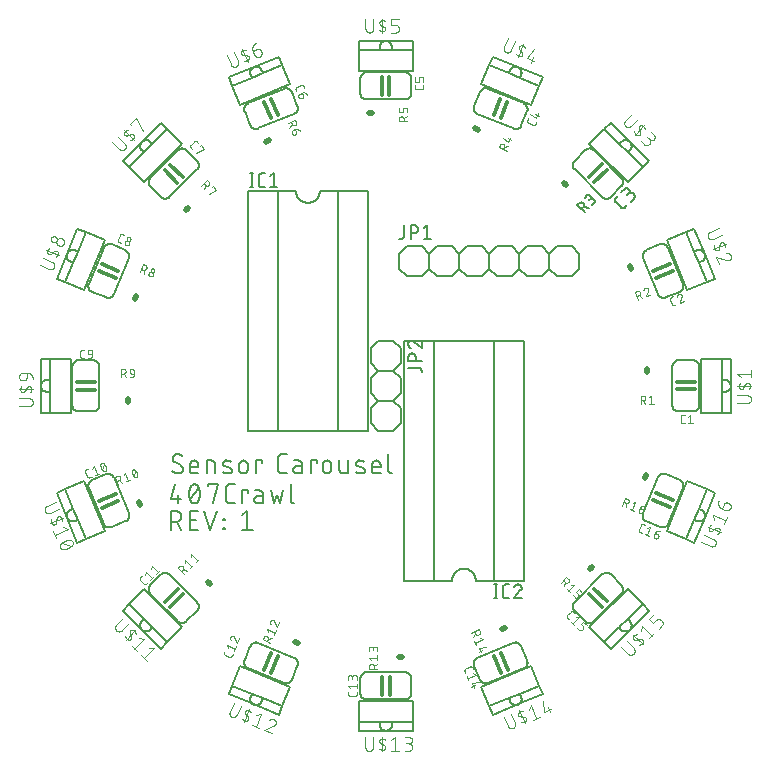
<source format=gbr>
G04 EAGLE Gerber RS-274X export*
G75*
%MOMM*%
%FSLAX34Y34*%
%LPD*%
%INSilkscreen Top*%
%IPPOS*%
%AMOC8*
5,1,8,0,0,1.08239X$1,22.5*%
G01*
%ADD10C,0.152400*%
%ADD11C,0.127000*%
%ADD12C,0.101600*%
%ADD13C,0.508000*%
%ADD14C,0.304800*%
%ADD15C,0.076200*%


D10*
X-175429Y-74168D02*
X-175311Y-74166D01*
X-175193Y-74160D01*
X-175075Y-74151D01*
X-174958Y-74137D01*
X-174841Y-74120D01*
X-174724Y-74099D01*
X-174609Y-74074D01*
X-174494Y-74045D01*
X-174380Y-74012D01*
X-174268Y-73976D01*
X-174157Y-73936D01*
X-174047Y-73893D01*
X-173938Y-73846D01*
X-173831Y-73796D01*
X-173726Y-73741D01*
X-173623Y-73684D01*
X-173522Y-73623D01*
X-173422Y-73559D01*
X-173325Y-73492D01*
X-173230Y-73422D01*
X-173138Y-73348D01*
X-173047Y-73272D01*
X-172960Y-73192D01*
X-172875Y-73110D01*
X-172793Y-73025D01*
X-172713Y-72938D01*
X-172637Y-72847D01*
X-172563Y-72755D01*
X-172493Y-72660D01*
X-172426Y-72563D01*
X-172362Y-72463D01*
X-172301Y-72362D01*
X-172244Y-72259D01*
X-172189Y-72154D01*
X-172139Y-72047D01*
X-172092Y-71938D01*
X-172049Y-71828D01*
X-172009Y-71717D01*
X-171973Y-71605D01*
X-171940Y-71491D01*
X-171911Y-71376D01*
X-171886Y-71261D01*
X-171865Y-71144D01*
X-171848Y-71027D01*
X-171834Y-70910D01*
X-171825Y-70792D01*
X-171819Y-70674D01*
X-171817Y-70556D01*
X-175429Y-74168D02*
X-175612Y-74166D01*
X-175794Y-74159D01*
X-175976Y-74148D01*
X-176158Y-74133D01*
X-176340Y-74113D01*
X-176521Y-74089D01*
X-176701Y-74061D01*
X-176881Y-74029D01*
X-177060Y-73992D01*
X-177237Y-73951D01*
X-177414Y-73905D01*
X-177590Y-73856D01*
X-177765Y-73802D01*
X-177938Y-73744D01*
X-178109Y-73682D01*
X-178280Y-73616D01*
X-178448Y-73545D01*
X-178615Y-73471D01*
X-178780Y-73393D01*
X-178943Y-73311D01*
X-179104Y-73225D01*
X-179263Y-73135D01*
X-179420Y-73041D01*
X-179574Y-72944D01*
X-179726Y-72843D01*
X-179876Y-72738D01*
X-180023Y-72630D01*
X-180167Y-72519D01*
X-180309Y-72404D01*
X-180448Y-72285D01*
X-180584Y-72163D01*
X-180717Y-72038D01*
X-180847Y-71910D01*
X-180397Y-61524D02*
X-180395Y-61406D01*
X-180389Y-61288D01*
X-180380Y-61170D01*
X-180366Y-61052D01*
X-180349Y-60935D01*
X-180328Y-60819D01*
X-180303Y-60704D01*
X-180274Y-60589D01*
X-180241Y-60475D01*
X-180205Y-60363D01*
X-180165Y-60251D01*
X-180122Y-60141D01*
X-180075Y-60033D01*
X-180024Y-59926D01*
X-179970Y-59821D01*
X-179913Y-59718D01*
X-179852Y-59616D01*
X-179788Y-59517D01*
X-179721Y-59420D01*
X-179650Y-59325D01*
X-179577Y-59232D01*
X-179500Y-59142D01*
X-179421Y-59054D01*
X-179339Y-58969D01*
X-179254Y-58887D01*
X-179166Y-58808D01*
X-179076Y-58731D01*
X-178983Y-58658D01*
X-178889Y-58587D01*
X-178791Y-58520D01*
X-178692Y-58456D01*
X-178591Y-58395D01*
X-178487Y-58338D01*
X-178382Y-58284D01*
X-178275Y-58233D01*
X-178167Y-58186D01*
X-178057Y-58143D01*
X-177945Y-58103D01*
X-177833Y-58067D01*
X-177719Y-58034D01*
X-177604Y-58005D01*
X-177489Y-57980D01*
X-177373Y-57959D01*
X-177256Y-57942D01*
X-177138Y-57928D01*
X-177020Y-57919D01*
X-176902Y-57913D01*
X-176784Y-57911D01*
X-176784Y-57912D02*
X-176623Y-57914D01*
X-176461Y-57920D01*
X-176300Y-57929D01*
X-176139Y-57943D01*
X-175979Y-57960D01*
X-175819Y-57981D01*
X-175659Y-58006D01*
X-175500Y-58035D01*
X-175342Y-58067D01*
X-175185Y-58103D01*
X-175029Y-58143D01*
X-174873Y-58187D01*
X-174719Y-58235D01*
X-174566Y-58286D01*
X-174414Y-58340D01*
X-174263Y-58399D01*
X-174114Y-58460D01*
X-173967Y-58526D01*
X-173821Y-58595D01*
X-173676Y-58667D01*
X-173534Y-58743D01*
X-173393Y-58822D01*
X-173254Y-58904D01*
X-173118Y-58990D01*
X-172983Y-59079D01*
X-172850Y-59171D01*
X-172720Y-59267D01*
X-178591Y-64685D02*
X-178692Y-64623D01*
X-178792Y-64558D01*
X-178889Y-64489D01*
X-178984Y-64417D01*
X-179077Y-64343D01*
X-179167Y-64265D01*
X-179255Y-64184D01*
X-179340Y-64101D01*
X-179422Y-64015D01*
X-179501Y-63926D01*
X-179578Y-63835D01*
X-179651Y-63741D01*
X-179722Y-63645D01*
X-179789Y-63547D01*
X-179853Y-63447D01*
X-179914Y-63344D01*
X-179971Y-63240D01*
X-180025Y-63134D01*
X-180075Y-63026D01*
X-180122Y-62917D01*
X-180166Y-62806D01*
X-180206Y-62694D01*
X-180242Y-62580D01*
X-180274Y-62466D01*
X-180303Y-62350D01*
X-180328Y-62234D01*
X-180349Y-62117D01*
X-180366Y-61999D01*
X-180380Y-61881D01*
X-180389Y-61762D01*
X-180395Y-61643D01*
X-180397Y-61524D01*
X-173623Y-67395D02*
X-173522Y-67457D01*
X-173422Y-67522D01*
X-173325Y-67591D01*
X-173230Y-67663D01*
X-173137Y-67737D01*
X-173047Y-67815D01*
X-172959Y-67896D01*
X-172874Y-67979D01*
X-172792Y-68065D01*
X-172713Y-68154D01*
X-172636Y-68245D01*
X-172563Y-68339D01*
X-172492Y-68435D01*
X-172425Y-68533D01*
X-172361Y-68633D01*
X-172300Y-68736D01*
X-172243Y-68840D01*
X-172189Y-68946D01*
X-172139Y-69054D01*
X-172092Y-69163D01*
X-172048Y-69274D01*
X-172008Y-69386D01*
X-171972Y-69500D01*
X-171940Y-69614D01*
X-171911Y-69730D01*
X-171886Y-69846D01*
X-171865Y-69963D01*
X-171848Y-70081D01*
X-171834Y-70199D01*
X-171825Y-70318D01*
X-171819Y-70437D01*
X-171817Y-70556D01*
X-173623Y-67395D02*
X-178590Y-64685D01*
X-163167Y-74168D02*
X-158652Y-74168D01*
X-163167Y-74168D02*
X-163268Y-74166D01*
X-163369Y-74160D01*
X-163470Y-74151D01*
X-163571Y-74138D01*
X-163671Y-74121D01*
X-163770Y-74100D01*
X-163868Y-74076D01*
X-163965Y-74048D01*
X-164062Y-74016D01*
X-164157Y-73981D01*
X-164250Y-73942D01*
X-164342Y-73900D01*
X-164433Y-73854D01*
X-164522Y-73805D01*
X-164608Y-73753D01*
X-164693Y-73697D01*
X-164776Y-73639D01*
X-164856Y-73577D01*
X-164934Y-73512D01*
X-165010Y-73445D01*
X-165083Y-73375D01*
X-165153Y-73302D01*
X-165220Y-73226D01*
X-165285Y-73148D01*
X-165347Y-73068D01*
X-165405Y-72985D01*
X-165461Y-72900D01*
X-165513Y-72814D01*
X-165562Y-72725D01*
X-165608Y-72634D01*
X-165650Y-72542D01*
X-165689Y-72449D01*
X-165724Y-72354D01*
X-165756Y-72257D01*
X-165784Y-72160D01*
X-165808Y-72062D01*
X-165829Y-71963D01*
X-165846Y-71863D01*
X-165859Y-71762D01*
X-165868Y-71661D01*
X-165874Y-71560D01*
X-165876Y-71459D01*
X-165877Y-71459D02*
X-165877Y-66943D01*
X-165876Y-66943D02*
X-165874Y-66824D01*
X-165868Y-66704D01*
X-165858Y-66585D01*
X-165844Y-66467D01*
X-165827Y-66348D01*
X-165805Y-66231D01*
X-165780Y-66114D01*
X-165750Y-65999D01*
X-165717Y-65884D01*
X-165680Y-65770D01*
X-165640Y-65658D01*
X-165595Y-65547D01*
X-165547Y-65438D01*
X-165496Y-65330D01*
X-165441Y-65224D01*
X-165382Y-65120D01*
X-165320Y-65018D01*
X-165255Y-64918D01*
X-165186Y-64820D01*
X-165114Y-64724D01*
X-165039Y-64631D01*
X-164962Y-64541D01*
X-164881Y-64453D01*
X-164797Y-64368D01*
X-164710Y-64286D01*
X-164621Y-64206D01*
X-164529Y-64130D01*
X-164435Y-64056D01*
X-164338Y-63986D01*
X-164240Y-63919D01*
X-164139Y-63855D01*
X-164035Y-63795D01*
X-163930Y-63738D01*
X-163823Y-63685D01*
X-163715Y-63635D01*
X-163605Y-63589D01*
X-163493Y-63547D01*
X-163380Y-63508D01*
X-163266Y-63473D01*
X-163151Y-63442D01*
X-163034Y-63414D01*
X-162917Y-63391D01*
X-162800Y-63371D01*
X-162681Y-63355D01*
X-162562Y-63343D01*
X-162443Y-63335D01*
X-162324Y-63331D01*
X-162204Y-63331D01*
X-162085Y-63335D01*
X-161966Y-63343D01*
X-161847Y-63355D01*
X-161728Y-63371D01*
X-161611Y-63391D01*
X-161494Y-63414D01*
X-161377Y-63442D01*
X-161262Y-63473D01*
X-161148Y-63508D01*
X-161035Y-63547D01*
X-160923Y-63589D01*
X-160813Y-63635D01*
X-160705Y-63685D01*
X-160598Y-63738D01*
X-160493Y-63795D01*
X-160389Y-63855D01*
X-160288Y-63919D01*
X-160190Y-63986D01*
X-160093Y-64056D01*
X-159999Y-64130D01*
X-159907Y-64206D01*
X-159818Y-64286D01*
X-159731Y-64368D01*
X-159647Y-64453D01*
X-159566Y-64541D01*
X-159489Y-64631D01*
X-159414Y-64724D01*
X-159342Y-64820D01*
X-159273Y-64918D01*
X-159208Y-65018D01*
X-159146Y-65120D01*
X-159087Y-65224D01*
X-159032Y-65330D01*
X-158981Y-65438D01*
X-158933Y-65547D01*
X-158888Y-65658D01*
X-158848Y-65770D01*
X-158811Y-65884D01*
X-158778Y-65999D01*
X-158748Y-66114D01*
X-158723Y-66231D01*
X-158701Y-66348D01*
X-158684Y-66467D01*
X-158670Y-66585D01*
X-158660Y-66704D01*
X-158654Y-66824D01*
X-158652Y-66943D01*
X-158652Y-68749D01*
X-165877Y-68749D01*
X-151809Y-74168D02*
X-151809Y-63331D01*
X-147293Y-63331D01*
X-147189Y-63333D01*
X-147086Y-63339D01*
X-146982Y-63349D01*
X-146879Y-63363D01*
X-146777Y-63381D01*
X-146676Y-63402D01*
X-146575Y-63428D01*
X-146476Y-63457D01*
X-146377Y-63490D01*
X-146280Y-63527D01*
X-146185Y-63568D01*
X-146091Y-63612D01*
X-145999Y-63660D01*
X-145909Y-63711D01*
X-145820Y-63766D01*
X-145734Y-63824D01*
X-145651Y-63886D01*
X-145569Y-63950D01*
X-145491Y-64018D01*
X-145415Y-64088D01*
X-145341Y-64161D01*
X-145271Y-64238D01*
X-145203Y-64316D01*
X-145139Y-64398D01*
X-145077Y-64481D01*
X-145019Y-64567D01*
X-144964Y-64656D01*
X-144913Y-64746D01*
X-144865Y-64838D01*
X-144821Y-64932D01*
X-144780Y-65027D01*
X-144743Y-65124D01*
X-144710Y-65223D01*
X-144681Y-65322D01*
X-144655Y-65423D01*
X-144634Y-65524D01*
X-144616Y-65626D01*
X-144602Y-65729D01*
X-144592Y-65833D01*
X-144586Y-65936D01*
X-144584Y-66040D01*
X-144584Y-74168D01*
X-136386Y-67846D02*
X-131870Y-69652D01*
X-136386Y-67846D02*
X-136474Y-67809D01*
X-136560Y-67768D01*
X-136645Y-67724D01*
X-136728Y-67676D01*
X-136808Y-67625D01*
X-136887Y-67571D01*
X-136963Y-67513D01*
X-137037Y-67453D01*
X-137109Y-67389D01*
X-137177Y-67323D01*
X-137243Y-67253D01*
X-137306Y-67182D01*
X-137367Y-67107D01*
X-137424Y-67031D01*
X-137477Y-66952D01*
X-137528Y-66871D01*
X-137575Y-66788D01*
X-137619Y-66703D01*
X-137659Y-66616D01*
X-137696Y-66528D01*
X-137729Y-66438D01*
X-137759Y-66347D01*
X-137784Y-66255D01*
X-137806Y-66162D01*
X-137824Y-66068D01*
X-137839Y-65974D01*
X-137849Y-65879D01*
X-137855Y-65783D01*
X-137858Y-65688D01*
X-137857Y-65592D01*
X-137851Y-65497D01*
X-137842Y-65401D01*
X-137829Y-65307D01*
X-137813Y-65213D01*
X-137792Y-65119D01*
X-137767Y-65027D01*
X-137739Y-64936D01*
X-137707Y-64846D01*
X-137672Y-64757D01*
X-137633Y-64670D01*
X-137590Y-64584D01*
X-137544Y-64500D01*
X-137494Y-64419D01*
X-137442Y-64339D01*
X-137386Y-64261D01*
X-137326Y-64186D01*
X-137264Y-64114D01*
X-137199Y-64044D01*
X-137131Y-63976D01*
X-137061Y-63912D01*
X-136988Y-63850D01*
X-136912Y-63792D01*
X-136834Y-63736D01*
X-136754Y-63684D01*
X-136672Y-63635D01*
X-136588Y-63590D01*
X-136502Y-63548D01*
X-136415Y-63509D01*
X-136326Y-63474D01*
X-136235Y-63443D01*
X-136144Y-63416D01*
X-136051Y-63392D01*
X-135958Y-63372D01*
X-135864Y-63356D01*
X-135769Y-63344D01*
X-135674Y-63335D01*
X-135578Y-63331D01*
X-135483Y-63330D01*
X-135236Y-63337D01*
X-134990Y-63349D01*
X-134744Y-63367D01*
X-134498Y-63392D01*
X-134254Y-63422D01*
X-134010Y-63458D01*
X-133767Y-63500D01*
X-133525Y-63547D01*
X-133284Y-63601D01*
X-133045Y-63660D01*
X-132807Y-63725D01*
X-132570Y-63796D01*
X-132336Y-63872D01*
X-132103Y-63954D01*
X-131873Y-64042D01*
X-131645Y-64135D01*
X-131418Y-64233D01*
X-131870Y-69653D02*
X-131782Y-69690D01*
X-131696Y-69731D01*
X-131611Y-69775D01*
X-131528Y-69823D01*
X-131448Y-69874D01*
X-131369Y-69928D01*
X-131293Y-69986D01*
X-131219Y-70046D01*
X-131147Y-70110D01*
X-131079Y-70176D01*
X-131013Y-70246D01*
X-130950Y-70317D01*
X-130889Y-70392D01*
X-130832Y-70468D01*
X-130779Y-70547D01*
X-130728Y-70628D01*
X-130681Y-70711D01*
X-130637Y-70796D01*
X-130597Y-70883D01*
X-130560Y-70971D01*
X-130527Y-71061D01*
X-130497Y-71152D01*
X-130472Y-71244D01*
X-130450Y-71337D01*
X-130432Y-71431D01*
X-130417Y-71525D01*
X-130407Y-71620D01*
X-130401Y-71716D01*
X-130398Y-71811D01*
X-130399Y-71907D01*
X-130405Y-72002D01*
X-130414Y-72098D01*
X-130427Y-72192D01*
X-130443Y-72286D01*
X-130464Y-72380D01*
X-130489Y-72472D01*
X-130517Y-72563D01*
X-130549Y-72653D01*
X-130584Y-72742D01*
X-130623Y-72829D01*
X-130666Y-72915D01*
X-130712Y-72999D01*
X-130762Y-73080D01*
X-130814Y-73160D01*
X-130870Y-73238D01*
X-130930Y-73313D01*
X-130992Y-73385D01*
X-131057Y-73455D01*
X-131125Y-73523D01*
X-131195Y-73587D01*
X-131268Y-73649D01*
X-131344Y-73707D01*
X-131422Y-73763D01*
X-131502Y-73815D01*
X-131584Y-73864D01*
X-131668Y-73909D01*
X-131754Y-73951D01*
X-131841Y-73990D01*
X-131930Y-74025D01*
X-132021Y-74056D01*
X-132112Y-74083D01*
X-132205Y-74107D01*
X-132298Y-74127D01*
X-132392Y-74143D01*
X-132487Y-74155D01*
X-132582Y-74164D01*
X-132678Y-74168D01*
X-132773Y-74169D01*
X-132774Y-74168D02*
X-133136Y-74159D01*
X-133498Y-74141D01*
X-133859Y-74114D01*
X-134219Y-74079D01*
X-134579Y-74036D01*
X-134938Y-73984D01*
X-135295Y-73923D01*
X-135650Y-73854D01*
X-136004Y-73777D01*
X-136356Y-73691D01*
X-136706Y-73597D01*
X-137054Y-73494D01*
X-137399Y-73384D01*
X-137741Y-73265D01*
X-124194Y-70556D02*
X-124194Y-66943D01*
X-124193Y-66943D02*
X-124191Y-66824D01*
X-124185Y-66704D01*
X-124175Y-66585D01*
X-124161Y-66467D01*
X-124144Y-66348D01*
X-124122Y-66231D01*
X-124097Y-66114D01*
X-124067Y-65999D01*
X-124034Y-65884D01*
X-123997Y-65770D01*
X-123957Y-65658D01*
X-123912Y-65547D01*
X-123864Y-65438D01*
X-123813Y-65330D01*
X-123758Y-65224D01*
X-123699Y-65120D01*
X-123637Y-65018D01*
X-123572Y-64918D01*
X-123503Y-64820D01*
X-123431Y-64724D01*
X-123356Y-64631D01*
X-123279Y-64541D01*
X-123198Y-64453D01*
X-123114Y-64368D01*
X-123027Y-64286D01*
X-122938Y-64206D01*
X-122846Y-64130D01*
X-122752Y-64056D01*
X-122655Y-63986D01*
X-122557Y-63919D01*
X-122456Y-63855D01*
X-122352Y-63795D01*
X-122247Y-63738D01*
X-122140Y-63685D01*
X-122032Y-63635D01*
X-121922Y-63589D01*
X-121810Y-63547D01*
X-121697Y-63508D01*
X-121583Y-63473D01*
X-121468Y-63442D01*
X-121351Y-63414D01*
X-121234Y-63391D01*
X-121117Y-63371D01*
X-120998Y-63355D01*
X-120879Y-63343D01*
X-120760Y-63335D01*
X-120641Y-63331D01*
X-120521Y-63331D01*
X-120402Y-63335D01*
X-120283Y-63343D01*
X-120164Y-63355D01*
X-120045Y-63371D01*
X-119928Y-63391D01*
X-119811Y-63414D01*
X-119694Y-63442D01*
X-119579Y-63473D01*
X-119465Y-63508D01*
X-119352Y-63547D01*
X-119240Y-63589D01*
X-119130Y-63635D01*
X-119022Y-63685D01*
X-118915Y-63738D01*
X-118810Y-63795D01*
X-118706Y-63855D01*
X-118605Y-63919D01*
X-118507Y-63986D01*
X-118410Y-64056D01*
X-118316Y-64130D01*
X-118224Y-64206D01*
X-118135Y-64286D01*
X-118048Y-64368D01*
X-117964Y-64453D01*
X-117883Y-64541D01*
X-117806Y-64631D01*
X-117731Y-64724D01*
X-117659Y-64820D01*
X-117590Y-64918D01*
X-117525Y-65018D01*
X-117463Y-65120D01*
X-117404Y-65224D01*
X-117349Y-65330D01*
X-117298Y-65438D01*
X-117250Y-65547D01*
X-117205Y-65658D01*
X-117165Y-65770D01*
X-117128Y-65884D01*
X-117095Y-65999D01*
X-117065Y-66114D01*
X-117040Y-66231D01*
X-117018Y-66348D01*
X-117001Y-66467D01*
X-116987Y-66585D01*
X-116977Y-66704D01*
X-116971Y-66824D01*
X-116969Y-66943D01*
X-116969Y-70556D01*
X-116971Y-70675D01*
X-116977Y-70795D01*
X-116987Y-70914D01*
X-117001Y-71032D01*
X-117018Y-71151D01*
X-117040Y-71268D01*
X-117065Y-71385D01*
X-117095Y-71500D01*
X-117128Y-71615D01*
X-117165Y-71729D01*
X-117205Y-71841D01*
X-117250Y-71952D01*
X-117298Y-72061D01*
X-117349Y-72169D01*
X-117404Y-72275D01*
X-117463Y-72379D01*
X-117525Y-72481D01*
X-117590Y-72581D01*
X-117659Y-72679D01*
X-117731Y-72775D01*
X-117806Y-72868D01*
X-117883Y-72958D01*
X-117964Y-73046D01*
X-118048Y-73131D01*
X-118135Y-73213D01*
X-118224Y-73293D01*
X-118316Y-73369D01*
X-118410Y-73443D01*
X-118507Y-73513D01*
X-118605Y-73580D01*
X-118706Y-73644D01*
X-118810Y-73704D01*
X-118915Y-73761D01*
X-119022Y-73814D01*
X-119130Y-73864D01*
X-119240Y-73910D01*
X-119352Y-73952D01*
X-119465Y-73991D01*
X-119579Y-74026D01*
X-119694Y-74057D01*
X-119811Y-74085D01*
X-119928Y-74108D01*
X-120045Y-74128D01*
X-120164Y-74144D01*
X-120283Y-74156D01*
X-120402Y-74164D01*
X-120521Y-74168D01*
X-120641Y-74168D01*
X-120760Y-74164D01*
X-120879Y-74156D01*
X-120998Y-74144D01*
X-121117Y-74128D01*
X-121234Y-74108D01*
X-121351Y-74085D01*
X-121468Y-74057D01*
X-121583Y-74026D01*
X-121697Y-73991D01*
X-121810Y-73952D01*
X-121922Y-73910D01*
X-122032Y-73864D01*
X-122140Y-73814D01*
X-122247Y-73761D01*
X-122352Y-73704D01*
X-122456Y-73644D01*
X-122557Y-73580D01*
X-122655Y-73513D01*
X-122752Y-73443D01*
X-122846Y-73369D01*
X-122938Y-73293D01*
X-123027Y-73213D01*
X-123114Y-73131D01*
X-123198Y-73046D01*
X-123279Y-72958D01*
X-123356Y-72868D01*
X-123431Y-72775D01*
X-123503Y-72679D01*
X-123572Y-72581D01*
X-123637Y-72481D01*
X-123699Y-72379D01*
X-123758Y-72275D01*
X-123813Y-72169D01*
X-123864Y-72061D01*
X-123912Y-71952D01*
X-123957Y-71841D01*
X-123997Y-71729D01*
X-124034Y-71615D01*
X-124067Y-71500D01*
X-124097Y-71385D01*
X-124122Y-71268D01*
X-124144Y-71151D01*
X-124161Y-71032D01*
X-124175Y-70914D01*
X-124185Y-70795D01*
X-124191Y-70675D01*
X-124193Y-70556D01*
X-110041Y-74168D02*
X-110041Y-63331D01*
X-104622Y-63331D01*
X-104622Y-65137D01*
X-87656Y-74168D02*
X-84044Y-74168D01*
X-87656Y-74168D02*
X-87774Y-74166D01*
X-87892Y-74160D01*
X-88010Y-74151D01*
X-88127Y-74137D01*
X-88244Y-74120D01*
X-88361Y-74099D01*
X-88476Y-74074D01*
X-88591Y-74045D01*
X-88705Y-74012D01*
X-88817Y-73976D01*
X-88928Y-73936D01*
X-89038Y-73893D01*
X-89147Y-73846D01*
X-89254Y-73796D01*
X-89359Y-73741D01*
X-89462Y-73684D01*
X-89563Y-73623D01*
X-89663Y-73559D01*
X-89760Y-73492D01*
X-89855Y-73422D01*
X-89947Y-73348D01*
X-90038Y-73272D01*
X-90125Y-73192D01*
X-90210Y-73110D01*
X-90292Y-73025D01*
X-90372Y-72938D01*
X-90448Y-72847D01*
X-90522Y-72755D01*
X-90592Y-72660D01*
X-90659Y-72563D01*
X-90723Y-72463D01*
X-90784Y-72362D01*
X-90841Y-72259D01*
X-90896Y-72154D01*
X-90946Y-72047D01*
X-90993Y-71938D01*
X-91036Y-71828D01*
X-91076Y-71717D01*
X-91112Y-71605D01*
X-91145Y-71491D01*
X-91174Y-71376D01*
X-91199Y-71261D01*
X-91220Y-71144D01*
X-91237Y-71027D01*
X-91251Y-70910D01*
X-91260Y-70792D01*
X-91266Y-70674D01*
X-91268Y-70556D01*
X-91269Y-70556D02*
X-91269Y-61524D01*
X-91267Y-61406D01*
X-91261Y-61288D01*
X-91252Y-61170D01*
X-91238Y-61052D01*
X-91221Y-60935D01*
X-91200Y-60819D01*
X-91175Y-60704D01*
X-91146Y-60589D01*
X-91113Y-60475D01*
X-91077Y-60363D01*
X-91037Y-60251D01*
X-90994Y-60141D01*
X-90947Y-60033D01*
X-90896Y-59926D01*
X-90842Y-59821D01*
X-90785Y-59718D01*
X-90724Y-59616D01*
X-90660Y-59517D01*
X-90593Y-59420D01*
X-90522Y-59325D01*
X-90449Y-59232D01*
X-90372Y-59142D01*
X-90293Y-59054D01*
X-90211Y-58969D01*
X-90126Y-58887D01*
X-90038Y-58808D01*
X-89948Y-58731D01*
X-89855Y-58658D01*
X-89761Y-58587D01*
X-89663Y-58520D01*
X-89564Y-58456D01*
X-89463Y-58395D01*
X-89359Y-58338D01*
X-89254Y-58284D01*
X-89147Y-58233D01*
X-89039Y-58186D01*
X-88929Y-58143D01*
X-88817Y-58103D01*
X-88705Y-58067D01*
X-88591Y-58034D01*
X-88476Y-58005D01*
X-88361Y-57980D01*
X-88245Y-57959D01*
X-88128Y-57942D01*
X-88010Y-57928D01*
X-87892Y-57919D01*
X-87774Y-57913D01*
X-87656Y-57911D01*
X-87656Y-57912D02*
X-84044Y-57912D01*
X-75254Y-67846D02*
X-71190Y-67846D01*
X-75254Y-67846D02*
X-75366Y-67848D01*
X-75477Y-67854D01*
X-75588Y-67864D01*
X-75699Y-67877D01*
X-75809Y-67895D01*
X-75918Y-67917D01*
X-76027Y-67942D01*
X-76135Y-67971D01*
X-76241Y-68004D01*
X-76347Y-68041D01*
X-76451Y-68081D01*
X-76553Y-68125D01*
X-76654Y-68173D01*
X-76753Y-68224D01*
X-76851Y-68279D01*
X-76946Y-68337D01*
X-77039Y-68398D01*
X-77130Y-68463D01*
X-77219Y-68531D01*
X-77305Y-68602D01*
X-77388Y-68675D01*
X-77469Y-68752D01*
X-77548Y-68832D01*
X-77623Y-68914D01*
X-77695Y-68999D01*
X-77765Y-69086D01*
X-77831Y-69176D01*
X-77894Y-69268D01*
X-77954Y-69363D01*
X-78010Y-69459D01*
X-78063Y-69557D01*
X-78112Y-69657D01*
X-78158Y-69759D01*
X-78200Y-69862D01*
X-78239Y-69967D01*
X-78274Y-70073D01*
X-78305Y-70180D01*
X-78332Y-70288D01*
X-78356Y-70397D01*
X-78375Y-70507D01*
X-78391Y-70617D01*
X-78403Y-70728D01*
X-78411Y-70840D01*
X-78415Y-70951D01*
X-78415Y-71063D01*
X-78411Y-71174D01*
X-78403Y-71286D01*
X-78391Y-71397D01*
X-78375Y-71507D01*
X-78356Y-71617D01*
X-78332Y-71726D01*
X-78305Y-71834D01*
X-78274Y-71941D01*
X-78239Y-72047D01*
X-78200Y-72152D01*
X-78158Y-72255D01*
X-78112Y-72357D01*
X-78063Y-72457D01*
X-78010Y-72555D01*
X-77954Y-72651D01*
X-77894Y-72746D01*
X-77831Y-72838D01*
X-77765Y-72928D01*
X-77695Y-73015D01*
X-77623Y-73100D01*
X-77548Y-73182D01*
X-77469Y-73262D01*
X-77388Y-73339D01*
X-77305Y-73412D01*
X-77219Y-73483D01*
X-77130Y-73551D01*
X-77039Y-73616D01*
X-76946Y-73677D01*
X-76851Y-73735D01*
X-76753Y-73790D01*
X-76654Y-73841D01*
X-76553Y-73889D01*
X-76451Y-73933D01*
X-76347Y-73973D01*
X-76241Y-74010D01*
X-76135Y-74043D01*
X-76027Y-74072D01*
X-75918Y-74097D01*
X-75809Y-74119D01*
X-75699Y-74137D01*
X-75588Y-74150D01*
X-75477Y-74160D01*
X-75366Y-74166D01*
X-75254Y-74168D01*
X-71190Y-74168D01*
X-71190Y-66040D01*
X-71191Y-66040D02*
X-71193Y-65939D01*
X-71199Y-65838D01*
X-71208Y-65737D01*
X-71221Y-65636D01*
X-71238Y-65536D01*
X-71259Y-65437D01*
X-71283Y-65339D01*
X-71311Y-65242D01*
X-71343Y-65145D01*
X-71378Y-65050D01*
X-71417Y-64957D01*
X-71459Y-64865D01*
X-71505Y-64774D01*
X-71554Y-64685D01*
X-71606Y-64599D01*
X-71662Y-64514D01*
X-71720Y-64431D01*
X-71782Y-64351D01*
X-71847Y-64273D01*
X-71914Y-64197D01*
X-71984Y-64124D01*
X-72057Y-64054D01*
X-72133Y-63987D01*
X-72211Y-63922D01*
X-72291Y-63860D01*
X-72374Y-63802D01*
X-72459Y-63746D01*
X-72546Y-63694D01*
X-72634Y-63645D01*
X-72725Y-63599D01*
X-72817Y-63557D01*
X-72910Y-63518D01*
X-73005Y-63483D01*
X-73102Y-63451D01*
X-73199Y-63423D01*
X-73297Y-63399D01*
X-73396Y-63378D01*
X-73496Y-63361D01*
X-73597Y-63348D01*
X-73698Y-63339D01*
X-73799Y-63333D01*
X-73900Y-63331D01*
X-77512Y-63331D01*
X-63668Y-63331D02*
X-63668Y-74168D01*
X-63668Y-63331D02*
X-58249Y-63331D01*
X-58249Y-65137D01*
X-53332Y-66943D02*
X-53332Y-70556D01*
X-53332Y-66943D02*
X-53330Y-66824D01*
X-53324Y-66704D01*
X-53314Y-66585D01*
X-53300Y-66467D01*
X-53283Y-66348D01*
X-53261Y-66231D01*
X-53236Y-66114D01*
X-53206Y-65999D01*
X-53173Y-65884D01*
X-53136Y-65770D01*
X-53096Y-65658D01*
X-53051Y-65547D01*
X-53003Y-65438D01*
X-52952Y-65330D01*
X-52897Y-65224D01*
X-52838Y-65120D01*
X-52776Y-65018D01*
X-52711Y-64918D01*
X-52642Y-64820D01*
X-52570Y-64724D01*
X-52495Y-64631D01*
X-52418Y-64541D01*
X-52337Y-64453D01*
X-52253Y-64368D01*
X-52166Y-64286D01*
X-52077Y-64206D01*
X-51985Y-64130D01*
X-51891Y-64056D01*
X-51794Y-63986D01*
X-51696Y-63919D01*
X-51595Y-63855D01*
X-51491Y-63795D01*
X-51386Y-63738D01*
X-51279Y-63685D01*
X-51171Y-63635D01*
X-51061Y-63589D01*
X-50949Y-63547D01*
X-50836Y-63508D01*
X-50722Y-63473D01*
X-50607Y-63442D01*
X-50490Y-63414D01*
X-50373Y-63391D01*
X-50256Y-63371D01*
X-50137Y-63355D01*
X-50018Y-63343D01*
X-49899Y-63335D01*
X-49780Y-63331D01*
X-49660Y-63331D01*
X-49541Y-63335D01*
X-49422Y-63343D01*
X-49303Y-63355D01*
X-49184Y-63371D01*
X-49067Y-63391D01*
X-48950Y-63414D01*
X-48833Y-63442D01*
X-48718Y-63473D01*
X-48604Y-63508D01*
X-48491Y-63547D01*
X-48379Y-63589D01*
X-48269Y-63635D01*
X-48161Y-63685D01*
X-48054Y-63738D01*
X-47949Y-63795D01*
X-47845Y-63855D01*
X-47744Y-63919D01*
X-47646Y-63986D01*
X-47549Y-64056D01*
X-47455Y-64130D01*
X-47363Y-64206D01*
X-47274Y-64286D01*
X-47187Y-64368D01*
X-47103Y-64453D01*
X-47022Y-64541D01*
X-46945Y-64631D01*
X-46870Y-64724D01*
X-46798Y-64820D01*
X-46729Y-64918D01*
X-46664Y-65018D01*
X-46602Y-65120D01*
X-46543Y-65224D01*
X-46488Y-65330D01*
X-46437Y-65438D01*
X-46389Y-65547D01*
X-46344Y-65658D01*
X-46304Y-65770D01*
X-46267Y-65884D01*
X-46234Y-65999D01*
X-46204Y-66114D01*
X-46179Y-66231D01*
X-46157Y-66348D01*
X-46140Y-66467D01*
X-46126Y-66585D01*
X-46116Y-66704D01*
X-46110Y-66824D01*
X-46108Y-66943D01*
X-46107Y-66943D02*
X-46107Y-70556D01*
X-46108Y-70556D02*
X-46110Y-70675D01*
X-46116Y-70795D01*
X-46126Y-70914D01*
X-46140Y-71032D01*
X-46157Y-71151D01*
X-46179Y-71268D01*
X-46204Y-71385D01*
X-46234Y-71500D01*
X-46267Y-71615D01*
X-46304Y-71729D01*
X-46344Y-71841D01*
X-46389Y-71952D01*
X-46437Y-72061D01*
X-46488Y-72169D01*
X-46543Y-72275D01*
X-46602Y-72379D01*
X-46664Y-72481D01*
X-46729Y-72581D01*
X-46798Y-72679D01*
X-46870Y-72775D01*
X-46945Y-72868D01*
X-47022Y-72958D01*
X-47103Y-73046D01*
X-47187Y-73131D01*
X-47274Y-73213D01*
X-47363Y-73293D01*
X-47455Y-73369D01*
X-47549Y-73443D01*
X-47646Y-73513D01*
X-47744Y-73580D01*
X-47845Y-73644D01*
X-47949Y-73704D01*
X-48054Y-73761D01*
X-48161Y-73814D01*
X-48269Y-73864D01*
X-48379Y-73910D01*
X-48491Y-73952D01*
X-48604Y-73991D01*
X-48718Y-74026D01*
X-48833Y-74057D01*
X-48950Y-74085D01*
X-49067Y-74108D01*
X-49184Y-74128D01*
X-49303Y-74144D01*
X-49422Y-74156D01*
X-49541Y-74164D01*
X-49660Y-74168D01*
X-49780Y-74168D01*
X-49899Y-74164D01*
X-50018Y-74156D01*
X-50137Y-74144D01*
X-50256Y-74128D01*
X-50373Y-74108D01*
X-50490Y-74085D01*
X-50607Y-74057D01*
X-50722Y-74026D01*
X-50836Y-73991D01*
X-50949Y-73952D01*
X-51061Y-73910D01*
X-51171Y-73864D01*
X-51279Y-73814D01*
X-51386Y-73761D01*
X-51491Y-73704D01*
X-51595Y-73644D01*
X-51696Y-73580D01*
X-51794Y-73513D01*
X-51891Y-73443D01*
X-51985Y-73369D01*
X-52077Y-73293D01*
X-52166Y-73213D01*
X-52253Y-73131D01*
X-52337Y-73046D01*
X-52418Y-72958D01*
X-52495Y-72868D01*
X-52570Y-72775D01*
X-52642Y-72679D01*
X-52711Y-72581D01*
X-52776Y-72481D01*
X-52838Y-72379D01*
X-52897Y-72275D01*
X-52952Y-72169D01*
X-53003Y-72061D01*
X-53051Y-71952D01*
X-53096Y-71841D01*
X-53136Y-71729D01*
X-53173Y-71615D01*
X-53206Y-71500D01*
X-53236Y-71385D01*
X-53261Y-71268D01*
X-53283Y-71151D01*
X-53300Y-71032D01*
X-53314Y-70914D01*
X-53324Y-70795D01*
X-53330Y-70675D01*
X-53332Y-70556D01*
X-39264Y-71459D02*
X-39264Y-63331D01*
X-39264Y-71459D02*
X-39262Y-71560D01*
X-39256Y-71661D01*
X-39247Y-71762D01*
X-39234Y-71863D01*
X-39217Y-71963D01*
X-39196Y-72062D01*
X-39172Y-72160D01*
X-39144Y-72257D01*
X-39112Y-72354D01*
X-39077Y-72449D01*
X-39038Y-72542D01*
X-38996Y-72634D01*
X-38950Y-72725D01*
X-38901Y-72814D01*
X-38849Y-72900D01*
X-38793Y-72985D01*
X-38735Y-73068D01*
X-38673Y-73148D01*
X-38608Y-73226D01*
X-38541Y-73302D01*
X-38471Y-73375D01*
X-38398Y-73445D01*
X-38322Y-73512D01*
X-38244Y-73577D01*
X-38164Y-73639D01*
X-38081Y-73697D01*
X-37996Y-73753D01*
X-37910Y-73805D01*
X-37821Y-73854D01*
X-37730Y-73900D01*
X-37638Y-73942D01*
X-37545Y-73981D01*
X-37450Y-74016D01*
X-37353Y-74048D01*
X-37256Y-74076D01*
X-37158Y-74100D01*
X-37059Y-74121D01*
X-36959Y-74138D01*
X-36858Y-74151D01*
X-36757Y-74160D01*
X-36656Y-74166D01*
X-36555Y-74168D01*
X-32039Y-74168D01*
X-32039Y-63331D01*
X-23841Y-67846D02*
X-19326Y-69652D01*
X-23842Y-67846D02*
X-23930Y-67809D01*
X-24016Y-67768D01*
X-24101Y-67724D01*
X-24184Y-67676D01*
X-24264Y-67625D01*
X-24343Y-67571D01*
X-24419Y-67513D01*
X-24493Y-67453D01*
X-24565Y-67389D01*
X-24633Y-67323D01*
X-24699Y-67253D01*
X-24762Y-67182D01*
X-24823Y-67107D01*
X-24880Y-67031D01*
X-24933Y-66952D01*
X-24984Y-66871D01*
X-25031Y-66788D01*
X-25075Y-66703D01*
X-25115Y-66616D01*
X-25152Y-66528D01*
X-25185Y-66438D01*
X-25215Y-66347D01*
X-25240Y-66255D01*
X-25262Y-66162D01*
X-25280Y-66068D01*
X-25295Y-65974D01*
X-25305Y-65879D01*
X-25311Y-65783D01*
X-25314Y-65688D01*
X-25313Y-65592D01*
X-25307Y-65497D01*
X-25298Y-65401D01*
X-25285Y-65307D01*
X-25269Y-65213D01*
X-25248Y-65119D01*
X-25223Y-65027D01*
X-25195Y-64936D01*
X-25163Y-64846D01*
X-25128Y-64757D01*
X-25089Y-64670D01*
X-25046Y-64584D01*
X-25000Y-64500D01*
X-24950Y-64419D01*
X-24898Y-64339D01*
X-24842Y-64261D01*
X-24782Y-64186D01*
X-24720Y-64114D01*
X-24655Y-64044D01*
X-24587Y-63976D01*
X-24517Y-63912D01*
X-24444Y-63850D01*
X-24368Y-63792D01*
X-24290Y-63736D01*
X-24210Y-63684D01*
X-24128Y-63635D01*
X-24044Y-63590D01*
X-23958Y-63548D01*
X-23871Y-63509D01*
X-23782Y-63474D01*
X-23691Y-63443D01*
X-23600Y-63416D01*
X-23507Y-63392D01*
X-23414Y-63372D01*
X-23320Y-63356D01*
X-23225Y-63344D01*
X-23130Y-63335D01*
X-23034Y-63331D01*
X-22939Y-63330D01*
X-22692Y-63337D01*
X-22446Y-63349D01*
X-22200Y-63367D01*
X-21954Y-63392D01*
X-21710Y-63422D01*
X-21466Y-63458D01*
X-21223Y-63500D01*
X-20981Y-63547D01*
X-20740Y-63601D01*
X-20501Y-63660D01*
X-20263Y-63725D01*
X-20026Y-63796D01*
X-19792Y-63872D01*
X-19559Y-63954D01*
X-19329Y-64042D01*
X-19101Y-64135D01*
X-18874Y-64233D01*
X-19325Y-69653D02*
X-19237Y-69690D01*
X-19151Y-69731D01*
X-19066Y-69775D01*
X-18983Y-69823D01*
X-18903Y-69874D01*
X-18824Y-69928D01*
X-18748Y-69986D01*
X-18674Y-70046D01*
X-18602Y-70110D01*
X-18534Y-70176D01*
X-18468Y-70246D01*
X-18405Y-70317D01*
X-18344Y-70392D01*
X-18287Y-70468D01*
X-18234Y-70547D01*
X-18183Y-70628D01*
X-18136Y-70711D01*
X-18092Y-70796D01*
X-18052Y-70883D01*
X-18015Y-70971D01*
X-17982Y-71061D01*
X-17952Y-71152D01*
X-17927Y-71244D01*
X-17905Y-71337D01*
X-17887Y-71431D01*
X-17872Y-71525D01*
X-17862Y-71620D01*
X-17856Y-71716D01*
X-17853Y-71811D01*
X-17854Y-71907D01*
X-17860Y-72002D01*
X-17869Y-72098D01*
X-17882Y-72192D01*
X-17898Y-72286D01*
X-17919Y-72380D01*
X-17944Y-72472D01*
X-17972Y-72563D01*
X-18004Y-72653D01*
X-18039Y-72742D01*
X-18078Y-72829D01*
X-18121Y-72915D01*
X-18167Y-72999D01*
X-18217Y-73080D01*
X-18269Y-73160D01*
X-18325Y-73238D01*
X-18385Y-73313D01*
X-18447Y-73385D01*
X-18512Y-73455D01*
X-18580Y-73523D01*
X-18650Y-73587D01*
X-18723Y-73649D01*
X-18799Y-73707D01*
X-18877Y-73763D01*
X-18957Y-73815D01*
X-19039Y-73864D01*
X-19123Y-73909D01*
X-19209Y-73951D01*
X-19296Y-73990D01*
X-19385Y-74025D01*
X-19476Y-74056D01*
X-19567Y-74083D01*
X-19660Y-74107D01*
X-19753Y-74127D01*
X-19847Y-74143D01*
X-19942Y-74155D01*
X-20037Y-74164D01*
X-20133Y-74168D01*
X-20228Y-74169D01*
X-20229Y-74168D02*
X-20591Y-74159D01*
X-20953Y-74141D01*
X-21314Y-74114D01*
X-21674Y-74079D01*
X-22034Y-74036D01*
X-22393Y-73984D01*
X-22750Y-73923D01*
X-23105Y-73854D01*
X-23459Y-73777D01*
X-23811Y-73691D01*
X-24161Y-73597D01*
X-24509Y-73494D01*
X-24854Y-73384D01*
X-25196Y-73265D01*
X-8940Y-74168D02*
X-4424Y-74168D01*
X-8940Y-74168D02*
X-9041Y-74166D01*
X-9142Y-74160D01*
X-9243Y-74151D01*
X-9344Y-74138D01*
X-9444Y-74121D01*
X-9543Y-74100D01*
X-9641Y-74076D01*
X-9738Y-74048D01*
X-9835Y-74016D01*
X-9930Y-73981D01*
X-10023Y-73942D01*
X-10115Y-73900D01*
X-10206Y-73854D01*
X-10294Y-73805D01*
X-10381Y-73753D01*
X-10466Y-73697D01*
X-10549Y-73639D01*
X-10629Y-73577D01*
X-10707Y-73512D01*
X-10783Y-73445D01*
X-10856Y-73375D01*
X-10926Y-73302D01*
X-10993Y-73226D01*
X-11058Y-73148D01*
X-11120Y-73068D01*
X-11178Y-72985D01*
X-11234Y-72900D01*
X-11286Y-72814D01*
X-11335Y-72725D01*
X-11381Y-72634D01*
X-11423Y-72542D01*
X-11462Y-72449D01*
X-11497Y-72354D01*
X-11529Y-72257D01*
X-11557Y-72160D01*
X-11581Y-72062D01*
X-11602Y-71963D01*
X-11619Y-71863D01*
X-11632Y-71762D01*
X-11641Y-71661D01*
X-11647Y-71560D01*
X-11649Y-71459D01*
X-11649Y-66943D01*
X-11648Y-66943D02*
X-11646Y-66824D01*
X-11640Y-66704D01*
X-11630Y-66585D01*
X-11616Y-66467D01*
X-11599Y-66348D01*
X-11577Y-66231D01*
X-11552Y-66114D01*
X-11522Y-65999D01*
X-11489Y-65884D01*
X-11452Y-65770D01*
X-11412Y-65658D01*
X-11367Y-65547D01*
X-11319Y-65438D01*
X-11268Y-65330D01*
X-11213Y-65224D01*
X-11154Y-65120D01*
X-11092Y-65018D01*
X-11027Y-64918D01*
X-10958Y-64820D01*
X-10886Y-64724D01*
X-10811Y-64631D01*
X-10734Y-64541D01*
X-10653Y-64453D01*
X-10569Y-64368D01*
X-10482Y-64286D01*
X-10393Y-64206D01*
X-10301Y-64130D01*
X-10207Y-64056D01*
X-10110Y-63986D01*
X-10012Y-63919D01*
X-9911Y-63855D01*
X-9807Y-63795D01*
X-9702Y-63738D01*
X-9595Y-63685D01*
X-9487Y-63635D01*
X-9377Y-63589D01*
X-9265Y-63547D01*
X-9152Y-63508D01*
X-9038Y-63473D01*
X-8923Y-63442D01*
X-8806Y-63414D01*
X-8689Y-63391D01*
X-8572Y-63371D01*
X-8453Y-63355D01*
X-8334Y-63343D01*
X-8215Y-63335D01*
X-8096Y-63331D01*
X-7976Y-63331D01*
X-7857Y-63335D01*
X-7738Y-63343D01*
X-7619Y-63355D01*
X-7500Y-63371D01*
X-7383Y-63391D01*
X-7266Y-63414D01*
X-7149Y-63442D01*
X-7034Y-63473D01*
X-6920Y-63508D01*
X-6807Y-63547D01*
X-6695Y-63589D01*
X-6585Y-63635D01*
X-6477Y-63685D01*
X-6370Y-63738D01*
X-6265Y-63795D01*
X-6161Y-63855D01*
X-6060Y-63919D01*
X-5962Y-63986D01*
X-5865Y-64056D01*
X-5771Y-64130D01*
X-5679Y-64206D01*
X-5590Y-64286D01*
X-5503Y-64368D01*
X-5419Y-64453D01*
X-5338Y-64541D01*
X-5261Y-64631D01*
X-5186Y-64724D01*
X-5114Y-64820D01*
X-5045Y-64918D01*
X-4980Y-65018D01*
X-4918Y-65120D01*
X-4859Y-65224D01*
X-4804Y-65330D01*
X-4753Y-65438D01*
X-4705Y-65547D01*
X-4660Y-65658D01*
X-4620Y-65770D01*
X-4583Y-65884D01*
X-4550Y-65999D01*
X-4520Y-66114D01*
X-4495Y-66231D01*
X-4473Y-66348D01*
X-4456Y-66467D01*
X-4442Y-66585D01*
X-4432Y-66704D01*
X-4426Y-66824D01*
X-4424Y-66943D01*
X-4424Y-68749D01*
X-11649Y-68749D01*
X2135Y-71459D02*
X2135Y-57912D01*
X2135Y-71459D02*
X2137Y-71560D01*
X2143Y-71661D01*
X2152Y-71762D01*
X2165Y-71863D01*
X2182Y-71963D01*
X2203Y-72062D01*
X2227Y-72160D01*
X2255Y-72257D01*
X2287Y-72354D01*
X2322Y-72449D01*
X2361Y-72542D01*
X2403Y-72634D01*
X2449Y-72725D01*
X2498Y-72814D01*
X2550Y-72900D01*
X2606Y-72985D01*
X2664Y-73068D01*
X2726Y-73148D01*
X2791Y-73226D01*
X2858Y-73302D01*
X2928Y-73375D01*
X3001Y-73445D01*
X3077Y-73512D01*
X3155Y-73577D01*
X3235Y-73639D01*
X3318Y-73697D01*
X3403Y-73753D01*
X3490Y-73805D01*
X3578Y-73854D01*
X3669Y-73900D01*
X3761Y-73942D01*
X3854Y-73981D01*
X3949Y-74016D01*
X4046Y-74048D01*
X4143Y-74076D01*
X4241Y-74100D01*
X4340Y-74121D01*
X4440Y-74138D01*
X4541Y-74151D01*
X4642Y-74160D01*
X4743Y-74166D01*
X4844Y-74168D01*
X-178506Y-83312D02*
X-182118Y-95956D01*
X-173087Y-95956D01*
X-175796Y-92343D02*
X-175796Y-99568D01*
X-166486Y-91440D02*
X-166482Y-91120D01*
X-166471Y-90801D01*
X-166452Y-90481D01*
X-166425Y-90163D01*
X-166391Y-89845D01*
X-166349Y-89528D01*
X-166299Y-89212D01*
X-166242Y-88897D01*
X-166178Y-88584D01*
X-166106Y-88272D01*
X-166027Y-87962D01*
X-165940Y-87655D01*
X-165846Y-87349D01*
X-165745Y-87046D01*
X-165636Y-86745D01*
X-165521Y-86447D01*
X-165398Y-86151D01*
X-165268Y-85859D01*
X-165131Y-85570D01*
X-165131Y-85569D02*
X-165092Y-85461D01*
X-165049Y-85354D01*
X-165003Y-85249D01*
X-164953Y-85146D01*
X-164899Y-85044D01*
X-164842Y-84944D01*
X-164781Y-84846D01*
X-164717Y-84750D01*
X-164650Y-84657D01*
X-164580Y-84566D01*
X-164506Y-84477D01*
X-164430Y-84391D01*
X-164350Y-84308D01*
X-164268Y-84227D01*
X-164183Y-84149D01*
X-164096Y-84075D01*
X-164005Y-84003D01*
X-163913Y-83934D01*
X-163818Y-83869D01*
X-163721Y-83807D01*
X-163622Y-83748D01*
X-163521Y-83693D01*
X-163418Y-83642D01*
X-163313Y-83594D01*
X-163207Y-83549D01*
X-163100Y-83508D01*
X-162991Y-83471D01*
X-162880Y-83438D01*
X-162769Y-83409D01*
X-162657Y-83383D01*
X-162544Y-83361D01*
X-162430Y-83344D01*
X-162316Y-83330D01*
X-162201Y-83320D01*
X-162086Y-83314D01*
X-161971Y-83312D01*
X-161856Y-83314D01*
X-161741Y-83320D01*
X-161626Y-83330D01*
X-161512Y-83344D01*
X-161398Y-83361D01*
X-161285Y-83383D01*
X-161173Y-83409D01*
X-161061Y-83438D01*
X-160951Y-83471D01*
X-160842Y-83508D01*
X-160734Y-83549D01*
X-160628Y-83594D01*
X-160523Y-83642D01*
X-160421Y-83693D01*
X-160320Y-83749D01*
X-160220Y-83807D01*
X-160123Y-83869D01*
X-160029Y-83934D01*
X-159936Y-84003D01*
X-159846Y-84075D01*
X-159758Y-84149D01*
X-159673Y-84227D01*
X-159591Y-84308D01*
X-159512Y-84391D01*
X-159435Y-84477D01*
X-159362Y-84566D01*
X-159291Y-84657D01*
X-159224Y-84751D01*
X-159160Y-84846D01*
X-159099Y-84944D01*
X-159042Y-85044D01*
X-158989Y-85146D01*
X-158938Y-85250D01*
X-158892Y-85355D01*
X-158849Y-85462D01*
X-158810Y-85570D01*
X-158811Y-85570D02*
X-158674Y-85859D01*
X-158544Y-86151D01*
X-158421Y-86447D01*
X-158306Y-86745D01*
X-158197Y-87046D01*
X-158096Y-87349D01*
X-158002Y-87655D01*
X-157915Y-87962D01*
X-157836Y-88272D01*
X-157764Y-88584D01*
X-157700Y-88897D01*
X-157643Y-89212D01*
X-157593Y-89528D01*
X-157551Y-89845D01*
X-157517Y-90163D01*
X-157490Y-90481D01*
X-157471Y-90801D01*
X-157460Y-91120D01*
X-157456Y-91440D01*
X-166486Y-91440D02*
X-166482Y-91760D01*
X-166471Y-92079D01*
X-166452Y-92399D01*
X-166425Y-92717D01*
X-166391Y-93035D01*
X-166349Y-93352D01*
X-166299Y-93668D01*
X-166242Y-93983D01*
X-166178Y-94296D01*
X-166106Y-94608D01*
X-166027Y-94918D01*
X-165940Y-95225D01*
X-165846Y-95531D01*
X-165745Y-95834D01*
X-165636Y-96135D01*
X-165521Y-96433D01*
X-165398Y-96729D01*
X-165268Y-97021D01*
X-165131Y-97310D01*
X-165132Y-97311D02*
X-165093Y-97419D01*
X-165050Y-97526D01*
X-165004Y-97631D01*
X-164953Y-97735D01*
X-164900Y-97837D01*
X-164843Y-97937D01*
X-164782Y-98035D01*
X-164718Y-98130D01*
X-164651Y-98224D01*
X-164580Y-98315D01*
X-164507Y-98404D01*
X-164430Y-98490D01*
X-164351Y-98573D01*
X-164269Y-98654D01*
X-164184Y-98732D01*
X-164096Y-98806D01*
X-164006Y-98878D01*
X-163913Y-98947D01*
X-163819Y-99012D01*
X-163722Y-99074D01*
X-163622Y-99132D01*
X-163521Y-99188D01*
X-163419Y-99239D01*
X-163314Y-99287D01*
X-163208Y-99332D01*
X-163100Y-99373D01*
X-162991Y-99410D01*
X-162881Y-99443D01*
X-162769Y-99472D01*
X-162657Y-99498D01*
X-162544Y-99520D01*
X-162430Y-99537D01*
X-162316Y-99551D01*
X-162201Y-99561D01*
X-162086Y-99567D01*
X-161971Y-99569D01*
X-158811Y-97310D02*
X-158674Y-97021D01*
X-158544Y-96729D01*
X-158421Y-96433D01*
X-158306Y-96135D01*
X-158197Y-95834D01*
X-158096Y-95531D01*
X-158002Y-95225D01*
X-157915Y-94918D01*
X-157836Y-94608D01*
X-157764Y-94296D01*
X-157700Y-93983D01*
X-157643Y-93668D01*
X-157593Y-93352D01*
X-157551Y-93035D01*
X-157517Y-92717D01*
X-157490Y-92399D01*
X-157471Y-92079D01*
X-157460Y-91760D01*
X-157456Y-91440D01*
X-158810Y-97310D02*
X-158849Y-97418D01*
X-158892Y-97525D01*
X-158938Y-97630D01*
X-158989Y-97734D01*
X-159042Y-97836D01*
X-159100Y-97936D01*
X-159160Y-98034D01*
X-159224Y-98129D01*
X-159291Y-98223D01*
X-159362Y-98314D01*
X-159435Y-98403D01*
X-159512Y-98489D01*
X-159591Y-98572D01*
X-159673Y-98653D01*
X-159758Y-98731D01*
X-159846Y-98805D01*
X-159936Y-98877D01*
X-160029Y-98946D01*
X-160123Y-99011D01*
X-160220Y-99073D01*
X-160320Y-99131D01*
X-160421Y-99187D01*
X-160524Y-99238D01*
X-160628Y-99286D01*
X-160734Y-99331D01*
X-160842Y-99372D01*
X-160951Y-99409D01*
X-161061Y-99442D01*
X-161173Y-99471D01*
X-161285Y-99497D01*
X-161398Y-99519D01*
X-161512Y-99536D01*
X-161626Y-99550D01*
X-161741Y-99560D01*
X-161856Y-99566D01*
X-161971Y-99568D01*
X-165584Y-95956D02*
X-158359Y-86924D01*
X-150856Y-85118D02*
X-150856Y-83312D01*
X-141824Y-83312D01*
X-146340Y-99568D01*
X-131651Y-99568D02*
X-128039Y-99568D01*
X-131651Y-99568D02*
X-131769Y-99566D01*
X-131887Y-99560D01*
X-132005Y-99551D01*
X-132122Y-99537D01*
X-132239Y-99520D01*
X-132356Y-99499D01*
X-132471Y-99474D01*
X-132586Y-99445D01*
X-132700Y-99412D01*
X-132812Y-99376D01*
X-132923Y-99336D01*
X-133033Y-99293D01*
X-133142Y-99246D01*
X-133249Y-99196D01*
X-133354Y-99141D01*
X-133457Y-99084D01*
X-133558Y-99023D01*
X-133658Y-98959D01*
X-133755Y-98892D01*
X-133850Y-98822D01*
X-133942Y-98748D01*
X-134033Y-98672D01*
X-134120Y-98592D01*
X-134205Y-98510D01*
X-134287Y-98425D01*
X-134367Y-98338D01*
X-134443Y-98247D01*
X-134517Y-98155D01*
X-134587Y-98060D01*
X-134654Y-97963D01*
X-134718Y-97863D01*
X-134779Y-97762D01*
X-134836Y-97659D01*
X-134891Y-97554D01*
X-134941Y-97447D01*
X-134988Y-97338D01*
X-135031Y-97228D01*
X-135071Y-97117D01*
X-135107Y-97005D01*
X-135140Y-96891D01*
X-135169Y-96776D01*
X-135194Y-96661D01*
X-135215Y-96544D01*
X-135232Y-96427D01*
X-135246Y-96310D01*
X-135255Y-96192D01*
X-135261Y-96074D01*
X-135263Y-95956D01*
X-135264Y-95956D02*
X-135264Y-86924D01*
X-135262Y-86806D01*
X-135256Y-86688D01*
X-135247Y-86570D01*
X-135233Y-86452D01*
X-135216Y-86335D01*
X-135195Y-86219D01*
X-135170Y-86104D01*
X-135141Y-85989D01*
X-135108Y-85875D01*
X-135072Y-85763D01*
X-135032Y-85651D01*
X-134989Y-85541D01*
X-134942Y-85433D01*
X-134891Y-85326D01*
X-134837Y-85221D01*
X-134780Y-85118D01*
X-134719Y-85016D01*
X-134655Y-84917D01*
X-134588Y-84820D01*
X-134517Y-84725D01*
X-134444Y-84632D01*
X-134367Y-84542D01*
X-134288Y-84454D01*
X-134206Y-84369D01*
X-134121Y-84287D01*
X-134033Y-84208D01*
X-133943Y-84131D01*
X-133850Y-84058D01*
X-133756Y-83987D01*
X-133658Y-83920D01*
X-133559Y-83856D01*
X-133458Y-83795D01*
X-133354Y-83738D01*
X-133249Y-83684D01*
X-133142Y-83633D01*
X-133034Y-83586D01*
X-132924Y-83543D01*
X-132812Y-83503D01*
X-132700Y-83467D01*
X-132586Y-83434D01*
X-132471Y-83405D01*
X-132356Y-83380D01*
X-132240Y-83359D01*
X-132123Y-83342D01*
X-132005Y-83328D01*
X-131887Y-83319D01*
X-131769Y-83313D01*
X-131651Y-83311D01*
X-131651Y-83312D02*
X-128039Y-83312D01*
X-121731Y-88731D02*
X-121731Y-99568D01*
X-121731Y-88731D02*
X-116313Y-88731D01*
X-116313Y-90537D01*
X-108308Y-93246D02*
X-104244Y-93246D01*
X-108308Y-93246D02*
X-108420Y-93248D01*
X-108531Y-93254D01*
X-108642Y-93264D01*
X-108753Y-93277D01*
X-108863Y-93295D01*
X-108972Y-93317D01*
X-109081Y-93342D01*
X-109189Y-93371D01*
X-109295Y-93404D01*
X-109401Y-93441D01*
X-109505Y-93481D01*
X-109607Y-93525D01*
X-109708Y-93573D01*
X-109807Y-93624D01*
X-109905Y-93679D01*
X-110000Y-93737D01*
X-110093Y-93798D01*
X-110184Y-93863D01*
X-110273Y-93931D01*
X-110359Y-94002D01*
X-110442Y-94075D01*
X-110523Y-94152D01*
X-110602Y-94232D01*
X-110677Y-94314D01*
X-110749Y-94399D01*
X-110819Y-94486D01*
X-110885Y-94576D01*
X-110948Y-94668D01*
X-111008Y-94763D01*
X-111064Y-94859D01*
X-111117Y-94957D01*
X-111166Y-95057D01*
X-111212Y-95159D01*
X-111254Y-95262D01*
X-111293Y-95367D01*
X-111328Y-95473D01*
X-111359Y-95580D01*
X-111386Y-95688D01*
X-111410Y-95797D01*
X-111429Y-95907D01*
X-111445Y-96017D01*
X-111457Y-96128D01*
X-111465Y-96240D01*
X-111469Y-96351D01*
X-111469Y-96463D01*
X-111465Y-96574D01*
X-111457Y-96686D01*
X-111445Y-96797D01*
X-111429Y-96907D01*
X-111410Y-97017D01*
X-111386Y-97126D01*
X-111359Y-97234D01*
X-111328Y-97341D01*
X-111293Y-97447D01*
X-111254Y-97552D01*
X-111212Y-97655D01*
X-111166Y-97757D01*
X-111117Y-97857D01*
X-111064Y-97955D01*
X-111008Y-98051D01*
X-110948Y-98146D01*
X-110885Y-98238D01*
X-110819Y-98328D01*
X-110749Y-98415D01*
X-110677Y-98500D01*
X-110602Y-98582D01*
X-110523Y-98662D01*
X-110442Y-98739D01*
X-110359Y-98812D01*
X-110273Y-98883D01*
X-110184Y-98951D01*
X-110093Y-99016D01*
X-110000Y-99077D01*
X-109905Y-99135D01*
X-109807Y-99190D01*
X-109708Y-99241D01*
X-109607Y-99289D01*
X-109505Y-99333D01*
X-109401Y-99373D01*
X-109295Y-99410D01*
X-109189Y-99443D01*
X-109081Y-99472D01*
X-108972Y-99497D01*
X-108863Y-99519D01*
X-108753Y-99537D01*
X-108642Y-99550D01*
X-108531Y-99560D01*
X-108420Y-99566D01*
X-108308Y-99568D01*
X-104244Y-99568D01*
X-104244Y-91440D01*
X-104246Y-91339D01*
X-104252Y-91238D01*
X-104261Y-91137D01*
X-104274Y-91036D01*
X-104291Y-90936D01*
X-104312Y-90837D01*
X-104336Y-90739D01*
X-104364Y-90642D01*
X-104396Y-90545D01*
X-104431Y-90450D01*
X-104470Y-90357D01*
X-104512Y-90265D01*
X-104558Y-90174D01*
X-104607Y-90085D01*
X-104659Y-89999D01*
X-104715Y-89914D01*
X-104773Y-89831D01*
X-104835Y-89751D01*
X-104900Y-89673D01*
X-104967Y-89597D01*
X-105037Y-89524D01*
X-105110Y-89454D01*
X-105186Y-89387D01*
X-105264Y-89322D01*
X-105344Y-89260D01*
X-105427Y-89202D01*
X-105512Y-89146D01*
X-105599Y-89094D01*
X-105687Y-89045D01*
X-105778Y-88999D01*
X-105870Y-88957D01*
X-105963Y-88918D01*
X-106058Y-88883D01*
X-106155Y-88851D01*
X-106252Y-88823D01*
X-106350Y-88799D01*
X-106449Y-88778D01*
X-106549Y-88761D01*
X-106650Y-88748D01*
X-106751Y-88739D01*
X-106852Y-88733D01*
X-106953Y-88731D01*
X-110566Y-88731D01*
X-97570Y-88731D02*
X-94861Y-99568D01*
X-92152Y-92343D01*
X-89442Y-99568D01*
X-86733Y-88731D01*
X-80417Y-83312D02*
X-80417Y-96859D01*
X-80415Y-96960D01*
X-80409Y-97061D01*
X-80400Y-97162D01*
X-80387Y-97263D01*
X-80370Y-97363D01*
X-80349Y-97462D01*
X-80325Y-97560D01*
X-80297Y-97657D01*
X-80265Y-97754D01*
X-80230Y-97849D01*
X-80191Y-97942D01*
X-80149Y-98034D01*
X-80103Y-98125D01*
X-80054Y-98214D01*
X-80002Y-98300D01*
X-79946Y-98385D01*
X-79888Y-98468D01*
X-79826Y-98548D01*
X-79761Y-98626D01*
X-79694Y-98702D01*
X-79624Y-98775D01*
X-79551Y-98845D01*
X-79475Y-98912D01*
X-79397Y-98977D01*
X-79317Y-99039D01*
X-79234Y-99097D01*
X-79149Y-99153D01*
X-79063Y-99205D01*
X-78974Y-99254D01*
X-78883Y-99300D01*
X-78791Y-99342D01*
X-78698Y-99381D01*
X-78603Y-99416D01*
X-78506Y-99448D01*
X-78409Y-99476D01*
X-78311Y-99500D01*
X-78212Y-99521D01*
X-78112Y-99538D01*
X-78011Y-99551D01*
X-77910Y-99560D01*
X-77809Y-99566D01*
X-77708Y-99568D01*
X-182118Y-106172D02*
X-182118Y-122428D01*
X-182118Y-106172D02*
X-177602Y-106172D01*
X-177469Y-106174D01*
X-177337Y-106180D01*
X-177205Y-106190D01*
X-177073Y-106203D01*
X-176941Y-106221D01*
X-176811Y-106242D01*
X-176680Y-106267D01*
X-176551Y-106296D01*
X-176423Y-106329D01*
X-176295Y-106365D01*
X-176169Y-106405D01*
X-176044Y-106449D01*
X-175920Y-106497D01*
X-175798Y-106548D01*
X-175677Y-106603D01*
X-175558Y-106661D01*
X-175440Y-106723D01*
X-175325Y-106788D01*
X-175211Y-106857D01*
X-175100Y-106928D01*
X-174991Y-107004D01*
X-174884Y-107082D01*
X-174779Y-107163D01*
X-174677Y-107248D01*
X-174577Y-107335D01*
X-174480Y-107425D01*
X-174385Y-107518D01*
X-174294Y-107614D01*
X-174205Y-107712D01*
X-174119Y-107813D01*
X-174036Y-107917D01*
X-173956Y-108023D01*
X-173880Y-108131D01*
X-173806Y-108241D01*
X-173736Y-108354D01*
X-173669Y-108468D01*
X-173606Y-108585D01*
X-173546Y-108703D01*
X-173489Y-108823D01*
X-173436Y-108945D01*
X-173387Y-109068D01*
X-173341Y-109192D01*
X-173299Y-109318D01*
X-173261Y-109445D01*
X-173226Y-109573D01*
X-173195Y-109702D01*
X-173168Y-109831D01*
X-173145Y-109962D01*
X-173125Y-110093D01*
X-173110Y-110225D01*
X-173098Y-110357D01*
X-173090Y-110489D01*
X-173086Y-110622D01*
X-173086Y-110754D01*
X-173090Y-110887D01*
X-173098Y-111019D01*
X-173110Y-111151D01*
X-173125Y-111283D01*
X-173145Y-111414D01*
X-173168Y-111545D01*
X-173195Y-111674D01*
X-173226Y-111803D01*
X-173261Y-111931D01*
X-173299Y-112058D01*
X-173341Y-112184D01*
X-173387Y-112308D01*
X-173436Y-112431D01*
X-173489Y-112553D01*
X-173546Y-112673D01*
X-173606Y-112791D01*
X-173669Y-112908D01*
X-173736Y-113022D01*
X-173806Y-113135D01*
X-173880Y-113245D01*
X-173956Y-113353D01*
X-174036Y-113459D01*
X-174119Y-113563D01*
X-174205Y-113664D01*
X-174294Y-113762D01*
X-174385Y-113858D01*
X-174480Y-113951D01*
X-174577Y-114041D01*
X-174677Y-114128D01*
X-174779Y-114213D01*
X-174884Y-114294D01*
X-174991Y-114372D01*
X-175100Y-114448D01*
X-175211Y-114519D01*
X-175325Y-114588D01*
X-175440Y-114653D01*
X-175558Y-114715D01*
X-175677Y-114773D01*
X-175798Y-114828D01*
X-175920Y-114879D01*
X-176044Y-114927D01*
X-176169Y-114971D01*
X-176295Y-115011D01*
X-176423Y-115047D01*
X-176551Y-115080D01*
X-176680Y-115109D01*
X-176811Y-115134D01*
X-176941Y-115155D01*
X-177073Y-115173D01*
X-177205Y-115186D01*
X-177337Y-115196D01*
X-177469Y-115202D01*
X-177602Y-115204D01*
X-177602Y-115203D02*
X-182118Y-115203D01*
X-176699Y-115203D02*
X-173087Y-122428D01*
X-166028Y-122428D02*
X-158803Y-122428D01*
X-166028Y-122428D02*
X-166028Y-106172D01*
X-158803Y-106172D01*
X-160609Y-113397D02*
X-166028Y-113397D01*
X-153934Y-106172D02*
X-148516Y-122428D01*
X-143097Y-106172D01*
X-137504Y-120170D02*
X-137504Y-121073D01*
X-137504Y-120170D02*
X-136601Y-120170D01*
X-136601Y-121073D01*
X-137504Y-121073D01*
X-137504Y-113848D02*
X-137504Y-112945D01*
X-136601Y-112945D01*
X-136601Y-113848D01*
X-137504Y-113848D01*
X-121769Y-109784D02*
X-117253Y-106172D01*
X-117253Y-122428D01*
X-112738Y-122428D02*
X-121769Y-122428D01*
X-15240Y-38100D02*
X-15240Y165100D01*
X-116840Y165100D02*
X-116840Y-38100D01*
X-40640Y-38100D02*
X-15240Y-38100D01*
X-15240Y165100D02*
X-40640Y165100D01*
X-91440Y165100D02*
X-116840Y165100D01*
X-76200Y165100D02*
X-76197Y164853D01*
X-76188Y164605D01*
X-76173Y164358D01*
X-76152Y164112D01*
X-76125Y163866D01*
X-76092Y163621D01*
X-76053Y163376D01*
X-76008Y163133D01*
X-75957Y162891D01*
X-75900Y162650D01*
X-75838Y162411D01*
X-75769Y162173D01*
X-75695Y161937D01*
X-75615Y161703D01*
X-75530Y161471D01*
X-75438Y161241D01*
X-75342Y161013D01*
X-75239Y160788D01*
X-75132Y160565D01*
X-75018Y160345D01*
X-74900Y160128D01*
X-74776Y159913D01*
X-74647Y159702D01*
X-74513Y159494D01*
X-74374Y159289D01*
X-74230Y159088D01*
X-74082Y158890D01*
X-73928Y158696D01*
X-73770Y158506D01*
X-73607Y158320D01*
X-73440Y158138D01*
X-73268Y157960D01*
X-73092Y157786D01*
X-72912Y157616D01*
X-72727Y157451D01*
X-72539Y157291D01*
X-72347Y157135D01*
X-72151Y156983D01*
X-71952Y156837D01*
X-71749Y156695D01*
X-71542Y156559D01*
X-71333Y156427D01*
X-71120Y156301D01*
X-70904Y156180D01*
X-70686Y156064D01*
X-70464Y155954D01*
X-70240Y155849D01*
X-70014Y155749D01*
X-69785Y155655D01*
X-69554Y155567D01*
X-69320Y155484D01*
X-69085Y155407D01*
X-68848Y155336D01*
X-68610Y155270D01*
X-68370Y155211D01*
X-68128Y155157D01*
X-67885Y155109D01*
X-67642Y155067D01*
X-67397Y155031D01*
X-67151Y155001D01*
X-66905Y154977D01*
X-66658Y154959D01*
X-66411Y154947D01*
X-66164Y154941D01*
X-65916Y154941D01*
X-65669Y154947D01*
X-65422Y154959D01*
X-65175Y154977D01*
X-64929Y155001D01*
X-64683Y155031D01*
X-64438Y155067D01*
X-64195Y155109D01*
X-63952Y155157D01*
X-63710Y155211D01*
X-63470Y155270D01*
X-63232Y155336D01*
X-62995Y155407D01*
X-62760Y155484D01*
X-62526Y155567D01*
X-62295Y155655D01*
X-62066Y155749D01*
X-61840Y155849D01*
X-61616Y155954D01*
X-61394Y156064D01*
X-61176Y156180D01*
X-60960Y156301D01*
X-60747Y156427D01*
X-60538Y156559D01*
X-60331Y156695D01*
X-60128Y156837D01*
X-59929Y156983D01*
X-59733Y157135D01*
X-59541Y157291D01*
X-59353Y157451D01*
X-59168Y157616D01*
X-58988Y157786D01*
X-58812Y157960D01*
X-58640Y158138D01*
X-58473Y158320D01*
X-58310Y158506D01*
X-58152Y158696D01*
X-57998Y158890D01*
X-57850Y159088D01*
X-57706Y159289D01*
X-57567Y159494D01*
X-57433Y159702D01*
X-57304Y159913D01*
X-57180Y160128D01*
X-57062Y160345D01*
X-56948Y160565D01*
X-56841Y160788D01*
X-56738Y161013D01*
X-56642Y161241D01*
X-56550Y161471D01*
X-56465Y161703D01*
X-56385Y161937D01*
X-56311Y162173D01*
X-56242Y162411D01*
X-56180Y162650D01*
X-56123Y162891D01*
X-56072Y163133D01*
X-56027Y163376D01*
X-55988Y163621D01*
X-55955Y163866D01*
X-55928Y164112D01*
X-55907Y164358D01*
X-55892Y164605D01*
X-55883Y164853D01*
X-55880Y165100D01*
X-40640Y165100D02*
X-40640Y-38100D01*
X-40640Y165100D02*
X-55880Y165100D01*
X-40640Y-38100D02*
X-91440Y-38100D01*
X-91440Y165100D01*
X-76200Y165100D01*
X-91440Y-38100D02*
X-116840Y-38100D01*
D11*
X-113665Y168275D02*
X-113665Y179705D01*
X-114935Y168275D02*
X-112395Y168275D01*
X-112395Y179705D02*
X-114935Y179705D01*
X-105193Y168275D02*
X-102653Y168275D01*
X-105193Y168275D02*
X-105293Y168277D01*
X-105392Y168283D01*
X-105492Y168293D01*
X-105590Y168306D01*
X-105689Y168324D01*
X-105786Y168345D01*
X-105882Y168370D01*
X-105978Y168399D01*
X-106072Y168432D01*
X-106165Y168468D01*
X-106256Y168508D01*
X-106346Y168552D01*
X-106434Y168599D01*
X-106520Y168649D01*
X-106604Y168703D01*
X-106686Y168760D01*
X-106765Y168820D01*
X-106843Y168884D01*
X-106917Y168950D01*
X-106989Y169019D01*
X-107058Y169091D01*
X-107124Y169165D01*
X-107188Y169243D01*
X-107248Y169322D01*
X-107305Y169404D01*
X-107359Y169488D01*
X-107409Y169574D01*
X-107456Y169662D01*
X-107500Y169752D01*
X-107540Y169843D01*
X-107576Y169936D01*
X-107609Y170030D01*
X-107638Y170126D01*
X-107663Y170222D01*
X-107684Y170319D01*
X-107702Y170418D01*
X-107715Y170516D01*
X-107725Y170616D01*
X-107731Y170715D01*
X-107733Y170815D01*
X-107733Y177165D01*
X-107731Y177265D01*
X-107725Y177364D01*
X-107715Y177464D01*
X-107702Y177562D01*
X-107684Y177661D01*
X-107663Y177758D01*
X-107638Y177854D01*
X-107609Y177950D01*
X-107576Y178044D01*
X-107540Y178137D01*
X-107500Y178228D01*
X-107456Y178318D01*
X-107409Y178406D01*
X-107359Y178492D01*
X-107305Y178576D01*
X-107248Y178658D01*
X-107188Y178737D01*
X-107124Y178815D01*
X-107058Y178889D01*
X-106989Y178961D01*
X-106917Y179030D01*
X-106843Y179096D01*
X-106765Y179160D01*
X-106686Y179220D01*
X-106604Y179277D01*
X-106520Y179331D01*
X-106434Y179381D01*
X-106346Y179428D01*
X-106256Y179472D01*
X-106165Y179512D01*
X-106072Y179548D01*
X-105978Y179581D01*
X-105882Y179610D01*
X-105786Y179635D01*
X-105689Y179656D01*
X-105590Y179674D01*
X-105492Y179687D01*
X-105392Y179697D01*
X-105293Y179703D01*
X-105193Y179705D01*
X-102653Y179705D01*
X-98171Y177165D02*
X-94996Y179705D01*
X-94996Y168275D01*
X-98171Y168275D02*
X-91821Y168275D01*
D10*
X15240Y38100D02*
X15240Y-165100D01*
X116840Y-165100D02*
X116840Y38100D01*
X40640Y38100D02*
X15240Y38100D01*
X15240Y-165100D02*
X40640Y-165100D01*
X91440Y-165100D02*
X116840Y-165100D01*
X76200Y-165100D02*
X76197Y-164853D01*
X76188Y-164605D01*
X76173Y-164358D01*
X76152Y-164112D01*
X76125Y-163866D01*
X76092Y-163621D01*
X76053Y-163376D01*
X76008Y-163133D01*
X75957Y-162891D01*
X75900Y-162650D01*
X75838Y-162411D01*
X75769Y-162173D01*
X75695Y-161937D01*
X75615Y-161703D01*
X75530Y-161471D01*
X75438Y-161241D01*
X75342Y-161013D01*
X75239Y-160788D01*
X75132Y-160565D01*
X75018Y-160345D01*
X74900Y-160128D01*
X74776Y-159913D01*
X74647Y-159702D01*
X74513Y-159494D01*
X74374Y-159289D01*
X74230Y-159088D01*
X74082Y-158890D01*
X73928Y-158696D01*
X73770Y-158506D01*
X73607Y-158320D01*
X73440Y-158138D01*
X73268Y-157960D01*
X73092Y-157786D01*
X72912Y-157616D01*
X72727Y-157451D01*
X72539Y-157291D01*
X72347Y-157135D01*
X72151Y-156983D01*
X71952Y-156837D01*
X71749Y-156695D01*
X71542Y-156559D01*
X71333Y-156427D01*
X71120Y-156301D01*
X70904Y-156180D01*
X70686Y-156064D01*
X70464Y-155954D01*
X70240Y-155849D01*
X70014Y-155749D01*
X69785Y-155655D01*
X69554Y-155567D01*
X69320Y-155484D01*
X69085Y-155407D01*
X68848Y-155336D01*
X68610Y-155270D01*
X68370Y-155211D01*
X68128Y-155157D01*
X67885Y-155109D01*
X67642Y-155067D01*
X67397Y-155031D01*
X67151Y-155001D01*
X66905Y-154977D01*
X66658Y-154959D01*
X66411Y-154947D01*
X66164Y-154941D01*
X65916Y-154941D01*
X65669Y-154947D01*
X65422Y-154959D01*
X65175Y-154977D01*
X64929Y-155001D01*
X64683Y-155031D01*
X64438Y-155067D01*
X64195Y-155109D01*
X63952Y-155157D01*
X63710Y-155211D01*
X63470Y-155270D01*
X63232Y-155336D01*
X62995Y-155407D01*
X62760Y-155484D01*
X62526Y-155567D01*
X62295Y-155655D01*
X62066Y-155749D01*
X61840Y-155849D01*
X61616Y-155954D01*
X61394Y-156064D01*
X61176Y-156180D01*
X60960Y-156301D01*
X60747Y-156427D01*
X60538Y-156559D01*
X60331Y-156695D01*
X60128Y-156837D01*
X59929Y-156983D01*
X59733Y-157135D01*
X59541Y-157291D01*
X59353Y-157451D01*
X59168Y-157616D01*
X58988Y-157786D01*
X58812Y-157960D01*
X58640Y-158138D01*
X58473Y-158320D01*
X58310Y-158506D01*
X58152Y-158696D01*
X57998Y-158890D01*
X57850Y-159088D01*
X57706Y-159289D01*
X57567Y-159494D01*
X57433Y-159702D01*
X57304Y-159913D01*
X57180Y-160128D01*
X57062Y-160345D01*
X56948Y-160565D01*
X56841Y-160788D01*
X56738Y-161013D01*
X56642Y-161241D01*
X56550Y-161471D01*
X56465Y-161703D01*
X56385Y-161937D01*
X56311Y-162173D01*
X56242Y-162411D01*
X56180Y-162650D01*
X56123Y-162891D01*
X56072Y-163133D01*
X56027Y-163376D01*
X55988Y-163621D01*
X55955Y-163866D01*
X55928Y-164112D01*
X55907Y-164358D01*
X55892Y-164605D01*
X55883Y-164853D01*
X55880Y-165100D01*
X40640Y-165100D02*
X40640Y38100D01*
X40640Y-165100D02*
X55880Y-165100D01*
X40640Y38100D02*
X91440Y38100D01*
X91440Y-165100D01*
X76200Y-165100D01*
X91440Y38100D02*
X116840Y38100D01*
D11*
X93091Y-168275D02*
X93091Y-179705D01*
X91821Y-179705D02*
X94361Y-179705D01*
X94361Y-168275D02*
X91821Y-168275D01*
X101563Y-179705D02*
X104103Y-179705D01*
X101563Y-179705D02*
X101463Y-179703D01*
X101364Y-179697D01*
X101264Y-179687D01*
X101166Y-179674D01*
X101067Y-179656D01*
X100970Y-179635D01*
X100874Y-179610D01*
X100778Y-179581D01*
X100684Y-179548D01*
X100591Y-179512D01*
X100500Y-179472D01*
X100410Y-179428D01*
X100322Y-179381D01*
X100236Y-179331D01*
X100152Y-179277D01*
X100070Y-179220D01*
X99991Y-179160D01*
X99913Y-179096D01*
X99839Y-179030D01*
X99767Y-178961D01*
X99698Y-178889D01*
X99632Y-178815D01*
X99568Y-178737D01*
X99508Y-178658D01*
X99451Y-178576D01*
X99397Y-178492D01*
X99347Y-178406D01*
X99300Y-178318D01*
X99256Y-178228D01*
X99216Y-178137D01*
X99180Y-178044D01*
X99147Y-177950D01*
X99118Y-177854D01*
X99093Y-177758D01*
X99072Y-177661D01*
X99054Y-177562D01*
X99041Y-177464D01*
X99031Y-177364D01*
X99025Y-177265D01*
X99023Y-177165D01*
X99023Y-170815D01*
X99025Y-170715D01*
X99031Y-170616D01*
X99041Y-170516D01*
X99054Y-170418D01*
X99072Y-170319D01*
X99093Y-170222D01*
X99118Y-170126D01*
X99147Y-170030D01*
X99180Y-169936D01*
X99216Y-169843D01*
X99256Y-169752D01*
X99300Y-169662D01*
X99347Y-169574D01*
X99397Y-169488D01*
X99451Y-169404D01*
X99508Y-169322D01*
X99568Y-169243D01*
X99632Y-169165D01*
X99698Y-169091D01*
X99767Y-169019D01*
X99839Y-168950D01*
X99913Y-168884D01*
X99991Y-168820D01*
X100070Y-168760D01*
X100152Y-168703D01*
X100236Y-168649D01*
X100322Y-168599D01*
X100410Y-168552D01*
X100500Y-168508D01*
X100591Y-168468D01*
X100684Y-168432D01*
X100778Y-168399D01*
X100874Y-168370D01*
X100970Y-168345D01*
X101067Y-168324D01*
X101166Y-168306D01*
X101264Y-168293D01*
X101364Y-168283D01*
X101463Y-168277D01*
X101563Y-168275D01*
X104103Y-168275D01*
X112078Y-168275D02*
X112182Y-168277D01*
X112287Y-168283D01*
X112391Y-168292D01*
X112494Y-168305D01*
X112597Y-168323D01*
X112699Y-168343D01*
X112801Y-168368D01*
X112901Y-168396D01*
X113001Y-168428D01*
X113099Y-168464D01*
X113196Y-168503D01*
X113291Y-168545D01*
X113385Y-168591D01*
X113477Y-168641D01*
X113567Y-168693D01*
X113655Y-168749D01*
X113741Y-168809D01*
X113825Y-168871D01*
X113906Y-168936D01*
X113985Y-169004D01*
X114062Y-169076D01*
X114135Y-169149D01*
X114207Y-169226D01*
X114275Y-169305D01*
X114340Y-169386D01*
X114402Y-169470D01*
X114462Y-169556D01*
X114518Y-169644D01*
X114570Y-169734D01*
X114620Y-169826D01*
X114666Y-169920D01*
X114708Y-170015D01*
X114747Y-170112D01*
X114783Y-170210D01*
X114815Y-170310D01*
X114843Y-170410D01*
X114868Y-170512D01*
X114888Y-170614D01*
X114906Y-170717D01*
X114919Y-170820D01*
X114928Y-170924D01*
X114934Y-171029D01*
X114936Y-171133D01*
X112078Y-168275D02*
X111960Y-168277D01*
X111841Y-168283D01*
X111723Y-168292D01*
X111606Y-168305D01*
X111489Y-168323D01*
X111372Y-168343D01*
X111256Y-168368D01*
X111141Y-168396D01*
X111028Y-168429D01*
X110915Y-168464D01*
X110803Y-168504D01*
X110693Y-168546D01*
X110584Y-168593D01*
X110476Y-168643D01*
X110371Y-168696D01*
X110267Y-168753D01*
X110165Y-168813D01*
X110065Y-168876D01*
X109967Y-168943D01*
X109871Y-169012D01*
X109778Y-169085D01*
X109687Y-169161D01*
X109598Y-169239D01*
X109512Y-169321D01*
X109429Y-169405D01*
X109348Y-169491D01*
X109271Y-169581D01*
X109196Y-169672D01*
X109124Y-169766D01*
X109055Y-169863D01*
X108990Y-169961D01*
X108927Y-170062D01*
X108868Y-170165D01*
X108812Y-170269D01*
X108760Y-170375D01*
X108711Y-170483D01*
X108666Y-170592D01*
X108624Y-170703D01*
X108586Y-170815D01*
X113983Y-173355D02*
X114059Y-173280D01*
X114134Y-173201D01*
X114205Y-173120D01*
X114274Y-173036D01*
X114339Y-172950D01*
X114401Y-172862D01*
X114461Y-172772D01*
X114517Y-172680D01*
X114570Y-172585D01*
X114619Y-172489D01*
X114665Y-172391D01*
X114708Y-172292D01*
X114747Y-172191D01*
X114782Y-172089D01*
X114814Y-171986D01*
X114842Y-171882D01*
X114867Y-171777D01*
X114888Y-171670D01*
X114905Y-171564D01*
X114918Y-171457D01*
X114927Y-171349D01*
X114933Y-171241D01*
X114935Y-171133D01*
X113983Y-173355D02*
X108585Y-179705D01*
X114935Y-179705D01*
X292100Y0D02*
X292100Y22860D01*
X292100Y0D02*
X292100Y-22860D01*
X284480Y-22860D01*
X266700Y-22860D01*
X266700Y22860D01*
X284480Y22860D01*
X292100Y22860D01*
X284480Y22860D02*
X284480Y5080D01*
X284480Y-5080D02*
X284480Y-22860D01*
X284480Y-5080D02*
X287020Y-5080D01*
X287160Y-5078D01*
X287300Y-5072D01*
X287440Y-5063D01*
X287579Y-5049D01*
X287718Y-5032D01*
X287856Y-5011D01*
X287994Y-4986D01*
X288131Y-4957D01*
X288267Y-4925D01*
X288402Y-4888D01*
X288536Y-4848D01*
X288669Y-4805D01*
X288801Y-4757D01*
X288932Y-4707D01*
X289061Y-4652D01*
X289188Y-4594D01*
X289314Y-4533D01*
X289438Y-4468D01*
X289560Y-4399D01*
X289680Y-4328D01*
X289798Y-4253D01*
X289915Y-4175D01*
X290029Y-4093D01*
X290140Y-4009D01*
X290249Y-3921D01*
X290356Y-3831D01*
X290461Y-3737D01*
X290562Y-3641D01*
X290661Y-3542D01*
X290757Y-3441D01*
X290851Y-3336D01*
X290941Y-3229D01*
X291029Y-3120D01*
X291113Y-3009D01*
X291195Y-2895D01*
X291273Y-2778D01*
X291348Y-2660D01*
X291419Y-2540D01*
X291488Y-2418D01*
X291553Y-2294D01*
X291614Y-2168D01*
X291672Y-2041D01*
X291727Y-1912D01*
X291777Y-1781D01*
X291825Y-1649D01*
X291868Y-1516D01*
X291908Y-1382D01*
X291945Y-1247D01*
X291977Y-1111D01*
X292006Y-974D01*
X292031Y-836D01*
X292052Y-698D01*
X292069Y-559D01*
X292083Y-420D01*
X292092Y-280D01*
X292098Y-140D01*
X292100Y0D01*
X292098Y140D01*
X292092Y280D01*
X292083Y420D01*
X292069Y559D01*
X292052Y698D01*
X292031Y836D01*
X292006Y974D01*
X291977Y1111D01*
X291945Y1247D01*
X291908Y1382D01*
X291868Y1516D01*
X291825Y1649D01*
X291777Y1781D01*
X291727Y1912D01*
X291672Y2041D01*
X291614Y2168D01*
X291553Y2294D01*
X291488Y2418D01*
X291419Y2540D01*
X291348Y2660D01*
X291273Y2778D01*
X291195Y2895D01*
X291113Y3009D01*
X291029Y3120D01*
X290941Y3229D01*
X290851Y3336D01*
X290757Y3441D01*
X290661Y3542D01*
X290562Y3641D01*
X290461Y3737D01*
X290356Y3831D01*
X290249Y3921D01*
X290140Y4009D01*
X290029Y4093D01*
X289915Y4175D01*
X289798Y4253D01*
X289680Y4328D01*
X289560Y4399D01*
X289438Y4468D01*
X289314Y4533D01*
X289188Y4594D01*
X289061Y4652D01*
X288932Y4707D01*
X288801Y4757D01*
X288669Y4805D01*
X288536Y4848D01*
X288402Y4888D01*
X288267Y4925D01*
X288131Y4957D01*
X287994Y4986D01*
X287856Y5011D01*
X287718Y5032D01*
X287579Y5049D01*
X287440Y5063D01*
X287300Y5072D01*
X287160Y5078D01*
X287020Y5080D01*
X284480Y5080D01*
X284480Y-5080D01*
D12*
X297688Y-14746D02*
X306126Y-14746D01*
X306126Y-14747D02*
X306239Y-14745D01*
X306352Y-14739D01*
X306465Y-14729D01*
X306578Y-14715D01*
X306690Y-14698D01*
X306801Y-14676D01*
X306911Y-14651D01*
X307021Y-14621D01*
X307129Y-14588D01*
X307236Y-14551D01*
X307342Y-14511D01*
X307446Y-14466D01*
X307549Y-14418D01*
X307650Y-14367D01*
X307749Y-14312D01*
X307846Y-14254D01*
X307941Y-14192D01*
X308034Y-14127D01*
X308124Y-14059D01*
X308212Y-13988D01*
X308298Y-13913D01*
X308381Y-13836D01*
X308461Y-13756D01*
X308538Y-13673D01*
X308613Y-13587D01*
X308684Y-13499D01*
X308752Y-13409D01*
X308817Y-13316D01*
X308879Y-13221D01*
X308937Y-13124D01*
X308992Y-13025D01*
X309043Y-12924D01*
X309091Y-12821D01*
X309136Y-12717D01*
X309176Y-12611D01*
X309213Y-12504D01*
X309246Y-12396D01*
X309276Y-12286D01*
X309301Y-12176D01*
X309323Y-12065D01*
X309340Y-11953D01*
X309354Y-11840D01*
X309364Y-11727D01*
X309370Y-11614D01*
X309372Y-11501D01*
X309370Y-11388D01*
X309364Y-11275D01*
X309354Y-11162D01*
X309340Y-11049D01*
X309323Y-10937D01*
X309301Y-10826D01*
X309276Y-10716D01*
X309246Y-10606D01*
X309213Y-10498D01*
X309176Y-10391D01*
X309136Y-10285D01*
X309091Y-10181D01*
X309043Y-10078D01*
X308992Y-9977D01*
X308937Y-9878D01*
X308879Y-9781D01*
X308817Y-9686D01*
X308752Y-9593D01*
X308684Y-9503D01*
X308613Y-9415D01*
X308538Y-9329D01*
X308461Y-9246D01*
X308381Y-9166D01*
X308298Y-9089D01*
X308212Y-9014D01*
X308124Y-8943D01*
X308034Y-8875D01*
X307941Y-8810D01*
X307846Y-8748D01*
X307749Y-8690D01*
X307650Y-8635D01*
X307549Y-8584D01*
X307446Y-8536D01*
X307342Y-8491D01*
X307236Y-8451D01*
X307129Y-8414D01*
X307021Y-8381D01*
X306911Y-8351D01*
X306801Y-8326D01*
X306690Y-8304D01*
X306578Y-8287D01*
X306465Y-8273D01*
X306352Y-8263D01*
X306239Y-8257D01*
X306126Y-8255D01*
X297688Y-8255D01*
X297688Y-452D02*
X309372Y-452D01*
X303530Y-452D02*
X302556Y-2074D01*
X302557Y-2075D02*
X302510Y-2148D01*
X302461Y-2219D01*
X302408Y-2288D01*
X302352Y-2355D01*
X302293Y-2419D01*
X302232Y-2481D01*
X302168Y-2539D01*
X302101Y-2595D01*
X302032Y-2647D01*
X301960Y-2697D01*
X301886Y-2743D01*
X301811Y-2786D01*
X301733Y-2825D01*
X301654Y-2861D01*
X301573Y-2893D01*
X301491Y-2922D01*
X301408Y-2947D01*
X301324Y-2968D01*
X301239Y-2985D01*
X301153Y-2999D01*
X301067Y-3008D01*
X300980Y-3014D01*
X300893Y-3016D01*
X300806Y-3014D01*
X300719Y-3008D01*
X300633Y-2998D01*
X300547Y-2985D01*
X300462Y-2967D01*
X300378Y-2946D01*
X300295Y-2921D01*
X300212Y-2892D01*
X300132Y-2860D01*
X300053Y-2824D01*
X299975Y-2785D01*
X299900Y-2742D01*
X299826Y-2695D01*
X299755Y-2646D01*
X299685Y-2593D01*
X299619Y-2538D01*
X299555Y-2479D01*
X299493Y-2418D01*
X299434Y-2354D01*
X299379Y-2287D01*
X299326Y-2218D01*
X299276Y-2146D01*
X299230Y-2073D01*
X299187Y-1997D01*
X299148Y-1920D01*
X299112Y-1841D01*
X299079Y-1760D01*
X299051Y-1678D01*
X299025Y-1595D01*
X299004Y-1511D01*
X298987Y-1426D01*
X298986Y-1425D02*
X298962Y-1285D01*
X298942Y-1143D01*
X298926Y-1002D01*
X298915Y-860D01*
X298907Y-717D01*
X298903Y-575D01*
X298902Y-432D01*
X298906Y-289D01*
X298914Y-147D01*
X298926Y-5D01*
X298942Y137D01*
X298961Y278D01*
X298985Y419D01*
X299012Y559D01*
X299044Y698D01*
X299079Y836D01*
X299118Y974D01*
X299161Y1110D01*
X299207Y1244D01*
X299258Y1378D01*
X299311Y1510D01*
X299369Y1640D01*
X299430Y1769D01*
X299495Y1896D01*
X299563Y2022D01*
X299635Y2145D01*
X303530Y-452D02*
X304504Y1171D01*
X304503Y1172D02*
X304550Y1245D01*
X304599Y1316D01*
X304652Y1386D01*
X304708Y1452D01*
X304767Y1516D01*
X304828Y1578D01*
X304892Y1636D01*
X304959Y1692D01*
X305028Y1744D01*
X305100Y1794D01*
X305174Y1840D01*
X305249Y1883D01*
X305327Y1922D01*
X305406Y1958D01*
X305487Y1990D01*
X305569Y2019D01*
X305652Y2044D01*
X305736Y2065D01*
X305821Y2082D01*
X305907Y2096D01*
X305994Y2105D01*
X306080Y2111D01*
X306167Y2113D01*
X306254Y2111D01*
X306341Y2105D01*
X306427Y2095D01*
X306513Y2082D01*
X306598Y2064D01*
X306682Y2043D01*
X306765Y2018D01*
X306848Y1989D01*
X306928Y1957D01*
X307007Y1921D01*
X307085Y1882D01*
X307160Y1839D01*
X307234Y1792D01*
X307305Y1743D01*
X307375Y1690D01*
X307441Y1635D01*
X307505Y1576D01*
X307567Y1515D01*
X307626Y1450D01*
X307681Y1384D01*
X307734Y1315D01*
X307784Y1243D01*
X307830Y1170D01*
X307873Y1094D01*
X307912Y1017D01*
X307948Y938D01*
X307981Y857D01*
X308009Y775D01*
X308035Y692D01*
X308056Y608D01*
X308073Y522D01*
X308074Y522D02*
X308098Y382D01*
X308118Y240D01*
X308134Y99D01*
X308145Y-43D01*
X308153Y-186D01*
X308157Y-328D01*
X308158Y-471D01*
X308154Y-614D01*
X308146Y-756D01*
X308134Y-898D01*
X308118Y-1040D01*
X308099Y-1181D01*
X308075Y-1322D01*
X308048Y-1462D01*
X308016Y-1601D01*
X307981Y-1739D01*
X307942Y-1877D01*
X307899Y-2013D01*
X307853Y-2147D01*
X307802Y-2281D01*
X307749Y-2413D01*
X307691Y-2544D01*
X307630Y-2672D01*
X307565Y-2799D01*
X307497Y-2925D01*
X307425Y-3048D01*
X300284Y6971D02*
X297688Y10216D01*
X309372Y10216D01*
X309372Y6971D02*
X309372Y13462D01*
D13*
X220980Y13970D02*
X220980Y11430D01*
D12*
X215616Y-8382D02*
X215616Y-15494D01*
X215616Y-8382D02*
X217592Y-8382D01*
X217679Y-8384D01*
X217767Y-8390D01*
X217854Y-8399D01*
X217940Y-8413D01*
X218026Y-8430D01*
X218110Y-8451D01*
X218194Y-8476D01*
X218277Y-8505D01*
X218358Y-8537D01*
X218438Y-8572D01*
X218516Y-8611D01*
X218593Y-8654D01*
X218667Y-8700D01*
X218739Y-8749D01*
X218809Y-8801D01*
X218877Y-8857D01*
X218942Y-8915D01*
X219005Y-8976D01*
X219064Y-9040D01*
X219121Y-9107D01*
X219175Y-9175D01*
X219226Y-9247D01*
X219273Y-9320D01*
X219318Y-9395D01*
X219359Y-9473D01*
X219396Y-9552D01*
X219430Y-9632D01*
X219460Y-9714D01*
X219487Y-9797D01*
X219510Y-9882D01*
X219529Y-9967D01*
X219544Y-10053D01*
X219556Y-10140D01*
X219564Y-10227D01*
X219568Y-10314D01*
X219568Y-10402D01*
X219564Y-10489D01*
X219556Y-10576D01*
X219544Y-10663D01*
X219529Y-10749D01*
X219510Y-10834D01*
X219487Y-10919D01*
X219460Y-11002D01*
X219430Y-11084D01*
X219396Y-11164D01*
X219359Y-11243D01*
X219318Y-11321D01*
X219273Y-11396D01*
X219226Y-11469D01*
X219175Y-11541D01*
X219121Y-11609D01*
X219064Y-11676D01*
X219005Y-11740D01*
X218942Y-11801D01*
X218877Y-11859D01*
X218809Y-11915D01*
X218739Y-11967D01*
X218667Y-12016D01*
X218593Y-12062D01*
X218516Y-12105D01*
X218438Y-12144D01*
X218358Y-12179D01*
X218277Y-12211D01*
X218194Y-12240D01*
X218110Y-12265D01*
X218026Y-12286D01*
X217940Y-12303D01*
X217854Y-12317D01*
X217767Y-12326D01*
X217679Y-12332D01*
X217592Y-12334D01*
X217592Y-12333D02*
X215616Y-12333D01*
X217987Y-12333D02*
X219567Y-15494D01*
X222871Y-9962D02*
X224846Y-8382D01*
X224846Y-15494D01*
X222871Y-15494D02*
X226822Y-15494D01*
D10*
X247650Y-21590D02*
X260350Y-21590D01*
X247650Y-21590D02*
X247510Y-21588D01*
X247370Y-21582D01*
X247230Y-21573D01*
X247091Y-21559D01*
X246952Y-21542D01*
X246814Y-21521D01*
X246676Y-21496D01*
X246539Y-21467D01*
X246403Y-21435D01*
X246268Y-21398D01*
X246134Y-21358D01*
X246001Y-21315D01*
X245869Y-21267D01*
X245738Y-21217D01*
X245609Y-21162D01*
X245482Y-21104D01*
X245356Y-21043D01*
X245232Y-20978D01*
X245110Y-20909D01*
X244990Y-20838D01*
X244872Y-20763D01*
X244755Y-20685D01*
X244641Y-20603D01*
X244530Y-20519D01*
X244421Y-20431D01*
X244314Y-20341D01*
X244209Y-20247D01*
X244108Y-20151D01*
X244009Y-20052D01*
X243913Y-19951D01*
X243819Y-19846D01*
X243729Y-19739D01*
X243641Y-19630D01*
X243557Y-19519D01*
X243475Y-19405D01*
X243397Y-19288D01*
X243322Y-19170D01*
X243251Y-19050D01*
X243182Y-18928D01*
X243117Y-18804D01*
X243056Y-18678D01*
X242998Y-18551D01*
X242943Y-18422D01*
X242893Y-18291D01*
X242845Y-18159D01*
X242802Y-18026D01*
X242762Y-17892D01*
X242725Y-17757D01*
X242693Y-17621D01*
X242664Y-17484D01*
X242639Y-17346D01*
X242618Y-17208D01*
X242601Y-17069D01*
X242587Y-16930D01*
X242578Y-16790D01*
X242572Y-16650D01*
X242570Y-16510D01*
X260350Y-21590D02*
X260490Y-21588D01*
X260630Y-21582D01*
X260770Y-21573D01*
X260909Y-21559D01*
X261048Y-21542D01*
X261186Y-21521D01*
X261324Y-21496D01*
X261461Y-21467D01*
X261597Y-21435D01*
X261732Y-21398D01*
X261866Y-21358D01*
X261999Y-21315D01*
X262131Y-21267D01*
X262262Y-21217D01*
X262391Y-21162D01*
X262518Y-21104D01*
X262644Y-21043D01*
X262768Y-20978D01*
X262890Y-20909D01*
X263010Y-20838D01*
X263128Y-20763D01*
X263245Y-20685D01*
X263359Y-20603D01*
X263470Y-20519D01*
X263579Y-20431D01*
X263686Y-20341D01*
X263791Y-20247D01*
X263892Y-20151D01*
X263991Y-20052D01*
X264087Y-19951D01*
X264181Y-19846D01*
X264271Y-19739D01*
X264359Y-19630D01*
X264443Y-19519D01*
X264525Y-19405D01*
X264603Y-19288D01*
X264678Y-19170D01*
X264749Y-19050D01*
X264818Y-18928D01*
X264883Y-18804D01*
X264944Y-18678D01*
X265002Y-18551D01*
X265057Y-18422D01*
X265107Y-18291D01*
X265155Y-18159D01*
X265198Y-18026D01*
X265238Y-17892D01*
X265275Y-17757D01*
X265307Y-17621D01*
X265336Y-17484D01*
X265361Y-17346D01*
X265382Y-17208D01*
X265399Y-17069D01*
X265413Y-16930D01*
X265422Y-16790D01*
X265428Y-16650D01*
X265430Y-16510D01*
X242570Y-16510D02*
X242570Y16510D01*
X247650Y21590D02*
X260350Y21590D01*
X265430Y16510D02*
X265430Y-16510D01*
X242570Y16510D02*
X242572Y16650D01*
X242578Y16790D01*
X242587Y16930D01*
X242601Y17069D01*
X242618Y17208D01*
X242639Y17346D01*
X242664Y17484D01*
X242693Y17621D01*
X242725Y17757D01*
X242762Y17892D01*
X242802Y18026D01*
X242845Y18159D01*
X242893Y18291D01*
X242943Y18422D01*
X242998Y18551D01*
X243056Y18678D01*
X243117Y18804D01*
X243182Y18928D01*
X243251Y19050D01*
X243322Y19170D01*
X243397Y19288D01*
X243475Y19405D01*
X243557Y19519D01*
X243641Y19630D01*
X243729Y19739D01*
X243819Y19846D01*
X243913Y19951D01*
X244009Y20052D01*
X244108Y20151D01*
X244209Y20247D01*
X244314Y20341D01*
X244421Y20431D01*
X244530Y20519D01*
X244641Y20603D01*
X244755Y20685D01*
X244872Y20763D01*
X244990Y20838D01*
X245110Y20909D01*
X245232Y20978D01*
X245356Y21043D01*
X245482Y21104D01*
X245609Y21162D01*
X245738Y21217D01*
X245869Y21267D01*
X246001Y21315D01*
X246134Y21358D01*
X246268Y21398D01*
X246403Y21435D01*
X246539Y21467D01*
X246676Y21496D01*
X246814Y21521D01*
X246952Y21542D01*
X247091Y21559D01*
X247230Y21573D01*
X247370Y21582D01*
X247510Y21588D01*
X247650Y21590D01*
X260350Y21590D02*
X260490Y21588D01*
X260630Y21582D01*
X260770Y21573D01*
X260909Y21559D01*
X261048Y21542D01*
X261186Y21521D01*
X261324Y21496D01*
X261461Y21467D01*
X261597Y21435D01*
X261732Y21398D01*
X261866Y21358D01*
X261999Y21315D01*
X262131Y21267D01*
X262262Y21217D01*
X262391Y21162D01*
X262518Y21104D01*
X262644Y21043D01*
X262768Y20978D01*
X262890Y20909D01*
X263010Y20838D01*
X263128Y20763D01*
X263245Y20685D01*
X263359Y20603D01*
X263470Y20519D01*
X263579Y20431D01*
X263686Y20341D01*
X263791Y20247D01*
X263892Y20151D01*
X263991Y20052D01*
X264087Y19951D01*
X264181Y19846D01*
X264271Y19739D01*
X264359Y19630D01*
X264443Y19519D01*
X264525Y19405D01*
X264603Y19288D01*
X264678Y19170D01*
X264749Y19050D01*
X264818Y18928D01*
X264883Y18804D01*
X264944Y18678D01*
X265002Y18551D01*
X265057Y18422D01*
X265107Y18291D01*
X265155Y18159D01*
X265198Y18026D01*
X265238Y17892D01*
X265275Y17757D01*
X265307Y17621D01*
X265336Y17484D01*
X265361Y17346D01*
X265382Y17208D01*
X265399Y17069D01*
X265413Y16930D01*
X265422Y16790D01*
X265428Y16650D01*
X265430Y16510D01*
D14*
X261620Y-3048D02*
X246380Y-3048D01*
X246380Y3302D02*
X261620Y3302D01*
D15*
X253031Y-31877D02*
X251395Y-31877D01*
X251317Y-31875D01*
X251239Y-31870D01*
X251162Y-31860D01*
X251085Y-31847D01*
X251009Y-31831D01*
X250934Y-31811D01*
X250860Y-31787D01*
X250787Y-31760D01*
X250715Y-31729D01*
X250645Y-31695D01*
X250577Y-31658D01*
X250510Y-31617D01*
X250445Y-31573D01*
X250383Y-31527D01*
X250323Y-31477D01*
X250265Y-31425D01*
X250210Y-31370D01*
X250158Y-31312D01*
X250108Y-31252D01*
X250062Y-31190D01*
X250018Y-31125D01*
X249977Y-31058D01*
X249940Y-30990D01*
X249906Y-30920D01*
X249875Y-30848D01*
X249848Y-30775D01*
X249824Y-30701D01*
X249804Y-30626D01*
X249788Y-30550D01*
X249775Y-30473D01*
X249765Y-30396D01*
X249760Y-30318D01*
X249758Y-30240D01*
X249758Y-26148D01*
X249760Y-26068D01*
X249766Y-25988D01*
X249776Y-25908D01*
X249789Y-25829D01*
X249807Y-25750D01*
X249828Y-25673D01*
X249854Y-25597D01*
X249883Y-25522D01*
X249915Y-25448D01*
X249951Y-25376D01*
X249991Y-25306D01*
X250034Y-25239D01*
X250080Y-25173D01*
X250130Y-25110D01*
X250182Y-25049D01*
X250237Y-24990D01*
X250296Y-24935D01*
X250356Y-24883D01*
X250420Y-24833D01*
X250485Y-24787D01*
X250553Y-24744D01*
X250623Y-24704D01*
X250695Y-24668D01*
X250769Y-24636D01*
X250843Y-24607D01*
X250920Y-24582D01*
X250997Y-24560D01*
X251076Y-24542D01*
X251155Y-24529D01*
X251234Y-24519D01*
X251315Y-24513D01*
X251395Y-24511D01*
X253031Y-24511D01*
X255877Y-26148D02*
X257923Y-24511D01*
X257923Y-31877D01*
X255877Y-31877D02*
X259969Y-31877D01*
D11*
X269865Y111782D02*
X261117Y132902D01*
X269865Y111782D02*
X278613Y90662D01*
X271573Y87746D01*
X255147Y80942D01*
X237651Y123182D01*
X254077Y129986D01*
X261117Y132902D01*
X254077Y129986D02*
X260881Y113559D01*
X264769Y104172D02*
X271573Y87746D01*
X264769Y104172D02*
X267116Y105145D01*
X267245Y105200D01*
X267372Y105259D01*
X267497Y105321D01*
X267621Y105387D01*
X267742Y105456D01*
X267862Y105529D01*
X267980Y105604D01*
X268095Y105683D01*
X268209Y105766D01*
X268320Y105851D01*
X268428Y105939D01*
X268535Y106030D01*
X268638Y106124D01*
X268739Y106221D01*
X268838Y106321D01*
X268933Y106423D01*
X269026Y106528D01*
X269115Y106636D01*
X269202Y106745D01*
X269286Y106858D01*
X269366Y106972D01*
X269444Y107089D01*
X269518Y107208D01*
X269589Y107328D01*
X269656Y107451D01*
X269720Y107575D01*
X269781Y107702D01*
X269838Y107829D01*
X269892Y107959D01*
X269942Y108090D01*
X269988Y108222D01*
X270031Y108355D01*
X270070Y108489D01*
X270105Y108625D01*
X270137Y108761D01*
X270164Y108898D01*
X270188Y109036D01*
X270209Y109175D01*
X270225Y109314D01*
X270237Y109453D01*
X270246Y109593D01*
X270251Y109733D01*
X270252Y109873D01*
X270249Y110013D01*
X270242Y110153D01*
X270232Y110292D01*
X270217Y110432D01*
X270199Y110570D01*
X270177Y110709D01*
X270151Y110846D01*
X270121Y110983D01*
X270088Y111119D01*
X270051Y111254D01*
X270010Y111388D01*
X269965Y111521D01*
X269917Y111652D01*
X269865Y111782D01*
X269810Y111911D01*
X269751Y112038D01*
X269689Y112163D01*
X269623Y112287D01*
X269554Y112408D01*
X269481Y112528D01*
X269406Y112646D01*
X269327Y112761D01*
X269244Y112875D01*
X269159Y112986D01*
X269071Y113094D01*
X268980Y113201D01*
X268886Y113304D01*
X268789Y113405D01*
X268689Y113504D01*
X268587Y113599D01*
X268482Y113692D01*
X268374Y113782D01*
X268264Y113868D01*
X268152Y113952D01*
X268038Y114032D01*
X267921Y114110D01*
X267802Y114184D01*
X267682Y114255D01*
X267559Y114322D01*
X267434Y114386D01*
X267308Y114447D01*
X267180Y114504D01*
X267051Y114558D01*
X266920Y114608D01*
X266788Y114654D01*
X266655Y114697D01*
X266521Y114736D01*
X266385Y114771D01*
X266249Y114803D01*
X266112Y114830D01*
X265974Y114854D01*
X265835Y114875D01*
X265696Y114891D01*
X265557Y114903D01*
X265417Y114912D01*
X265277Y114917D01*
X265137Y114918D01*
X264997Y114915D01*
X264857Y114908D01*
X264718Y114898D01*
X264578Y114883D01*
X264440Y114865D01*
X264301Y114843D01*
X264164Y114817D01*
X264027Y114787D01*
X263891Y114754D01*
X263756Y114717D01*
X263622Y114676D01*
X263489Y114631D01*
X263358Y114583D01*
X263228Y114531D01*
X260881Y113559D01*
X264769Y104172D01*
D12*
X274510Y130177D02*
X282306Y133406D01*
X274510Y130177D02*
X274406Y130132D01*
X274304Y130083D01*
X274203Y130031D01*
X274105Y129975D01*
X274008Y129916D01*
X273913Y129853D01*
X273821Y129787D01*
X273731Y129718D01*
X273644Y129646D01*
X273559Y129571D01*
X273477Y129493D01*
X273397Y129412D01*
X273321Y129329D01*
X273247Y129243D01*
X273177Y129154D01*
X273109Y129063D01*
X273045Y128970D01*
X272984Y128874D01*
X272927Y128776D01*
X272873Y128677D01*
X272822Y128575D01*
X272775Y128472D01*
X272732Y128368D01*
X272692Y128262D01*
X272656Y128154D01*
X272624Y128045D01*
X272596Y127936D01*
X272571Y127825D01*
X272551Y127714D01*
X272534Y127602D01*
X272521Y127489D01*
X272512Y127376D01*
X272507Y127263D01*
X272506Y127150D01*
X272509Y127036D01*
X272516Y126923D01*
X272527Y126811D01*
X272542Y126698D01*
X272560Y126586D01*
X272583Y126475D01*
X272609Y126365D01*
X272640Y126256D01*
X272674Y126148D01*
X272712Y126041D01*
X272753Y125936D01*
X272798Y125832D01*
X272847Y125730D01*
X272899Y125629D01*
X272955Y125531D01*
X273014Y125434D01*
X273077Y125339D01*
X273143Y125247D01*
X273212Y125157D01*
X273284Y125070D01*
X273359Y124985D01*
X273437Y124903D01*
X273518Y124823D01*
X273601Y124747D01*
X273687Y124673D01*
X273776Y124603D01*
X273867Y124535D01*
X273960Y124471D01*
X274056Y124410D01*
X274154Y124353D01*
X274253Y124299D01*
X274355Y124248D01*
X274458Y124201D01*
X274562Y124158D01*
X274668Y124118D01*
X274776Y124082D01*
X274885Y124050D01*
X274994Y124022D01*
X275105Y123997D01*
X275216Y123977D01*
X275328Y123960D01*
X275441Y123947D01*
X275554Y123938D01*
X275667Y123933D01*
X275780Y123932D01*
X275894Y123935D01*
X276007Y123942D01*
X276119Y123953D01*
X276232Y123968D01*
X276344Y123986D01*
X276455Y124009D01*
X276565Y124035D01*
X276674Y124066D01*
X276782Y124100D01*
X276889Y124138D01*
X276994Y124179D01*
X276994Y124180D02*
X284790Y127409D01*
X287777Y120200D02*
X276982Y115728D01*
X282379Y117964D02*
X282658Y119836D01*
X282658Y119835D02*
X282673Y119921D01*
X282691Y120006D01*
X282714Y120090D01*
X282740Y120173D01*
X282770Y120254D01*
X282803Y120335D01*
X282840Y120413D01*
X282880Y120490D01*
X282924Y120565D01*
X282971Y120638D01*
X283022Y120709D01*
X283075Y120778D01*
X283132Y120844D01*
X283191Y120907D01*
X283253Y120968D01*
X283318Y121026D01*
X283386Y121081D01*
X283455Y121132D01*
X283527Y121181D01*
X283601Y121226D01*
X283678Y121268D01*
X283755Y121307D01*
X283835Y121342D01*
X283916Y121373D01*
X283998Y121401D01*
X284082Y121425D01*
X284166Y121445D01*
X284252Y121462D01*
X284338Y121474D01*
X284424Y121483D01*
X284511Y121488D01*
X284598Y121489D01*
X284685Y121486D01*
X284771Y121479D01*
X284858Y121468D01*
X284943Y121454D01*
X285028Y121436D01*
X285112Y121413D01*
X285195Y121387D01*
X285277Y121358D01*
X285357Y121325D01*
X285436Y121288D01*
X285513Y121248D01*
X285588Y121204D01*
X285661Y121157D01*
X285732Y121107D01*
X285801Y121053D01*
X285867Y120997D01*
X285930Y120938D01*
X285991Y120876D01*
X286049Y120811D01*
X286104Y120744D01*
X286156Y120674D01*
X286205Y120602D01*
X286204Y120602D02*
X286280Y120481D01*
X286352Y120358D01*
X286421Y120233D01*
X286487Y120107D01*
X286549Y119978D01*
X286607Y119848D01*
X286662Y119716D01*
X286712Y119583D01*
X286760Y119448D01*
X286803Y119312D01*
X286843Y119175D01*
X286879Y119037D01*
X286911Y118898D01*
X286939Y118759D01*
X286963Y118618D01*
X286984Y118477D01*
X287000Y118335D01*
X287013Y118193D01*
X287021Y118051D01*
X287026Y117908D01*
X287027Y117766D01*
X287024Y117623D01*
X287016Y117481D01*
X287005Y117338D01*
X286990Y117197D01*
X286971Y117055D01*
X282379Y117964D02*
X282101Y116092D01*
X282086Y116006D01*
X282068Y115921D01*
X282045Y115837D01*
X282019Y115754D01*
X281989Y115672D01*
X281956Y115592D01*
X281919Y115514D01*
X281879Y115437D01*
X281835Y115362D01*
X281788Y115289D01*
X281737Y115218D01*
X281684Y115149D01*
X281627Y115083D01*
X281568Y115020D01*
X281506Y114959D01*
X281441Y114901D01*
X281373Y114846D01*
X281304Y114795D01*
X281232Y114746D01*
X281158Y114701D01*
X281081Y114659D01*
X281004Y114620D01*
X280924Y114585D01*
X280843Y114554D01*
X280761Y114526D01*
X280677Y114502D01*
X280593Y114482D01*
X280507Y114465D01*
X280421Y114453D01*
X280335Y114444D01*
X280248Y114439D01*
X280161Y114438D01*
X280074Y114441D01*
X279988Y114448D01*
X279901Y114459D01*
X279816Y114473D01*
X279731Y114491D01*
X279647Y114514D01*
X279564Y114540D01*
X279482Y114569D01*
X279402Y114602D01*
X279323Y114639D01*
X279246Y114679D01*
X279171Y114723D01*
X279098Y114770D01*
X279027Y114820D01*
X278958Y114874D01*
X278892Y114930D01*
X278829Y114989D01*
X278768Y115051D01*
X278710Y115116D01*
X278655Y115183D01*
X278603Y115253D01*
X278554Y115325D01*
X278478Y115446D01*
X278406Y115569D01*
X278337Y115694D01*
X278271Y115820D01*
X278209Y115949D01*
X278151Y116079D01*
X278096Y116211D01*
X278045Y116344D01*
X277998Y116479D01*
X277955Y116615D01*
X277915Y116752D01*
X277879Y116890D01*
X277847Y117029D01*
X277819Y117168D01*
X277795Y117309D01*
X277774Y117450D01*
X277758Y117592D01*
X277745Y117734D01*
X277737Y117876D01*
X277732Y118019D01*
X277731Y118161D01*
X277734Y118304D01*
X277742Y118447D01*
X277753Y118589D01*
X277768Y118731D01*
X277787Y118872D01*
X291984Y110044D02*
X292023Y109945D01*
X292058Y109844D01*
X292090Y109742D01*
X292118Y109639D01*
X292142Y109535D01*
X292162Y109430D01*
X292179Y109325D01*
X292191Y109219D01*
X292200Y109113D01*
X292205Y109006D01*
X292206Y108899D01*
X292203Y108793D01*
X292196Y108686D01*
X292185Y108580D01*
X292171Y108474D01*
X292152Y108369D01*
X292130Y108265D01*
X292104Y108161D01*
X292074Y108059D01*
X292041Y107958D01*
X292004Y107858D01*
X291963Y107759D01*
X291918Y107662D01*
X291870Y107567D01*
X291819Y107473D01*
X291764Y107382D01*
X291706Y107292D01*
X291645Y107205D01*
X291581Y107120D01*
X291513Y107037D01*
X291443Y106957D01*
X291369Y106879D01*
X291293Y106805D01*
X291214Y106733D01*
X291133Y106664D01*
X291049Y106598D01*
X290963Y106535D01*
X290874Y106475D01*
X290784Y106419D01*
X290691Y106366D01*
X290597Y106316D01*
X290501Y106270D01*
X290403Y106227D01*
X291983Y110043D02*
X291935Y110154D01*
X291884Y110264D01*
X291828Y110371D01*
X291770Y110477D01*
X291708Y110581D01*
X291642Y110683D01*
X291574Y110783D01*
X291502Y110880D01*
X291427Y110975D01*
X291349Y111068D01*
X291269Y111158D01*
X291185Y111246D01*
X291099Y111330D01*
X291009Y111412D01*
X290918Y111491D01*
X290823Y111567D01*
X290727Y111640D01*
X290628Y111709D01*
X290527Y111776D01*
X290424Y111839D01*
X290318Y111899D01*
X290211Y111955D01*
X290102Y112008D01*
X289992Y112058D01*
X289880Y112103D01*
X289767Y112146D01*
X289652Y112184D01*
X289536Y112219D01*
X289419Y112250D01*
X289301Y112277D01*
X289182Y112300D01*
X289063Y112320D01*
X288943Y112336D01*
X288822Y112347D01*
X288702Y112355D01*
X288581Y112359D01*
X288460Y112360D01*
X288339Y112356D01*
X288218Y112348D01*
X287931Y106258D02*
X288033Y106215D01*
X288136Y106176D01*
X288241Y106140D01*
X288346Y106108D01*
X288453Y106080D01*
X288561Y106055D01*
X288669Y106035D01*
X288778Y106018D01*
X288888Y106005D01*
X288998Y105996D01*
X289109Y105990D01*
X289219Y105989D01*
X289329Y105992D01*
X289440Y105998D01*
X289550Y106008D01*
X289659Y106022D01*
X289768Y106041D01*
X289876Y106062D01*
X289984Y106088D01*
X290090Y106117D01*
X290196Y106151D01*
X290300Y106187D01*
X290403Y106228D01*
X287931Y106257D02*
X279822Y108871D01*
X282306Y102874D01*
D13*
X207682Y98710D02*
X206709Y101057D01*
D12*
X210801Y79337D02*
X213523Y72766D01*
X210801Y79337D02*
X212627Y80093D01*
X212627Y80094D02*
X212709Y80126D01*
X212794Y80154D01*
X212879Y80179D01*
X212965Y80199D01*
X213052Y80216D01*
X213140Y80229D01*
X213228Y80238D01*
X213317Y80243D01*
X213405Y80244D01*
X213494Y80241D01*
X213582Y80234D01*
X213670Y80223D01*
X213758Y80208D01*
X213844Y80189D01*
X213930Y80167D01*
X214015Y80140D01*
X214098Y80110D01*
X214180Y80076D01*
X214260Y80039D01*
X214339Y79997D01*
X214415Y79953D01*
X214490Y79905D01*
X214562Y79853D01*
X214632Y79799D01*
X214700Y79741D01*
X214764Y79681D01*
X214826Y79617D01*
X214886Y79551D01*
X214942Y79483D01*
X214995Y79411D01*
X215044Y79338D01*
X215091Y79262D01*
X215133Y79185D01*
X215173Y79105D01*
X215209Y79024D01*
X215241Y78942D01*
X215269Y78857D01*
X215294Y78772D01*
X215314Y78686D01*
X215331Y78599D01*
X215344Y78511D01*
X215353Y78423D01*
X215358Y78335D01*
X215359Y78246D01*
X215356Y78157D01*
X215349Y78069D01*
X215338Y77981D01*
X215323Y77893D01*
X215304Y77807D01*
X215282Y77721D01*
X215255Y77636D01*
X215225Y77553D01*
X215191Y77471D01*
X215154Y77391D01*
X215112Y77312D01*
X215068Y77236D01*
X215020Y77161D01*
X214968Y77089D01*
X214914Y77019D01*
X214856Y76951D01*
X214796Y76887D01*
X214732Y76825D01*
X214666Y76765D01*
X214598Y76709D01*
X214526Y76656D01*
X214453Y76607D01*
X214377Y76560D01*
X214300Y76518D01*
X214220Y76478D01*
X214139Y76442D01*
X214139Y76443D02*
X212313Y75687D01*
X214504Y76594D02*
X217173Y74278D01*
X219512Y82945D02*
X219588Y82974D01*
X219666Y83000D01*
X219745Y83023D01*
X219825Y83042D01*
X219906Y83057D01*
X219987Y83068D01*
X220069Y83076D01*
X220151Y83080D01*
X220233Y83080D01*
X220315Y83076D01*
X220397Y83068D01*
X220478Y83057D01*
X220559Y83042D01*
X220639Y83023D01*
X220718Y83000D01*
X220796Y82974D01*
X220872Y82945D01*
X220948Y82911D01*
X221021Y82875D01*
X221093Y82835D01*
X221163Y82792D01*
X221230Y82745D01*
X221296Y82696D01*
X221359Y82643D01*
X221420Y82588D01*
X221478Y82530D01*
X221533Y82469D01*
X221586Y82406D01*
X221635Y82340D01*
X221682Y82273D01*
X221725Y82203D01*
X221765Y82131D01*
X221801Y82058D01*
X221835Y81982D01*
X219512Y82945D02*
X219427Y82908D01*
X219344Y82867D01*
X219262Y82823D01*
X219183Y82776D01*
X219105Y82726D01*
X219029Y82672D01*
X218956Y82616D01*
X218885Y82556D01*
X218816Y82494D01*
X218750Y82429D01*
X218687Y82361D01*
X218626Y82291D01*
X218569Y82219D01*
X218514Y82144D01*
X218463Y82067D01*
X218414Y81988D01*
X218369Y81907D01*
X218327Y81824D01*
X218289Y81740D01*
X218254Y81654D01*
X218222Y81567D01*
X218195Y81478D01*
X218170Y81389D01*
X218150Y81299D01*
X218133Y81208D01*
X218119Y81116D01*
X218110Y81024D01*
X218104Y80931D01*
X218102Y80839D01*
X218104Y80746D01*
X218109Y80654D01*
X221817Y80478D02*
X221850Y80558D01*
X221880Y80638D01*
X221905Y80720D01*
X221928Y80803D01*
X221946Y80887D01*
X221960Y80972D01*
X221971Y81057D01*
X221978Y81143D01*
X221981Y81229D01*
X221980Y81315D01*
X221975Y81400D01*
X221967Y81486D01*
X221954Y81571D01*
X221938Y81655D01*
X221918Y81739D01*
X221894Y81821D01*
X221867Y81903D01*
X221836Y81983D01*
X221816Y80478D02*
X220226Y75543D01*
X223876Y77055D01*
D10*
X237061Y74825D02*
X248794Y79685D01*
X237061Y74825D02*
X236931Y74773D01*
X236800Y74725D01*
X236667Y74680D01*
X236533Y74639D01*
X236398Y74602D01*
X236262Y74569D01*
X236125Y74539D01*
X235988Y74513D01*
X235849Y74491D01*
X235711Y74473D01*
X235571Y74458D01*
X235432Y74448D01*
X235292Y74441D01*
X235152Y74438D01*
X235012Y74439D01*
X234872Y74444D01*
X234732Y74453D01*
X234593Y74465D01*
X234454Y74481D01*
X234315Y74502D01*
X234177Y74526D01*
X234040Y74553D01*
X233904Y74585D01*
X233768Y74620D01*
X233634Y74659D01*
X233501Y74702D01*
X233369Y74748D01*
X233238Y74798D01*
X233108Y74852D01*
X232981Y74909D01*
X232854Y74970D01*
X232730Y75034D01*
X232607Y75101D01*
X232487Y75172D01*
X232368Y75246D01*
X232251Y75324D01*
X232137Y75404D01*
X232024Y75488D01*
X231915Y75575D01*
X231807Y75664D01*
X231702Y75757D01*
X231600Y75852D01*
X231500Y75951D01*
X231403Y76052D01*
X231309Y76155D01*
X231218Y76262D01*
X231130Y76370D01*
X231045Y76481D01*
X230962Y76595D01*
X230883Y76710D01*
X230808Y76828D01*
X230735Y76948D01*
X230666Y77069D01*
X230600Y77193D01*
X230538Y77318D01*
X230479Y77445D01*
X230424Y77574D01*
X248794Y79685D02*
X248923Y79740D01*
X249050Y79799D01*
X249175Y79861D01*
X249299Y79927D01*
X249420Y79996D01*
X249540Y80069D01*
X249658Y80144D01*
X249773Y80223D01*
X249887Y80306D01*
X249998Y80391D01*
X250106Y80479D01*
X250213Y80570D01*
X250316Y80664D01*
X250417Y80761D01*
X250516Y80861D01*
X250611Y80963D01*
X250704Y81068D01*
X250793Y81176D01*
X250880Y81285D01*
X250964Y81398D01*
X251044Y81512D01*
X251122Y81629D01*
X251196Y81748D01*
X251267Y81868D01*
X251334Y81991D01*
X251398Y82115D01*
X251459Y82242D01*
X251516Y82369D01*
X251570Y82499D01*
X251620Y82630D01*
X251666Y82762D01*
X251709Y82895D01*
X251748Y83029D01*
X251783Y83165D01*
X251815Y83301D01*
X251842Y83438D01*
X251866Y83576D01*
X251887Y83715D01*
X251903Y83854D01*
X251915Y83993D01*
X251924Y84133D01*
X251929Y84273D01*
X251930Y84413D01*
X251927Y84553D01*
X251920Y84693D01*
X251910Y84832D01*
X251895Y84972D01*
X251877Y85110D01*
X251855Y85249D01*
X251829Y85386D01*
X251799Y85523D01*
X251766Y85659D01*
X251729Y85794D01*
X251688Y85928D01*
X251643Y86061D01*
X251595Y86192D01*
X251543Y86322D01*
X230424Y77574D02*
X217787Y108081D01*
X220537Y114718D02*
X232270Y119578D01*
X238907Y116829D02*
X251543Y86322D01*
X217788Y108081D02*
X217735Y108213D01*
X217686Y108347D01*
X217641Y108482D01*
X217600Y108619D01*
X217562Y108756D01*
X217528Y108895D01*
X217499Y109034D01*
X217473Y109174D01*
X217451Y109315D01*
X217433Y109456D01*
X217419Y109598D01*
X217409Y109740D01*
X217403Y109883D01*
X217401Y110025D01*
X217403Y110167D01*
X217409Y110310D01*
X217419Y110452D01*
X217433Y110594D01*
X217451Y110735D01*
X217473Y110876D01*
X217499Y111016D01*
X217528Y111155D01*
X217562Y111294D01*
X217600Y111431D01*
X217641Y111568D01*
X217686Y111703D01*
X217735Y111837D01*
X217788Y111969D01*
X217844Y112100D01*
X217904Y112229D01*
X217968Y112357D01*
X218035Y112482D01*
X218106Y112606D01*
X218180Y112728D01*
X218257Y112847D01*
X218338Y112965D01*
X218422Y113080D01*
X218509Y113192D01*
X218600Y113302D01*
X218693Y113410D01*
X218790Y113515D01*
X218889Y113617D01*
X218991Y113716D01*
X219096Y113813D01*
X219204Y113906D01*
X219314Y113997D01*
X219426Y114084D01*
X219541Y114168D01*
X219659Y114249D01*
X219778Y114326D01*
X219900Y114400D01*
X220024Y114471D01*
X220149Y114538D01*
X220277Y114602D01*
X220406Y114662D01*
X220537Y114718D01*
X232270Y119578D02*
X232400Y119630D01*
X232531Y119678D01*
X232664Y119723D01*
X232798Y119764D01*
X232933Y119801D01*
X233069Y119834D01*
X233206Y119864D01*
X233343Y119890D01*
X233482Y119912D01*
X233620Y119930D01*
X233760Y119945D01*
X233899Y119955D01*
X234039Y119962D01*
X234179Y119965D01*
X234319Y119964D01*
X234459Y119959D01*
X234599Y119950D01*
X234738Y119938D01*
X234877Y119922D01*
X235016Y119901D01*
X235154Y119877D01*
X235291Y119850D01*
X235427Y119818D01*
X235563Y119783D01*
X235697Y119744D01*
X235830Y119701D01*
X235962Y119655D01*
X236093Y119605D01*
X236223Y119551D01*
X236350Y119494D01*
X236477Y119433D01*
X236601Y119369D01*
X236724Y119302D01*
X236844Y119231D01*
X236963Y119157D01*
X237080Y119079D01*
X237194Y118999D01*
X237307Y118915D01*
X237416Y118828D01*
X237524Y118739D01*
X237629Y118646D01*
X237731Y118551D01*
X237831Y118452D01*
X237928Y118351D01*
X238022Y118248D01*
X238113Y118141D01*
X238201Y118033D01*
X238286Y117922D01*
X238369Y117808D01*
X238448Y117693D01*
X238523Y117575D01*
X238596Y117455D01*
X238665Y117334D01*
X238731Y117210D01*
X238793Y117085D01*
X238852Y116958D01*
X238907Y116829D01*
D14*
X242872Y97302D02*
X228792Y91470D01*
X226362Y97336D02*
X240442Y103168D01*
D15*
X246026Y68830D02*
X244514Y68204D01*
X244439Y68175D01*
X244363Y68149D01*
X244286Y68128D01*
X244207Y68110D01*
X244128Y68097D01*
X244048Y68087D01*
X243968Y68081D01*
X243888Y68079D01*
X243808Y68081D01*
X243728Y68087D01*
X243648Y68097D01*
X243569Y68110D01*
X243490Y68128D01*
X243413Y68149D01*
X243337Y68175D01*
X243262Y68204D01*
X243188Y68236D01*
X243116Y68272D01*
X243046Y68312D01*
X242979Y68355D01*
X242913Y68401D01*
X242850Y68451D01*
X242789Y68503D01*
X242730Y68558D01*
X242675Y68617D01*
X242623Y68677D01*
X242573Y68741D01*
X242527Y68807D01*
X242484Y68874D01*
X242444Y68944D01*
X242408Y69016D01*
X242376Y69090D01*
X242375Y69090D02*
X240809Y72871D01*
X240810Y72871D02*
X240781Y72946D01*
X240755Y73022D01*
X240734Y73099D01*
X240716Y73178D01*
X240703Y73257D01*
X240693Y73337D01*
X240687Y73417D01*
X240685Y73497D01*
X240687Y73577D01*
X240693Y73657D01*
X240703Y73737D01*
X240716Y73816D01*
X240734Y73895D01*
X240755Y73972D01*
X240781Y74048D01*
X240810Y74123D01*
X240842Y74197D01*
X240878Y74269D01*
X240918Y74339D01*
X240961Y74406D01*
X241007Y74472D01*
X241057Y74535D01*
X241109Y74596D01*
X241164Y74655D01*
X241223Y74710D01*
X241283Y74762D01*
X241347Y74812D01*
X241413Y74858D01*
X241480Y74901D01*
X241550Y74941D01*
X241622Y74977D01*
X241696Y75009D01*
X241695Y75009D02*
X243207Y75636D01*
X247915Y77586D02*
X247995Y77617D01*
X248075Y77644D01*
X248157Y77667D01*
X248240Y77686D01*
X248324Y77702D01*
X248408Y77714D01*
X248493Y77722D01*
X248578Y77726D01*
X248663Y77726D01*
X248748Y77722D01*
X248832Y77714D01*
X248917Y77702D01*
X249000Y77686D01*
X249083Y77667D01*
X249165Y77644D01*
X249246Y77617D01*
X249325Y77586D01*
X249403Y77551D01*
X249479Y77513D01*
X249553Y77472D01*
X249626Y77427D01*
X249696Y77379D01*
X249764Y77328D01*
X249829Y77274D01*
X249892Y77216D01*
X249952Y77156D01*
X250010Y77093D01*
X250064Y77028D01*
X250115Y76960D01*
X250163Y76890D01*
X250208Y76817D01*
X250249Y76743D01*
X250287Y76667D01*
X250322Y76589D01*
X247916Y77586D02*
X247828Y77547D01*
X247741Y77505D01*
X247657Y77460D01*
X247574Y77411D01*
X247494Y77359D01*
X247415Y77303D01*
X247339Y77245D01*
X247266Y77183D01*
X247195Y77119D01*
X247126Y77051D01*
X247061Y76981D01*
X246998Y76908D01*
X246939Y76833D01*
X246882Y76756D01*
X246829Y76676D01*
X246778Y76594D01*
X246732Y76510D01*
X246688Y76425D01*
X246649Y76337D01*
X246612Y76248D01*
X246580Y76158D01*
X246551Y76067D01*
X246526Y75974D01*
X246504Y75880D01*
X246487Y75786D01*
X246473Y75691D01*
X246463Y75596D01*
X246457Y75500D01*
X246455Y75404D01*
X246457Y75308D01*
X246462Y75212D01*
X250302Y75031D02*
X250335Y75109D01*
X250364Y75188D01*
X250390Y75268D01*
X250412Y75349D01*
X250431Y75431D01*
X250446Y75514D01*
X250458Y75598D01*
X250466Y75682D01*
X250471Y75766D01*
X250472Y75850D01*
X250469Y75934D01*
X250463Y76018D01*
X250453Y76102D01*
X250440Y76185D01*
X250423Y76268D01*
X250403Y76350D01*
X250379Y76431D01*
X250352Y76510D01*
X250321Y76589D01*
X250303Y75031D02*
X248655Y69919D01*
X252436Y71485D01*
D11*
X206546Y206546D02*
X190381Y222710D01*
X206546Y206546D02*
X222710Y190381D01*
X217322Y184993D01*
X204750Y172421D01*
X172421Y204750D01*
X184993Y217322D01*
X190381Y222710D01*
X184993Y217322D02*
X197566Y204750D01*
X204750Y197566D02*
X217322Y184993D01*
X204750Y197566D02*
X206546Y199362D01*
X206644Y199462D01*
X206739Y199565D01*
X206830Y199671D01*
X206919Y199779D01*
X207005Y199889D01*
X207088Y200002D01*
X207168Y200117D01*
X207245Y200234D01*
X207318Y200354D01*
X207388Y200475D01*
X207455Y200598D01*
X207518Y200723D01*
X207578Y200849D01*
X207634Y200978D01*
X207686Y201107D01*
X207736Y201238D01*
X207781Y201371D01*
X207823Y201504D01*
X207861Y201639D01*
X207895Y201775D01*
X207926Y201912D01*
X207953Y202049D01*
X207976Y202187D01*
X207995Y202326D01*
X208010Y202465D01*
X208022Y202604D01*
X208030Y202744D01*
X208034Y202884D01*
X208034Y203024D01*
X208030Y203164D01*
X208022Y203304D01*
X208010Y203443D01*
X207995Y203582D01*
X207976Y203721D01*
X207953Y203859D01*
X207926Y203996D01*
X207895Y204133D01*
X207861Y204269D01*
X207823Y204404D01*
X207781Y204537D01*
X207736Y204670D01*
X207686Y204801D01*
X207634Y204930D01*
X207578Y205059D01*
X207518Y205185D01*
X207455Y205310D01*
X207388Y205433D01*
X207318Y205554D01*
X207245Y205674D01*
X207168Y205791D01*
X207088Y205906D01*
X207005Y206019D01*
X206919Y206129D01*
X206830Y206237D01*
X206739Y206343D01*
X206644Y206446D01*
X206546Y206546D01*
X206446Y206644D01*
X206343Y206739D01*
X206237Y206830D01*
X206129Y206919D01*
X206019Y207005D01*
X205906Y207088D01*
X205791Y207168D01*
X205674Y207245D01*
X205554Y207318D01*
X205433Y207388D01*
X205310Y207455D01*
X205185Y207518D01*
X205059Y207578D01*
X204930Y207634D01*
X204801Y207686D01*
X204670Y207736D01*
X204537Y207781D01*
X204404Y207823D01*
X204269Y207861D01*
X204133Y207895D01*
X203996Y207926D01*
X203859Y207953D01*
X203721Y207976D01*
X203582Y207995D01*
X203443Y208010D01*
X203304Y208022D01*
X203164Y208030D01*
X203024Y208034D01*
X202884Y208034D01*
X202744Y208030D01*
X202604Y208022D01*
X202465Y208010D01*
X202326Y207995D01*
X202187Y207976D01*
X202049Y207953D01*
X201912Y207926D01*
X201775Y207895D01*
X201639Y207861D01*
X201504Y207823D01*
X201371Y207781D01*
X201238Y207736D01*
X201107Y207686D01*
X200978Y207634D01*
X200849Y207578D01*
X200723Y207518D01*
X200598Y207455D01*
X200475Y207388D01*
X200354Y207318D01*
X200234Y207245D01*
X200117Y207168D01*
X200002Y207088D01*
X199889Y207005D01*
X199779Y206919D01*
X199671Y206830D01*
X199565Y206739D01*
X199462Y206644D01*
X199362Y206546D01*
X197566Y204750D01*
X204750Y197566D01*
D12*
X202861Y224442D02*
X208828Y230409D01*
X202861Y224442D02*
X202782Y224361D01*
X202706Y224277D01*
X202633Y224190D01*
X202564Y224100D01*
X202497Y224009D01*
X202434Y223915D01*
X202374Y223819D01*
X202317Y223721D01*
X202264Y223621D01*
X202214Y223519D01*
X202168Y223415D01*
X202126Y223310D01*
X202087Y223204D01*
X202052Y223096D01*
X202021Y222987D01*
X201993Y222877D01*
X201970Y222766D01*
X201950Y222655D01*
X201934Y222543D01*
X201922Y222430D01*
X201914Y222317D01*
X201910Y222204D01*
X201910Y222090D01*
X201914Y221977D01*
X201922Y221864D01*
X201934Y221751D01*
X201950Y221639D01*
X201970Y221528D01*
X201993Y221417D01*
X202021Y221307D01*
X202052Y221198D01*
X202087Y221090D01*
X202126Y220984D01*
X202168Y220879D01*
X202214Y220775D01*
X202264Y220673D01*
X202317Y220573D01*
X202374Y220475D01*
X202434Y220379D01*
X202497Y220285D01*
X202564Y220194D01*
X202633Y220104D01*
X202706Y220017D01*
X202782Y219933D01*
X202861Y219852D01*
X202942Y219773D01*
X203026Y219697D01*
X203113Y219624D01*
X203203Y219555D01*
X203294Y219488D01*
X203388Y219425D01*
X203484Y219365D01*
X203582Y219308D01*
X203682Y219255D01*
X203784Y219205D01*
X203888Y219159D01*
X203993Y219117D01*
X204099Y219078D01*
X204207Y219043D01*
X204316Y219012D01*
X204426Y218984D01*
X204537Y218961D01*
X204648Y218941D01*
X204760Y218925D01*
X204873Y218913D01*
X204986Y218905D01*
X205099Y218901D01*
X205213Y218901D01*
X205326Y218905D01*
X205439Y218913D01*
X205552Y218925D01*
X205664Y218941D01*
X205775Y218961D01*
X205886Y218984D01*
X205996Y219012D01*
X206105Y219043D01*
X206213Y219078D01*
X206319Y219117D01*
X206424Y219159D01*
X206528Y219205D01*
X206630Y219255D01*
X206730Y219308D01*
X206828Y219365D01*
X206924Y219425D01*
X207018Y219488D01*
X207110Y219555D01*
X207199Y219624D01*
X207286Y219697D01*
X207370Y219773D01*
X207451Y219852D01*
X213418Y225819D01*
X218936Y220301D02*
X210674Y212039D01*
X214805Y216170D02*
X214346Y218006D01*
X214327Y218090D01*
X214311Y218176D01*
X214300Y218262D01*
X214292Y218349D01*
X214288Y218436D01*
X214289Y218522D01*
X214293Y218609D01*
X214300Y218696D01*
X214312Y218782D01*
X214328Y218867D01*
X214347Y218952D01*
X214371Y219036D01*
X214398Y219118D01*
X214428Y219200D01*
X214462Y219280D01*
X214500Y219358D01*
X214541Y219434D01*
X214586Y219509D01*
X214634Y219581D01*
X214685Y219652D01*
X214739Y219720D01*
X214797Y219785D01*
X214857Y219848D01*
X214920Y219908D01*
X214985Y219965D01*
X215053Y220019D01*
X215123Y220070D01*
X215196Y220118D01*
X215270Y220163D01*
X215347Y220204D01*
X215425Y220242D01*
X215505Y220276D01*
X215587Y220306D01*
X215669Y220333D01*
X215753Y220356D01*
X215838Y220376D01*
X215923Y220391D01*
X216009Y220403D01*
X216096Y220411D01*
X216183Y220414D01*
X216270Y220415D01*
X216356Y220411D01*
X216443Y220403D01*
X216529Y220391D01*
X216615Y220376D01*
X216699Y220357D01*
X216783Y220334D01*
X216866Y220307D01*
X216947Y220276D01*
X217027Y220242D01*
X217106Y220205D01*
X217182Y220163D01*
X217257Y220119D01*
X217329Y220071D01*
X217329Y220072D02*
X217445Y219989D01*
X217559Y219903D01*
X217670Y219814D01*
X217779Y219722D01*
X217886Y219627D01*
X217989Y219529D01*
X218090Y219428D01*
X218188Y219325D01*
X218283Y219219D01*
X218376Y219110D01*
X218465Y218998D01*
X218551Y218885D01*
X218634Y218768D01*
X218713Y218650D01*
X218789Y218530D01*
X218862Y218407D01*
X218932Y218282D01*
X218998Y218156D01*
X219060Y218028D01*
X219119Y217898D01*
X219174Y217766D01*
X219226Y217633D01*
X219274Y217499D01*
X219318Y217363D01*
X219358Y217226D01*
X219394Y217088D01*
X214805Y216170D02*
X215264Y214334D01*
X215283Y214249D01*
X215299Y214164D01*
X215310Y214078D01*
X215318Y213991D01*
X215322Y213904D01*
X215321Y213818D01*
X215317Y213731D01*
X215309Y213644D01*
X215298Y213558D01*
X215282Y213473D01*
X215263Y213388D01*
X215239Y213304D01*
X215212Y213222D01*
X215182Y213140D01*
X215148Y213060D01*
X215110Y212982D01*
X215069Y212906D01*
X215024Y212831D01*
X214976Y212759D01*
X214925Y212688D01*
X214871Y212620D01*
X214813Y212555D01*
X214753Y212492D01*
X214690Y212432D01*
X214625Y212375D01*
X214557Y212321D01*
X214487Y212270D01*
X214414Y212222D01*
X214340Y212177D01*
X214263Y212136D01*
X214185Y212098D01*
X214105Y212064D01*
X214023Y212034D01*
X213941Y212007D01*
X213857Y211984D01*
X213772Y211964D01*
X213687Y211949D01*
X213601Y211937D01*
X213514Y211929D01*
X213427Y211926D01*
X213340Y211925D01*
X213254Y211929D01*
X213167Y211937D01*
X213081Y211949D01*
X212995Y211964D01*
X212911Y211983D01*
X212827Y212006D01*
X212744Y212033D01*
X212663Y212064D01*
X212583Y212098D01*
X212504Y212135D01*
X212428Y212177D01*
X212353Y212221D01*
X212281Y212269D01*
X212280Y212268D02*
X212164Y212351D01*
X212050Y212437D01*
X211939Y212526D01*
X211830Y212618D01*
X211723Y212713D01*
X211620Y212811D01*
X211519Y212912D01*
X211421Y213015D01*
X211326Y213121D01*
X211233Y213230D01*
X211144Y213342D01*
X211058Y213455D01*
X210975Y213572D01*
X210896Y213690D01*
X210820Y213810D01*
X210747Y213933D01*
X210677Y214058D01*
X210611Y214184D01*
X210549Y214312D01*
X210490Y214442D01*
X210435Y214574D01*
X210383Y214707D01*
X210335Y214841D01*
X210291Y214977D01*
X210251Y215114D01*
X210215Y215252D01*
X215922Y206791D02*
X218217Y204496D01*
X218298Y204417D01*
X218382Y204341D01*
X218469Y204268D01*
X218558Y204199D01*
X218650Y204132D01*
X218744Y204069D01*
X218840Y204009D01*
X218938Y203952D01*
X219038Y203899D01*
X219140Y203849D01*
X219244Y203803D01*
X219349Y203761D01*
X219455Y203722D01*
X219563Y203687D01*
X219672Y203656D01*
X219782Y203628D01*
X219893Y203605D01*
X220004Y203585D01*
X220116Y203569D01*
X220229Y203557D01*
X220342Y203549D01*
X220455Y203545D01*
X220569Y203545D01*
X220682Y203549D01*
X220795Y203557D01*
X220908Y203569D01*
X221020Y203585D01*
X221131Y203605D01*
X221242Y203628D01*
X221352Y203656D01*
X221461Y203687D01*
X221569Y203722D01*
X221675Y203761D01*
X221780Y203803D01*
X221884Y203849D01*
X221986Y203899D01*
X222086Y203952D01*
X222184Y204009D01*
X222280Y204069D01*
X222374Y204132D01*
X222465Y204199D01*
X222555Y204268D01*
X222642Y204341D01*
X222726Y204417D01*
X222807Y204496D01*
X222886Y204577D01*
X222962Y204661D01*
X223035Y204748D01*
X223104Y204838D01*
X223171Y204929D01*
X223234Y205023D01*
X223294Y205119D01*
X223351Y205217D01*
X223404Y205317D01*
X223454Y205419D01*
X223500Y205523D01*
X223542Y205628D01*
X223581Y205734D01*
X223616Y205842D01*
X223647Y205951D01*
X223675Y206061D01*
X223698Y206172D01*
X223718Y206283D01*
X223734Y206395D01*
X223746Y206508D01*
X223754Y206621D01*
X223758Y206734D01*
X223758Y206848D01*
X223754Y206961D01*
X223746Y207074D01*
X223734Y207187D01*
X223718Y207299D01*
X223698Y207410D01*
X223675Y207521D01*
X223647Y207631D01*
X223616Y207740D01*
X223581Y207848D01*
X223542Y207954D01*
X223500Y208059D01*
X223454Y208163D01*
X223404Y208265D01*
X223351Y208365D01*
X223294Y208463D01*
X223234Y208559D01*
X223171Y208653D01*
X223104Y208745D01*
X223035Y208834D01*
X222962Y208921D01*
X222886Y209005D01*
X222807Y209086D01*
X226938Y212299D02*
X224184Y215053D01*
X226938Y212299D02*
X227007Y212226D01*
X227074Y212151D01*
X227138Y212073D01*
X227199Y211993D01*
X227257Y211910D01*
X227311Y211826D01*
X227363Y211739D01*
X227410Y211651D01*
X227455Y211560D01*
X227496Y211468D01*
X227533Y211374D01*
X227566Y211280D01*
X227596Y211183D01*
X227622Y211086D01*
X227644Y210988D01*
X227663Y210889D01*
X227677Y210789D01*
X227688Y210689D01*
X227695Y210589D01*
X227698Y210488D01*
X227697Y210387D01*
X227692Y210287D01*
X227683Y210187D01*
X227671Y210087D01*
X227654Y209987D01*
X227634Y209889D01*
X227610Y209791D01*
X227582Y209694D01*
X227550Y209599D01*
X227515Y209505D01*
X227476Y209412D01*
X227433Y209320D01*
X227387Y209231D01*
X227338Y209143D01*
X227285Y209058D01*
X227229Y208974D01*
X227169Y208893D01*
X227107Y208814D01*
X227041Y208737D01*
X226973Y208663D01*
X226902Y208592D01*
X226828Y208524D01*
X226751Y208458D01*
X226672Y208396D01*
X226591Y208336D01*
X226507Y208280D01*
X226422Y208227D01*
X226334Y208178D01*
X226245Y208132D01*
X226153Y208089D01*
X226060Y208050D01*
X225966Y208015D01*
X225871Y207983D01*
X225774Y207955D01*
X225676Y207931D01*
X225578Y207911D01*
X225478Y207894D01*
X225378Y207882D01*
X225278Y207873D01*
X225178Y207868D01*
X225077Y207867D01*
X224976Y207870D01*
X224876Y207877D01*
X224776Y207888D01*
X224676Y207902D01*
X224577Y207921D01*
X224479Y207943D01*
X224382Y207969D01*
X224285Y207999D01*
X224191Y208032D01*
X224097Y208069D01*
X224005Y208110D01*
X223914Y208155D01*
X223826Y208202D01*
X223739Y208254D01*
X223655Y208308D01*
X223572Y208366D01*
X223492Y208427D01*
X223414Y208491D01*
X223339Y208558D01*
X223266Y208627D01*
X221430Y210463D01*
D13*
X152909Y170163D02*
X151113Y171959D01*
D11*
X162157Y152755D02*
X168264Y146648D01*
X162157Y152755D02*
X163853Y154451D01*
X163854Y154451D02*
X163924Y154519D01*
X163998Y154584D01*
X164073Y154646D01*
X164152Y154704D01*
X164232Y154760D01*
X164315Y154812D01*
X164400Y154861D01*
X164487Y154906D01*
X164576Y154947D01*
X164666Y154985D01*
X164758Y155019D01*
X164851Y155050D01*
X164945Y155076D01*
X165040Y155099D01*
X165136Y155118D01*
X165233Y155133D01*
X165330Y155144D01*
X165428Y155151D01*
X165526Y155154D01*
X165623Y155153D01*
X165721Y155148D01*
X165819Y155139D01*
X165916Y155126D01*
X166012Y155109D01*
X166108Y155088D01*
X166202Y155064D01*
X166296Y155035D01*
X166388Y155003D01*
X166479Y154967D01*
X166569Y154927D01*
X166657Y154884D01*
X166742Y154837D01*
X166826Y154786D01*
X166908Y154733D01*
X166988Y154676D01*
X167065Y154615D01*
X167139Y154552D01*
X167211Y154486D01*
X167281Y154416D01*
X167347Y154344D01*
X167410Y154270D01*
X167470Y154193D01*
X167528Y154113D01*
X167581Y154031D01*
X167632Y153947D01*
X167679Y153862D01*
X167722Y153774D01*
X167762Y153684D01*
X167798Y153593D01*
X167830Y153501D01*
X167859Y153407D01*
X167883Y153313D01*
X167904Y153217D01*
X167921Y153121D01*
X167934Y153024D01*
X167943Y152926D01*
X167948Y152828D01*
X167949Y152731D01*
X167946Y152633D01*
X167939Y152535D01*
X167928Y152438D01*
X167913Y152341D01*
X167894Y152245D01*
X167871Y152150D01*
X167845Y152056D01*
X167814Y151963D01*
X167780Y151871D01*
X167742Y151781D01*
X167701Y151692D01*
X167656Y151605D01*
X167607Y151520D01*
X167555Y151438D01*
X167499Y151357D01*
X167441Y151278D01*
X167379Y151203D01*
X167314Y151129D01*
X167246Y151059D01*
X167246Y151058D02*
X165550Y149362D01*
X167585Y151398D02*
X171656Y150041D01*
X174515Y152899D02*
X176211Y154595D01*
X176211Y154596D02*
X176278Y154665D01*
X176342Y154738D01*
X176403Y154812D01*
X176461Y154890D01*
X176516Y154969D01*
X176568Y155051D01*
X176616Y155135D01*
X176661Y155220D01*
X176703Y155307D01*
X176741Y155396D01*
X176775Y155487D01*
X176805Y155578D01*
X176832Y155671D01*
X176855Y155765D01*
X176875Y155860D01*
X176890Y155955D01*
X176902Y156051D01*
X176910Y156147D01*
X176914Y156244D01*
X176914Y156340D01*
X176910Y156437D01*
X176902Y156533D01*
X176890Y156629D01*
X176875Y156724D01*
X176855Y156819D01*
X176832Y156913D01*
X176805Y157006D01*
X176775Y157097D01*
X176741Y157188D01*
X176703Y157277D01*
X176661Y157364D01*
X176616Y157449D01*
X176568Y157533D01*
X176516Y157615D01*
X176461Y157694D01*
X176403Y157772D01*
X176342Y157846D01*
X176278Y157919D01*
X176211Y157988D01*
X176142Y158055D01*
X176069Y158119D01*
X175995Y158180D01*
X175917Y158238D01*
X175838Y158293D01*
X175756Y158345D01*
X175672Y158393D01*
X175587Y158438D01*
X175500Y158480D01*
X175411Y158518D01*
X175320Y158552D01*
X175229Y158582D01*
X175136Y158609D01*
X175042Y158632D01*
X174947Y158652D01*
X174852Y158667D01*
X174756Y158679D01*
X174660Y158687D01*
X174563Y158691D01*
X174467Y158691D01*
X174370Y158687D01*
X174274Y158679D01*
X174178Y158667D01*
X174083Y158652D01*
X173988Y158632D01*
X173894Y158609D01*
X173801Y158582D01*
X173710Y158552D01*
X173619Y158518D01*
X173530Y158480D01*
X173443Y158438D01*
X173358Y158393D01*
X173274Y158345D01*
X173192Y158293D01*
X173113Y158238D01*
X173035Y158180D01*
X172961Y158119D01*
X172888Y158055D01*
X172819Y157988D01*
X170444Y161041D02*
X168408Y159006D01*
X170444Y161041D02*
X170507Y161101D01*
X170573Y161159D01*
X170641Y161213D01*
X170712Y161264D01*
X170785Y161312D01*
X170860Y161357D01*
X170938Y161398D01*
X171016Y161435D01*
X171097Y161469D01*
X171179Y161499D01*
X171262Y161526D01*
X171347Y161548D01*
X171432Y161567D01*
X171518Y161582D01*
X171605Y161593D01*
X171692Y161600D01*
X171779Y161603D01*
X171867Y161602D01*
X171954Y161597D01*
X172041Y161588D01*
X172127Y161575D01*
X172213Y161558D01*
X172298Y161538D01*
X172382Y161513D01*
X172464Y161485D01*
X172545Y161453D01*
X172625Y161417D01*
X172703Y161378D01*
X172779Y161335D01*
X172853Y161289D01*
X172925Y161239D01*
X172995Y161186D01*
X173062Y161130D01*
X173127Y161071D01*
X173188Y161010D01*
X173247Y160945D01*
X173303Y160878D01*
X173356Y160808D01*
X173406Y160736D01*
X173452Y160662D01*
X173495Y160586D01*
X173534Y160508D01*
X173570Y160428D01*
X173602Y160347D01*
X173630Y160265D01*
X173655Y160181D01*
X173675Y160096D01*
X173692Y160010D01*
X173705Y159924D01*
X173714Y159837D01*
X173719Y159750D01*
X173720Y159662D01*
X173717Y159575D01*
X173710Y159488D01*
X173699Y159401D01*
X173684Y159315D01*
X173665Y159230D01*
X173643Y159145D01*
X173616Y159062D01*
X173586Y158980D01*
X173552Y158899D01*
X173515Y158821D01*
X173474Y158743D01*
X173429Y158668D01*
X173381Y158595D01*
X173330Y158524D01*
X173276Y158456D01*
X173218Y158390D01*
X173158Y158327D01*
X171801Y156970D01*
D10*
X190381Y159849D02*
X199362Y168829D01*
X190381Y159849D02*
X190281Y159751D01*
X190178Y159656D01*
X190072Y159565D01*
X189964Y159476D01*
X189854Y159390D01*
X189741Y159307D01*
X189626Y159227D01*
X189509Y159150D01*
X189389Y159077D01*
X189268Y159007D01*
X189145Y158940D01*
X189020Y158877D01*
X188894Y158817D01*
X188765Y158761D01*
X188636Y158709D01*
X188505Y158659D01*
X188372Y158614D01*
X188239Y158572D01*
X188104Y158534D01*
X187968Y158500D01*
X187831Y158469D01*
X187694Y158442D01*
X187556Y158419D01*
X187417Y158400D01*
X187278Y158385D01*
X187139Y158373D01*
X186999Y158365D01*
X186859Y158361D01*
X186719Y158361D01*
X186579Y158365D01*
X186439Y158373D01*
X186300Y158385D01*
X186161Y158400D01*
X186022Y158419D01*
X185884Y158442D01*
X185747Y158469D01*
X185610Y158500D01*
X185474Y158534D01*
X185339Y158572D01*
X185206Y158614D01*
X185073Y158659D01*
X184942Y158709D01*
X184813Y158761D01*
X184684Y158817D01*
X184558Y158877D01*
X184433Y158940D01*
X184310Y159007D01*
X184189Y159077D01*
X184069Y159150D01*
X183952Y159227D01*
X183837Y159307D01*
X183724Y159390D01*
X183614Y159476D01*
X183506Y159565D01*
X183400Y159656D01*
X183297Y159751D01*
X183197Y159849D01*
X199362Y168829D02*
X199460Y168929D01*
X199555Y169032D01*
X199646Y169138D01*
X199735Y169246D01*
X199821Y169356D01*
X199904Y169469D01*
X199984Y169584D01*
X200061Y169701D01*
X200134Y169821D01*
X200204Y169942D01*
X200271Y170065D01*
X200334Y170190D01*
X200394Y170316D01*
X200450Y170445D01*
X200502Y170574D01*
X200552Y170705D01*
X200597Y170838D01*
X200639Y170971D01*
X200677Y171106D01*
X200711Y171242D01*
X200742Y171379D01*
X200769Y171516D01*
X200792Y171654D01*
X200811Y171793D01*
X200826Y171932D01*
X200838Y172071D01*
X200846Y172211D01*
X200850Y172351D01*
X200850Y172491D01*
X200846Y172631D01*
X200838Y172771D01*
X200826Y172910D01*
X200811Y173049D01*
X200792Y173188D01*
X200769Y173326D01*
X200742Y173463D01*
X200711Y173600D01*
X200677Y173736D01*
X200639Y173871D01*
X200597Y174004D01*
X200552Y174137D01*
X200502Y174268D01*
X200450Y174397D01*
X200394Y174526D01*
X200334Y174652D01*
X200271Y174777D01*
X200204Y174900D01*
X200134Y175021D01*
X200061Y175141D01*
X199984Y175258D01*
X199904Y175373D01*
X199821Y175486D01*
X199735Y175596D01*
X199646Y175704D01*
X199555Y175810D01*
X199460Y175913D01*
X199362Y176013D01*
X183197Y159849D02*
X159849Y183197D01*
X159849Y190381D02*
X168829Y199362D01*
X176013Y199362D02*
X199362Y176013D01*
X159849Y183197D02*
X159751Y183297D01*
X159656Y183400D01*
X159565Y183506D01*
X159476Y183614D01*
X159390Y183724D01*
X159307Y183837D01*
X159227Y183952D01*
X159150Y184069D01*
X159077Y184189D01*
X159007Y184310D01*
X158940Y184433D01*
X158877Y184558D01*
X158817Y184684D01*
X158761Y184813D01*
X158709Y184942D01*
X158659Y185073D01*
X158614Y185206D01*
X158572Y185339D01*
X158534Y185474D01*
X158500Y185610D01*
X158469Y185747D01*
X158442Y185884D01*
X158419Y186022D01*
X158400Y186161D01*
X158385Y186300D01*
X158373Y186439D01*
X158365Y186579D01*
X158361Y186719D01*
X158361Y186859D01*
X158365Y186999D01*
X158373Y187139D01*
X158385Y187278D01*
X158400Y187417D01*
X158419Y187556D01*
X158442Y187694D01*
X158469Y187831D01*
X158500Y187968D01*
X158534Y188104D01*
X158572Y188239D01*
X158614Y188372D01*
X158659Y188505D01*
X158709Y188636D01*
X158761Y188765D01*
X158817Y188894D01*
X158877Y189020D01*
X158940Y189145D01*
X159007Y189268D01*
X159077Y189389D01*
X159150Y189509D01*
X159227Y189626D01*
X159307Y189741D01*
X159390Y189854D01*
X159476Y189964D01*
X159565Y190072D01*
X159656Y190178D01*
X159751Y190281D01*
X159849Y190381D01*
X168829Y199362D02*
X168929Y199460D01*
X169032Y199555D01*
X169138Y199646D01*
X169246Y199735D01*
X169356Y199821D01*
X169469Y199904D01*
X169584Y199984D01*
X169701Y200061D01*
X169821Y200134D01*
X169942Y200204D01*
X170065Y200271D01*
X170190Y200334D01*
X170316Y200394D01*
X170445Y200450D01*
X170574Y200502D01*
X170705Y200552D01*
X170838Y200597D01*
X170971Y200639D01*
X171106Y200677D01*
X171242Y200711D01*
X171379Y200742D01*
X171516Y200769D01*
X171654Y200792D01*
X171793Y200811D01*
X171932Y200826D01*
X172071Y200838D01*
X172211Y200846D01*
X172351Y200850D01*
X172491Y200850D01*
X172631Y200846D01*
X172771Y200838D01*
X172910Y200826D01*
X173049Y200811D01*
X173188Y200792D01*
X173326Y200769D01*
X173463Y200742D01*
X173600Y200711D01*
X173736Y200677D01*
X173871Y200639D01*
X174004Y200597D01*
X174137Y200552D01*
X174268Y200502D01*
X174397Y200450D01*
X174526Y200394D01*
X174652Y200334D01*
X174777Y200271D01*
X174900Y200204D01*
X175021Y200134D01*
X175141Y200061D01*
X175258Y199984D01*
X175373Y199904D01*
X175486Y199821D01*
X175596Y199735D01*
X175704Y199646D01*
X175810Y199555D01*
X175913Y199460D01*
X176013Y199362D01*
D14*
X187149Y182838D02*
X176372Y172062D01*
X171882Y176552D02*
X182658Y187328D01*
D11*
X204351Y152678D02*
X202555Y150882D01*
X202483Y150813D01*
X202409Y150747D01*
X202331Y150683D01*
X202252Y150623D01*
X202170Y150566D01*
X202086Y150512D01*
X202000Y150462D01*
X201912Y150415D01*
X201822Y150371D01*
X201731Y150331D01*
X201638Y150295D01*
X201544Y150262D01*
X201448Y150233D01*
X201352Y150208D01*
X201255Y150187D01*
X201156Y150169D01*
X201058Y150156D01*
X200958Y150146D01*
X200859Y150140D01*
X200759Y150138D01*
X200659Y150140D01*
X200560Y150146D01*
X200460Y150156D01*
X200362Y150169D01*
X200263Y150187D01*
X200166Y150208D01*
X200070Y150233D01*
X199974Y150262D01*
X199880Y150295D01*
X199787Y150331D01*
X199696Y150371D01*
X199606Y150415D01*
X199518Y150462D01*
X199432Y150512D01*
X199348Y150566D01*
X199266Y150623D01*
X199187Y150683D01*
X199109Y150747D01*
X199035Y150813D01*
X198963Y150882D01*
X194473Y155372D01*
X194404Y155444D01*
X194338Y155518D01*
X194274Y155596D01*
X194214Y155675D01*
X194157Y155757D01*
X194103Y155841D01*
X194053Y155927D01*
X194006Y156015D01*
X193962Y156105D01*
X193922Y156196D01*
X193886Y156289D01*
X193853Y156383D01*
X193824Y156479D01*
X193799Y156575D01*
X193778Y156672D01*
X193760Y156771D01*
X193747Y156869D01*
X193737Y156969D01*
X193731Y157068D01*
X193729Y157168D01*
X193731Y157268D01*
X193737Y157367D01*
X193747Y157467D01*
X193760Y157565D01*
X193778Y157664D01*
X193799Y157761D01*
X193824Y157857D01*
X193853Y157953D01*
X193886Y158047D01*
X193922Y158140D01*
X193962Y158231D01*
X194006Y158321D01*
X194053Y158409D01*
X194103Y158495D01*
X194157Y158579D01*
X194214Y158661D01*
X194274Y158740D01*
X194338Y158818D01*
X194404Y158892D01*
X194473Y158964D01*
X196269Y160760D01*
X207521Y155847D02*
X209766Y158092D01*
X209765Y158092D02*
X209842Y158172D01*
X209916Y158254D01*
X209987Y158339D01*
X210056Y158426D01*
X210121Y158516D01*
X210183Y158608D01*
X210242Y158702D01*
X210297Y158798D01*
X210349Y158896D01*
X210398Y158995D01*
X210443Y159096D01*
X210484Y159199D01*
X210522Y159303D01*
X210556Y159409D01*
X210587Y159515D01*
X210614Y159623D01*
X210637Y159731D01*
X210656Y159840D01*
X210671Y159950D01*
X210683Y160060D01*
X210691Y160171D01*
X210695Y160282D01*
X210695Y160392D01*
X210691Y160503D01*
X210683Y160614D01*
X210671Y160724D01*
X210656Y160834D01*
X210637Y160943D01*
X210614Y161051D01*
X210587Y161159D01*
X210556Y161265D01*
X210522Y161371D01*
X210484Y161475D01*
X210443Y161578D01*
X210398Y161679D01*
X210349Y161778D01*
X210297Y161876D01*
X210242Y161972D01*
X210183Y162066D01*
X210121Y162158D01*
X210056Y162248D01*
X209987Y162335D01*
X209916Y162420D01*
X209842Y162502D01*
X209765Y162582D01*
X209685Y162659D01*
X209603Y162733D01*
X209518Y162804D01*
X209431Y162873D01*
X209341Y162938D01*
X209249Y163000D01*
X209155Y163059D01*
X209059Y163114D01*
X208961Y163166D01*
X208862Y163215D01*
X208761Y163260D01*
X208658Y163301D01*
X208554Y163339D01*
X208448Y163373D01*
X208342Y163404D01*
X208234Y163431D01*
X208126Y163454D01*
X208017Y163473D01*
X207907Y163488D01*
X207797Y163500D01*
X207686Y163508D01*
X207575Y163512D01*
X207465Y163512D01*
X207354Y163508D01*
X207243Y163500D01*
X207133Y163488D01*
X207023Y163473D01*
X206914Y163454D01*
X206806Y163431D01*
X206698Y163404D01*
X206592Y163373D01*
X206486Y163339D01*
X206382Y163301D01*
X206279Y163260D01*
X206178Y163215D01*
X206079Y163166D01*
X205981Y163114D01*
X205885Y163058D01*
X205791Y163000D01*
X205699Y162938D01*
X205609Y162873D01*
X205522Y162804D01*
X205437Y162733D01*
X205355Y162659D01*
X205275Y162582D01*
X202132Y166623D02*
X199438Y163929D01*
X202132Y166623D02*
X202204Y166692D01*
X202278Y166758D01*
X202356Y166822D01*
X202435Y166882D01*
X202517Y166939D01*
X202601Y166993D01*
X202687Y167043D01*
X202775Y167090D01*
X202865Y167134D01*
X202956Y167174D01*
X203049Y167210D01*
X203143Y167243D01*
X203239Y167272D01*
X203335Y167297D01*
X203432Y167318D01*
X203531Y167336D01*
X203629Y167349D01*
X203729Y167359D01*
X203828Y167365D01*
X203928Y167367D01*
X204028Y167365D01*
X204127Y167359D01*
X204227Y167349D01*
X204325Y167336D01*
X204424Y167318D01*
X204521Y167297D01*
X204617Y167272D01*
X204713Y167243D01*
X204807Y167210D01*
X204900Y167174D01*
X204991Y167134D01*
X205081Y167090D01*
X205169Y167043D01*
X205255Y166993D01*
X205339Y166939D01*
X205421Y166882D01*
X205500Y166822D01*
X205578Y166758D01*
X205652Y166692D01*
X205724Y166623D01*
X205793Y166551D01*
X205859Y166477D01*
X205923Y166399D01*
X205983Y166320D01*
X206040Y166238D01*
X206094Y166154D01*
X206144Y166068D01*
X206191Y165980D01*
X206235Y165890D01*
X206275Y165799D01*
X206311Y165706D01*
X206344Y165612D01*
X206373Y165516D01*
X206398Y165420D01*
X206419Y165323D01*
X206437Y165224D01*
X206450Y165126D01*
X206460Y165026D01*
X206466Y164927D01*
X206468Y164827D01*
X206466Y164727D01*
X206460Y164628D01*
X206450Y164528D01*
X206437Y164430D01*
X206419Y164331D01*
X206398Y164234D01*
X206373Y164138D01*
X206344Y164042D01*
X206311Y163948D01*
X206275Y163855D01*
X206235Y163764D01*
X206191Y163674D01*
X206144Y163586D01*
X206094Y163500D01*
X206040Y163416D01*
X205983Y163334D01*
X205923Y163255D01*
X205859Y163177D01*
X205793Y163103D01*
X205724Y163031D01*
X203928Y161235D01*
X111782Y269865D02*
X90662Y278613D01*
X111782Y269865D02*
X132902Y261117D01*
X129986Y254077D01*
X123182Y237651D01*
X80942Y255147D01*
X87746Y271573D01*
X90662Y278613D01*
X87746Y271573D02*
X104172Y264769D01*
X113559Y260881D02*
X129986Y254077D01*
X113559Y260881D02*
X114531Y263228D01*
X114583Y263358D01*
X114631Y263489D01*
X114676Y263622D01*
X114717Y263756D01*
X114754Y263891D01*
X114787Y264027D01*
X114817Y264164D01*
X114843Y264301D01*
X114865Y264440D01*
X114883Y264578D01*
X114898Y264718D01*
X114908Y264857D01*
X114915Y264997D01*
X114918Y265137D01*
X114917Y265277D01*
X114912Y265417D01*
X114903Y265557D01*
X114891Y265696D01*
X114875Y265835D01*
X114854Y265974D01*
X114830Y266112D01*
X114803Y266249D01*
X114771Y266385D01*
X114736Y266521D01*
X114697Y266655D01*
X114654Y266788D01*
X114608Y266920D01*
X114558Y267051D01*
X114504Y267180D01*
X114447Y267308D01*
X114386Y267434D01*
X114322Y267559D01*
X114255Y267682D01*
X114184Y267802D01*
X114110Y267921D01*
X114032Y268038D01*
X113952Y268152D01*
X113868Y268264D01*
X113782Y268374D01*
X113692Y268482D01*
X113599Y268587D01*
X113504Y268689D01*
X113405Y268789D01*
X113304Y268886D01*
X113201Y268980D01*
X113094Y269071D01*
X112986Y269159D01*
X112875Y269244D01*
X112761Y269327D01*
X112646Y269406D01*
X112528Y269481D01*
X112408Y269554D01*
X112287Y269623D01*
X112163Y269689D01*
X112038Y269751D01*
X111911Y269810D01*
X111782Y269865D01*
X111652Y269917D01*
X111521Y269965D01*
X111388Y270010D01*
X111254Y270051D01*
X111119Y270088D01*
X110983Y270121D01*
X110846Y270151D01*
X110709Y270177D01*
X110570Y270199D01*
X110432Y270217D01*
X110292Y270232D01*
X110153Y270242D01*
X110013Y270249D01*
X109873Y270252D01*
X109733Y270251D01*
X109593Y270246D01*
X109453Y270237D01*
X109314Y270225D01*
X109175Y270209D01*
X109036Y270188D01*
X108898Y270164D01*
X108761Y270137D01*
X108625Y270105D01*
X108489Y270070D01*
X108355Y270031D01*
X108222Y269988D01*
X108090Y269942D01*
X107959Y269892D01*
X107829Y269838D01*
X107702Y269781D01*
X107575Y269720D01*
X107451Y269656D01*
X107328Y269589D01*
X107208Y269518D01*
X107089Y269444D01*
X106972Y269366D01*
X106858Y269286D01*
X106745Y269202D01*
X106636Y269115D01*
X106528Y269026D01*
X106423Y268933D01*
X106321Y268838D01*
X106221Y268739D01*
X106124Y268638D01*
X106030Y268535D01*
X105939Y268428D01*
X105851Y268320D01*
X105766Y268209D01*
X105683Y268095D01*
X105604Y267980D01*
X105529Y267862D01*
X105456Y267742D01*
X105387Y267621D01*
X105321Y267497D01*
X105259Y267372D01*
X105200Y267245D01*
X105145Y267116D01*
X104172Y264769D01*
X113559Y260881D01*
D12*
X99878Y286524D02*
X103107Y294320D01*
X99877Y286524D02*
X99836Y286419D01*
X99798Y286312D01*
X99764Y286204D01*
X99733Y286095D01*
X99707Y285985D01*
X99684Y285874D01*
X99666Y285762D01*
X99651Y285649D01*
X99640Y285537D01*
X99633Y285424D01*
X99630Y285310D01*
X99631Y285197D01*
X99636Y285084D01*
X99645Y284971D01*
X99658Y284858D01*
X99675Y284746D01*
X99695Y284635D01*
X99720Y284524D01*
X99748Y284415D01*
X99780Y284306D01*
X99816Y284198D01*
X99856Y284092D01*
X99899Y283988D01*
X99946Y283885D01*
X99997Y283783D01*
X100051Y283684D01*
X100108Y283586D01*
X100169Y283490D01*
X100233Y283397D01*
X100301Y283306D01*
X100371Y283217D01*
X100445Y283131D01*
X100521Y283048D01*
X100601Y282967D01*
X100683Y282889D01*
X100768Y282814D01*
X100855Y282742D01*
X100945Y282673D01*
X101037Y282607D01*
X101132Y282544D01*
X101229Y282485D01*
X101327Y282429D01*
X101428Y282377D01*
X101530Y282328D01*
X101634Y282283D01*
X101739Y282242D01*
X101846Y282204D01*
X101954Y282170D01*
X102063Y282139D01*
X102173Y282113D01*
X102284Y282090D01*
X102396Y282072D01*
X102509Y282057D01*
X102621Y282046D01*
X102734Y282039D01*
X102848Y282036D01*
X102961Y282037D01*
X103074Y282042D01*
X103187Y282051D01*
X103300Y282064D01*
X103412Y282081D01*
X103523Y282101D01*
X103634Y282126D01*
X103743Y282154D01*
X103852Y282186D01*
X103960Y282222D01*
X104066Y282262D01*
X104170Y282305D01*
X104273Y282352D01*
X104375Y282403D01*
X104474Y282457D01*
X104572Y282514D01*
X104668Y282575D01*
X104761Y282639D01*
X104852Y282707D01*
X104941Y282777D01*
X105027Y282851D01*
X105110Y282927D01*
X105191Y283007D01*
X105269Y283089D01*
X105344Y283174D01*
X105416Y283261D01*
X105485Y283351D01*
X105551Y283443D01*
X105614Y283538D01*
X105673Y283635D01*
X105729Y283733D01*
X105781Y283834D01*
X105830Y283936D01*
X105875Y284040D01*
X109104Y291836D01*
X116313Y288850D02*
X111842Y278055D01*
X114078Y283453D02*
X112951Y284973D01*
X112951Y284974D02*
X112901Y285045D01*
X112854Y285118D01*
X112810Y285193D01*
X112770Y285270D01*
X112733Y285349D01*
X112700Y285429D01*
X112671Y285511D01*
X112645Y285594D01*
X112623Y285678D01*
X112605Y285763D01*
X112590Y285849D01*
X112580Y285935D01*
X112573Y286021D01*
X112570Y286108D01*
X112571Y286195D01*
X112576Y286282D01*
X112585Y286368D01*
X112598Y286454D01*
X112614Y286540D01*
X112635Y286624D01*
X112659Y286708D01*
X112687Y286790D01*
X112718Y286871D01*
X112753Y286951D01*
X112792Y287028D01*
X112834Y287104D01*
X112879Y287179D01*
X112928Y287250D01*
X112980Y287320D01*
X113035Y287388D01*
X113093Y287452D01*
X113153Y287514D01*
X113217Y287574D01*
X113283Y287630D01*
X113352Y287684D01*
X113422Y287734D01*
X113496Y287781D01*
X113571Y287825D01*
X113648Y287865D01*
X113726Y287902D01*
X113807Y287935D01*
X113888Y287965D01*
X113971Y287991D01*
X114055Y288013D01*
X114140Y288032D01*
X114226Y288046D01*
X114312Y288057D01*
X114399Y288064D01*
X114486Y288067D01*
X114572Y288066D01*
X114659Y288061D01*
X114746Y288053D01*
X114832Y288040D01*
X114917Y288024D01*
X115056Y287992D01*
X115194Y287956D01*
X115331Y287917D01*
X115467Y287873D01*
X115602Y287826D01*
X115735Y287775D01*
X115867Y287721D01*
X115997Y287662D01*
X116126Y287601D01*
X116252Y287535D01*
X116377Y287467D01*
X116500Y287394D01*
X116621Y287319D01*
X116740Y287240D01*
X116857Y287158D01*
X116971Y287072D01*
X117083Y286984D01*
X117192Y286892D01*
X117299Y286798D01*
X117403Y286700D01*
X117504Y286600D01*
X117603Y286497D01*
X117698Y286391D01*
X117791Y286282D01*
X117881Y286171D01*
X117967Y286058D01*
X114078Y283453D02*
X115204Y281932D01*
X115254Y281861D01*
X115301Y281788D01*
X115345Y281713D01*
X115385Y281636D01*
X115422Y281557D01*
X115455Y281477D01*
X115484Y281395D01*
X115510Y281312D01*
X115532Y281228D01*
X115550Y281143D01*
X115565Y281057D01*
X115575Y280971D01*
X115582Y280885D01*
X115585Y280798D01*
X115584Y280711D01*
X115579Y280624D01*
X115570Y280538D01*
X115557Y280452D01*
X115541Y280366D01*
X115520Y280282D01*
X115496Y280198D01*
X115468Y280116D01*
X115437Y280035D01*
X115402Y279955D01*
X115363Y279878D01*
X115321Y279802D01*
X115276Y279727D01*
X115227Y279656D01*
X115175Y279586D01*
X115120Y279518D01*
X115062Y279454D01*
X115002Y279392D01*
X114938Y279332D01*
X114872Y279276D01*
X114803Y279222D01*
X114733Y279172D01*
X114660Y279125D01*
X114584Y279081D01*
X114507Y279041D01*
X114429Y279004D01*
X114348Y278971D01*
X114267Y278941D01*
X114184Y278915D01*
X114100Y278893D01*
X114015Y278874D01*
X113929Y278860D01*
X113843Y278849D01*
X113756Y278842D01*
X113670Y278839D01*
X113583Y278840D01*
X113496Y278845D01*
X113409Y278853D01*
X113323Y278866D01*
X113238Y278882D01*
X113099Y278914D01*
X112961Y278950D01*
X112824Y278989D01*
X112688Y279033D01*
X112553Y279080D01*
X112420Y279131D01*
X112288Y279185D01*
X112158Y279244D01*
X112029Y279305D01*
X111903Y279371D01*
X111778Y279439D01*
X111655Y279512D01*
X111534Y279587D01*
X111415Y279666D01*
X111298Y279748D01*
X111184Y279834D01*
X111072Y279922D01*
X110963Y280014D01*
X110856Y280108D01*
X110752Y280206D01*
X110651Y280306D01*
X110552Y280410D01*
X110456Y280515D01*
X110364Y280624D01*
X110274Y280735D01*
X110188Y280848D01*
X119693Y277614D02*
X125569Y285016D01*
X119693Y277614D02*
X125690Y275130D01*
X124884Y278274D02*
X122897Y273476D01*
D13*
X78197Y216869D02*
X75850Y217842D01*
D12*
X95666Y201780D02*
X102237Y199058D01*
X95666Y201780D02*
X96422Y203605D01*
X96421Y203605D02*
X96457Y203685D01*
X96495Y203764D01*
X96538Y203840D01*
X96583Y203915D01*
X96632Y203987D01*
X96684Y204058D01*
X96739Y204126D01*
X96797Y204191D01*
X96857Y204254D01*
X96921Y204314D01*
X96987Y204371D01*
X97056Y204425D01*
X97127Y204477D01*
X97200Y204525D01*
X97275Y204569D01*
X97352Y204611D01*
X97431Y204648D01*
X97511Y204683D01*
X97593Y204714D01*
X97676Y204741D01*
X97760Y204764D01*
X97845Y204784D01*
X97931Y204800D01*
X98018Y204812D01*
X98105Y204820D01*
X98192Y204824D01*
X98280Y204825D01*
X98367Y204821D01*
X98454Y204814D01*
X98541Y204803D01*
X98627Y204788D01*
X98713Y204769D01*
X98797Y204747D01*
X98880Y204721D01*
X98963Y204691D01*
X99043Y204657D01*
X99123Y204620D01*
X99200Y204580D01*
X99276Y204536D01*
X99349Y204489D01*
X99421Y204439D01*
X99490Y204385D01*
X99557Y204329D01*
X99621Y204269D01*
X99682Y204207D01*
X99741Y204142D01*
X99797Y204075D01*
X99849Y204005D01*
X99899Y203933D01*
X99945Y203859D01*
X99988Y203783D01*
X100028Y203705D01*
X100064Y203625D01*
X100097Y203544D01*
X100126Y203462D01*
X100151Y203378D01*
X100172Y203293D01*
X100190Y203208D01*
X100204Y203121D01*
X100214Y203035D01*
X100221Y202947D01*
X100223Y202860D01*
X100222Y202773D01*
X100216Y202685D01*
X100207Y202598D01*
X100194Y202512D01*
X100177Y202426D01*
X100157Y202341D01*
X100132Y202257D01*
X100104Y202174D01*
X100073Y202093D01*
X99317Y200268D01*
X100224Y202458D02*
X103749Y202709D01*
X103553Y206366D02*
X99047Y209943D01*
X103553Y206366D02*
X105065Y210016D01*
X103151Y209526D02*
X106072Y208316D01*
D10*
X114718Y220537D02*
X119578Y232270D01*
X114718Y220537D02*
X114663Y220408D01*
X114604Y220281D01*
X114542Y220156D01*
X114476Y220032D01*
X114407Y219911D01*
X114334Y219791D01*
X114259Y219673D01*
X114180Y219558D01*
X114097Y219444D01*
X114012Y219333D01*
X113924Y219225D01*
X113833Y219118D01*
X113739Y219015D01*
X113642Y218914D01*
X113542Y218815D01*
X113440Y218720D01*
X113335Y218627D01*
X113227Y218538D01*
X113118Y218451D01*
X113005Y218367D01*
X112891Y218287D01*
X112774Y218209D01*
X112655Y218135D01*
X112535Y218064D01*
X112412Y217997D01*
X112288Y217933D01*
X112161Y217872D01*
X112034Y217815D01*
X111904Y217761D01*
X111773Y217711D01*
X111641Y217665D01*
X111508Y217622D01*
X111374Y217583D01*
X111238Y217548D01*
X111102Y217516D01*
X110965Y217489D01*
X110827Y217465D01*
X110688Y217444D01*
X110549Y217428D01*
X110410Y217416D01*
X110270Y217407D01*
X110130Y217402D01*
X109990Y217401D01*
X109850Y217404D01*
X109710Y217411D01*
X109571Y217421D01*
X109431Y217436D01*
X109293Y217454D01*
X109154Y217476D01*
X109017Y217502D01*
X108880Y217532D01*
X108744Y217565D01*
X108609Y217602D01*
X108475Y217643D01*
X108342Y217688D01*
X108211Y217736D01*
X108081Y217788D01*
X119578Y232270D02*
X119630Y232400D01*
X119678Y232531D01*
X119723Y232664D01*
X119764Y232798D01*
X119801Y232933D01*
X119834Y233069D01*
X119864Y233206D01*
X119890Y233343D01*
X119912Y233482D01*
X119930Y233620D01*
X119945Y233760D01*
X119955Y233899D01*
X119962Y234039D01*
X119965Y234179D01*
X119964Y234319D01*
X119959Y234459D01*
X119950Y234599D01*
X119938Y234738D01*
X119922Y234877D01*
X119901Y235016D01*
X119877Y235154D01*
X119850Y235291D01*
X119818Y235427D01*
X119783Y235563D01*
X119744Y235697D01*
X119701Y235830D01*
X119655Y235962D01*
X119605Y236093D01*
X119551Y236223D01*
X119494Y236350D01*
X119433Y236477D01*
X119369Y236601D01*
X119302Y236724D01*
X119231Y236844D01*
X119157Y236963D01*
X119079Y237080D01*
X118999Y237194D01*
X118915Y237307D01*
X118828Y237416D01*
X118739Y237524D01*
X118646Y237629D01*
X118551Y237731D01*
X118452Y237831D01*
X118351Y237928D01*
X118248Y238022D01*
X118141Y238113D01*
X118033Y238201D01*
X117922Y238286D01*
X117808Y238369D01*
X117693Y238448D01*
X117575Y238523D01*
X117455Y238596D01*
X117334Y238665D01*
X117210Y238731D01*
X117085Y238793D01*
X116958Y238852D01*
X116829Y238907D01*
X108081Y217787D02*
X77574Y230424D01*
X74825Y237061D02*
X79685Y248794D01*
X86322Y251543D02*
X116829Y238907D01*
X77574Y230424D02*
X77445Y230479D01*
X77318Y230538D01*
X77193Y230600D01*
X77069Y230666D01*
X76948Y230735D01*
X76828Y230808D01*
X76710Y230883D01*
X76595Y230962D01*
X76481Y231045D01*
X76370Y231130D01*
X76262Y231218D01*
X76155Y231309D01*
X76052Y231403D01*
X75951Y231500D01*
X75852Y231600D01*
X75757Y231702D01*
X75664Y231807D01*
X75575Y231915D01*
X75488Y232024D01*
X75404Y232137D01*
X75324Y232251D01*
X75246Y232368D01*
X75172Y232487D01*
X75101Y232607D01*
X75034Y232730D01*
X74970Y232854D01*
X74909Y232981D01*
X74852Y233108D01*
X74798Y233238D01*
X74748Y233369D01*
X74702Y233501D01*
X74659Y233634D01*
X74620Y233768D01*
X74585Y233904D01*
X74553Y234040D01*
X74526Y234177D01*
X74502Y234315D01*
X74481Y234454D01*
X74465Y234593D01*
X74453Y234732D01*
X74444Y234872D01*
X74439Y235012D01*
X74438Y235152D01*
X74441Y235292D01*
X74448Y235432D01*
X74458Y235571D01*
X74473Y235711D01*
X74491Y235849D01*
X74513Y235988D01*
X74539Y236125D01*
X74569Y236262D01*
X74602Y236398D01*
X74639Y236533D01*
X74680Y236667D01*
X74725Y236800D01*
X74773Y236931D01*
X74825Y237061D01*
X79685Y248794D02*
X79740Y248923D01*
X79799Y249050D01*
X79861Y249175D01*
X79927Y249299D01*
X79996Y249420D01*
X80069Y249540D01*
X80144Y249658D01*
X80223Y249773D01*
X80306Y249887D01*
X80391Y249998D01*
X80479Y250106D01*
X80570Y250213D01*
X80664Y250316D01*
X80761Y250417D01*
X80861Y250516D01*
X80963Y250611D01*
X81068Y250704D01*
X81176Y250793D01*
X81285Y250880D01*
X81398Y250964D01*
X81512Y251044D01*
X81629Y251122D01*
X81748Y251196D01*
X81868Y251267D01*
X81991Y251334D01*
X82115Y251398D01*
X82242Y251459D01*
X82369Y251516D01*
X82499Y251570D01*
X82630Y251620D01*
X82762Y251666D01*
X82895Y251709D01*
X83029Y251748D01*
X83165Y251783D01*
X83301Y251815D01*
X83438Y251842D01*
X83576Y251866D01*
X83715Y251887D01*
X83854Y251903D01*
X83993Y251915D01*
X84133Y251924D01*
X84273Y251929D01*
X84413Y251930D01*
X84553Y251927D01*
X84693Y251920D01*
X84832Y251910D01*
X84972Y251895D01*
X85110Y251877D01*
X85249Y251855D01*
X85386Y251829D01*
X85523Y251799D01*
X85659Y251766D01*
X85794Y251729D01*
X85928Y251688D01*
X86061Y251643D01*
X86192Y251595D01*
X86322Y251543D01*
D14*
X102934Y240539D02*
X97102Y226459D01*
X91235Y228889D02*
X97067Y242969D01*
D15*
X127413Y223403D02*
X126787Y221891D01*
X126755Y221817D01*
X126719Y221745D01*
X126679Y221675D01*
X126636Y221608D01*
X126590Y221542D01*
X126540Y221479D01*
X126488Y221418D01*
X126433Y221359D01*
X126374Y221304D01*
X126314Y221252D01*
X126250Y221202D01*
X126184Y221156D01*
X126117Y221113D01*
X126047Y221073D01*
X125975Y221037D01*
X125901Y221005D01*
X125827Y220976D01*
X125750Y220950D01*
X125673Y220929D01*
X125594Y220911D01*
X125515Y220898D01*
X125435Y220888D01*
X125355Y220882D01*
X125275Y220880D01*
X125195Y220882D01*
X125115Y220888D01*
X125035Y220898D01*
X124956Y220911D01*
X124877Y220929D01*
X124800Y220950D01*
X124724Y220976D01*
X124649Y221005D01*
X124648Y221005D02*
X120868Y222571D01*
X120794Y222603D01*
X120722Y222639D01*
X120652Y222679D01*
X120585Y222722D01*
X120519Y222768D01*
X120455Y222818D01*
X120395Y222870D01*
X120336Y222925D01*
X120281Y222984D01*
X120229Y223044D01*
X120179Y223108D01*
X120133Y223174D01*
X120090Y223241D01*
X120050Y223311D01*
X120014Y223383D01*
X119982Y223457D01*
X119953Y223531D01*
X119927Y223608D01*
X119906Y223685D01*
X119888Y223764D01*
X119875Y223843D01*
X119865Y223923D01*
X119859Y224003D01*
X119857Y224083D01*
X119859Y224163D01*
X119865Y224243D01*
X119875Y224323D01*
X119888Y224402D01*
X119906Y224481D01*
X119927Y224558D01*
X119953Y224634D01*
X119982Y224709D01*
X119982Y224710D02*
X120608Y226222D01*
X122323Y230363D02*
X126990Y226658D01*
X128556Y230439D01*
X126574Y229931D02*
X129598Y228678D01*
D11*
X0Y292100D02*
X-22860Y292100D01*
X0Y292100D02*
X22860Y292100D01*
X22860Y284480D01*
X22860Y266700D01*
X-22860Y266700D01*
X-22860Y284480D01*
X-22860Y292100D01*
X-22860Y284480D02*
X-5080Y284480D01*
X5080Y284480D02*
X22860Y284480D01*
X5080Y284480D02*
X5080Y287020D01*
X5078Y287160D01*
X5072Y287300D01*
X5063Y287440D01*
X5049Y287579D01*
X5032Y287718D01*
X5011Y287856D01*
X4986Y287994D01*
X4957Y288131D01*
X4925Y288267D01*
X4888Y288402D01*
X4848Y288536D01*
X4805Y288669D01*
X4757Y288801D01*
X4707Y288932D01*
X4652Y289061D01*
X4594Y289188D01*
X4533Y289314D01*
X4468Y289438D01*
X4399Y289560D01*
X4328Y289680D01*
X4253Y289798D01*
X4175Y289915D01*
X4093Y290029D01*
X4009Y290140D01*
X3921Y290249D01*
X3831Y290356D01*
X3737Y290461D01*
X3641Y290562D01*
X3542Y290661D01*
X3441Y290757D01*
X3336Y290851D01*
X3229Y290941D01*
X3120Y291029D01*
X3009Y291113D01*
X2895Y291195D01*
X2778Y291273D01*
X2660Y291348D01*
X2540Y291419D01*
X2418Y291488D01*
X2294Y291553D01*
X2168Y291614D01*
X2041Y291672D01*
X1912Y291727D01*
X1781Y291777D01*
X1649Y291825D01*
X1516Y291868D01*
X1382Y291908D01*
X1247Y291945D01*
X1111Y291977D01*
X974Y292006D01*
X836Y292031D01*
X698Y292052D01*
X559Y292069D01*
X420Y292083D01*
X280Y292092D01*
X140Y292098D01*
X0Y292100D01*
X-140Y292098D01*
X-280Y292092D01*
X-420Y292083D01*
X-559Y292069D01*
X-698Y292052D01*
X-836Y292031D01*
X-974Y292006D01*
X-1111Y291977D01*
X-1247Y291945D01*
X-1382Y291908D01*
X-1516Y291868D01*
X-1649Y291825D01*
X-1781Y291777D01*
X-1912Y291727D01*
X-2041Y291672D01*
X-2168Y291614D01*
X-2294Y291553D01*
X-2418Y291488D01*
X-2540Y291419D01*
X-2660Y291348D01*
X-2778Y291273D01*
X-2895Y291195D01*
X-3009Y291113D01*
X-3120Y291029D01*
X-3229Y290941D01*
X-3336Y290851D01*
X-3441Y290757D01*
X-3542Y290661D01*
X-3641Y290562D01*
X-3737Y290461D01*
X-3831Y290356D01*
X-3921Y290249D01*
X-4009Y290140D01*
X-4093Y290029D01*
X-4175Y289915D01*
X-4253Y289798D01*
X-4328Y289680D01*
X-4399Y289560D01*
X-4468Y289438D01*
X-4533Y289314D01*
X-4594Y289188D01*
X-4652Y289061D01*
X-4707Y288932D01*
X-4757Y288801D01*
X-4805Y288669D01*
X-4848Y288536D01*
X-4888Y288402D01*
X-4925Y288267D01*
X-4957Y288131D01*
X-4986Y287994D01*
X-5011Y287856D01*
X-5032Y287718D01*
X-5049Y287579D01*
X-5063Y287440D01*
X-5072Y287300D01*
X-5078Y287160D01*
X-5080Y287020D01*
X-5080Y284480D01*
X5080Y284480D01*
D12*
X-17272Y302204D02*
X-17272Y310642D01*
X-17272Y302204D02*
X-17270Y302091D01*
X-17264Y301978D01*
X-17254Y301865D01*
X-17240Y301752D01*
X-17223Y301640D01*
X-17201Y301529D01*
X-17176Y301419D01*
X-17146Y301309D01*
X-17113Y301201D01*
X-17076Y301094D01*
X-17036Y300988D01*
X-16991Y300884D01*
X-16943Y300781D01*
X-16892Y300680D01*
X-16837Y300581D01*
X-16779Y300484D01*
X-16717Y300389D01*
X-16652Y300296D01*
X-16584Y300206D01*
X-16513Y300118D01*
X-16438Y300032D01*
X-16361Y299949D01*
X-16281Y299869D01*
X-16198Y299792D01*
X-16112Y299717D01*
X-16024Y299646D01*
X-15934Y299578D01*
X-15841Y299513D01*
X-15746Y299451D01*
X-15649Y299393D01*
X-15550Y299338D01*
X-15449Y299287D01*
X-15346Y299239D01*
X-15242Y299194D01*
X-15136Y299154D01*
X-15029Y299117D01*
X-14921Y299084D01*
X-14811Y299054D01*
X-14701Y299029D01*
X-14590Y299007D01*
X-14478Y298990D01*
X-14365Y298976D01*
X-14252Y298966D01*
X-14139Y298960D01*
X-14026Y298958D01*
X-13913Y298960D01*
X-13800Y298966D01*
X-13687Y298976D01*
X-13574Y298990D01*
X-13462Y299007D01*
X-13351Y299029D01*
X-13241Y299054D01*
X-13131Y299084D01*
X-13023Y299117D01*
X-12916Y299154D01*
X-12810Y299194D01*
X-12706Y299239D01*
X-12603Y299287D01*
X-12502Y299338D01*
X-12403Y299393D01*
X-12306Y299451D01*
X-12211Y299513D01*
X-12118Y299578D01*
X-12028Y299646D01*
X-11940Y299717D01*
X-11854Y299792D01*
X-11771Y299869D01*
X-11691Y299949D01*
X-11614Y300032D01*
X-11539Y300118D01*
X-11468Y300206D01*
X-11400Y300296D01*
X-11335Y300389D01*
X-11273Y300484D01*
X-11215Y300581D01*
X-11160Y300680D01*
X-11109Y300781D01*
X-11061Y300884D01*
X-11016Y300988D01*
X-10976Y301094D01*
X-10939Y301201D01*
X-10906Y301309D01*
X-10876Y301419D01*
X-10851Y301529D01*
X-10829Y301640D01*
X-10812Y301752D01*
X-10798Y301865D01*
X-10788Y301978D01*
X-10782Y302091D01*
X-10780Y302204D01*
X-10781Y302204D02*
X-10781Y310642D01*
X-2978Y310642D02*
X-2978Y298958D01*
X-2978Y304800D02*
X-4600Y305774D01*
X-4601Y305773D02*
X-4674Y305820D01*
X-4745Y305869D01*
X-4815Y305922D01*
X-4881Y305978D01*
X-4945Y306037D01*
X-5007Y306098D01*
X-5065Y306162D01*
X-5121Y306229D01*
X-5173Y306298D01*
X-5223Y306370D01*
X-5269Y306444D01*
X-5312Y306519D01*
X-5351Y306597D01*
X-5387Y306676D01*
X-5419Y306757D01*
X-5448Y306839D01*
X-5473Y306922D01*
X-5494Y307006D01*
X-5511Y307091D01*
X-5525Y307177D01*
X-5534Y307263D01*
X-5540Y307350D01*
X-5542Y307437D01*
X-5540Y307524D01*
X-5534Y307611D01*
X-5524Y307697D01*
X-5511Y307783D01*
X-5493Y307868D01*
X-5472Y307952D01*
X-5447Y308035D01*
X-5418Y308118D01*
X-5386Y308198D01*
X-5350Y308277D01*
X-5311Y308355D01*
X-5268Y308430D01*
X-5221Y308504D01*
X-5172Y308575D01*
X-5119Y308645D01*
X-5064Y308711D01*
X-5005Y308775D01*
X-4944Y308837D01*
X-4879Y308896D01*
X-4813Y308951D01*
X-4744Y309004D01*
X-4672Y309054D01*
X-4599Y309100D01*
X-4523Y309143D01*
X-4446Y309182D01*
X-4367Y309218D01*
X-4286Y309251D01*
X-4204Y309279D01*
X-4121Y309305D01*
X-4037Y309326D01*
X-3951Y309343D01*
X-3951Y309344D02*
X-3811Y309368D01*
X-3669Y309388D01*
X-3528Y309404D01*
X-3386Y309415D01*
X-3243Y309423D01*
X-3101Y309427D01*
X-2958Y309428D01*
X-2815Y309424D01*
X-2673Y309416D01*
X-2531Y309404D01*
X-2389Y309388D01*
X-2248Y309369D01*
X-2107Y309345D01*
X-1967Y309318D01*
X-1828Y309286D01*
X-1690Y309251D01*
X-1552Y309212D01*
X-1416Y309169D01*
X-1282Y309123D01*
X-1148Y309072D01*
X-1016Y309019D01*
X-886Y308961D01*
X-757Y308900D01*
X-630Y308835D01*
X-504Y308767D01*
X-381Y308695D01*
X-2978Y304800D02*
X-1355Y303826D01*
X-1354Y303827D02*
X-1281Y303780D01*
X-1210Y303731D01*
X-1140Y303678D01*
X-1074Y303622D01*
X-1010Y303563D01*
X-948Y303502D01*
X-890Y303438D01*
X-834Y303371D01*
X-782Y303302D01*
X-732Y303230D01*
X-686Y303156D01*
X-643Y303081D01*
X-604Y303003D01*
X-568Y302924D01*
X-536Y302843D01*
X-507Y302761D01*
X-482Y302678D01*
X-461Y302594D01*
X-444Y302509D01*
X-430Y302423D01*
X-421Y302337D01*
X-415Y302250D01*
X-413Y302163D01*
X-415Y302076D01*
X-421Y301989D01*
X-431Y301903D01*
X-444Y301817D01*
X-462Y301732D01*
X-483Y301648D01*
X-508Y301565D01*
X-537Y301482D01*
X-569Y301402D01*
X-605Y301323D01*
X-644Y301245D01*
X-687Y301170D01*
X-734Y301096D01*
X-783Y301025D01*
X-836Y300955D01*
X-891Y300889D01*
X-950Y300825D01*
X-1011Y300763D01*
X-1076Y300704D01*
X-1142Y300649D01*
X-1211Y300596D01*
X-1283Y300546D01*
X-1356Y300500D01*
X-1432Y300457D01*
X-1509Y300418D01*
X-1588Y300382D01*
X-1669Y300349D01*
X-1751Y300321D01*
X-1834Y300295D01*
X-1918Y300274D01*
X-2003Y300257D01*
X-2004Y300256D02*
X-2144Y300232D01*
X-2286Y300212D01*
X-2427Y300196D01*
X-2569Y300185D01*
X-2712Y300177D01*
X-2854Y300173D01*
X-2997Y300172D01*
X-3140Y300176D01*
X-3282Y300184D01*
X-3424Y300196D01*
X-3566Y300212D01*
X-3707Y300231D01*
X-3848Y300255D01*
X-3988Y300282D01*
X-4127Y300314D01*
X-4265Y300349D01*
X-4403Y300388D01*
X-4539Y300431D01*
X-4673Y300477D01*
X-4807Y300528D01*
X-4939Y300581D01*
X-5070Y300639D01*
X-5198Y300700D01*
X-5325Y300765D01*
X-5451Y300833D01*
X-5574Y300905D01*
X4445Y298958D02*
X8340Y298958D01*
X8439Y298960D01*
X8539Y298966D01*
X8638Y298975D01*
X8736Y298988D01*
X8834Y299005D01*
X8932Y299026D01*
X9028Y299051D01*
X9123Y299079D01*
X9217Y299111D01*
X9310Y299146D01*
X9402Y299185D01*
X9492Y299228D01*
X9580Y299273D01*
X9667Y299323D01*
X9751Y299375D01*
X9834Y299431D01*
X9914Y299489D01*
X9992Y299551D01*
X10067Y299616D01*
X10140Y299684D01*
X10210Y299754D01*
X10278Y299827D01*
X10343Y299902D01*
X10405Y299980D01*
X10463Y300060D01*
X10519Y300143D01*
X10571Y300227D01*
X10621Y300314D01*
X10666Y300402D01*
X10709Y300492D01*
X10748Y300584D01*
X10783Y300677D01*
X10815Y300771D01*
X10843Y300866D01*
X10868Y300962D01*
X10889Y301060D01*
X10906Y301158D01*
X10919Y301256D01*
X10928Y301355D01*
X10934Y301455D01*
X10936Y301554D01*
X10936Y302853D01*
X10934Y302952D01*
X10928Y303052D01*
X10919Y303151D01*
X10906Y303249D01*
X10889Y303347D01*
X10868Y303445D01*
X10843Y303541D01*
X10815Y303636D01*
X10783Y303730D01*
X10748Y303823D01*
X10709Y303915D01*
X10666Y304005D01*
X10621Y304093D01*
X10571Y304180D01*
X10519Y304264D01*
X10463Y304347D01*
X10405Y304427D01*
X10343Y304505D01*
X10278Y304580D01*
X10210Y304653D01*
X10140Y304723D01*
X10067Y304791D01*
X9992Y304856D01*
X9914Y304918D01*
X9834Y304976D01*
X9751Y305032D01*
X9667Y305084D01*
X9580Y305134D01*
X9492Y305179D01*
X9402Y305222D01*
X9310Y305261D01*
X9217Y305296D01*
X9123Y305328D01*
X9028Y305356D01*
X8932Y305381D01*
X8834Y305402D01*
X8736Y305419D01*
X8638Y305432D01*
X8539Y305441D01*
X8439Y305447D01*
X8340Y305449D01*
X4445Y305449D01*
X4445Y310642D01*
X10936Y310642D01*
D13*
X-11430Y231140D02*
X-13970Y231140D01*
D12*
X11176Y224028D02*
X18288Y224028D01*
X11176Y224028D02*
X11176Y226004D01*
X11178Y226091D01*
X11184Y226179D01*
X11193Y226266D01*
X11207Y226352D01*
X11224Y226438D01*
X11245Y226522D01*
X11270Y226606D01*
X11299Y226689D01*
X11331Y226770D01*
X11366Y226850D01*
X11405Y226928D01*
X11448Y227005D01*
X11494Y227079D01*
X11543Y227151D01*
X11595Y227221D01*
X11651Y227289D01*
X11709Y227354D01*
X11770Y227417D01*
X11834Y227476D01*
X11901Y227533D01*
X11969Y227587D01*
X12041Y227638D01*
X12114Y227685D01*
X12189Y227730D01*
X12267Y227771D01*
X12346Y227808D01*
X12426Y227842D01*
X12508Y227872D01*
X12591Y227899D01*
X12676Y227922D01*
X12761Y227941D01*
X12847Y227956D01*
X12934Y227968D01*
X13021Y227976D01*
X13108Y227980D01*
X13196Y227980D01*
X13283Y227976D01*
X13370Y227968D01*
X13457Y227956D01*
X13543Y227941D01*
X13628Y227922D01*
X13713Y227899D01*
X13796Y227872D01*
X13878Y227842D01*
X13958Y227808D01*
X14037Y227771D01*
X14115Y227730D01*
X14190Y227685D01*
X14263Y227638D01*
X14335Y227587D01*
X14403Y227533D01*
X14470Y227476D01*
X14534Y227417D01*
X14595Y227354D01*
X14653Y227289D01*
X14709Y227221D01*
X14761Y227151D01*
X14810Y227079D01*
X14856Y227005D01*
X14899Y226928D01*
X14938Y226850D01*
X14973Y226770D01*
X15005Y226689D01*
X15034Y226606D01*
X15059Y226522D01*
X15080Y226438D01*
X15097Y226352D01*
X15111Y226266D01*
X15120Y226179D01*
X15126Y226091D01*
X15128Y226004D01*
X15127Y226004D02*
X15127Y224028D01*
X15127Y226399D02*
X18288Y227979D01*
X18288Y231283D02*
X18288Y233654D01*
X18286Y233732D01*
X18280Y233809D01*
X18271Y233886D01*
X18258Y233962D01*
X18241Y234038D01*
X18220Y234113D01*
X18196Y234186D01*
X18168Y234259D01*
X18136Y234330D01*
X18101Y234399D01*
X18063Y234466D01*
X18022Y234532D01*
X17977Y234595D01*
X17929Y234656D01*
X17879Y234715D01*
X17825Y234771D01*
X17769Y234825D01*
X17710Y234875D01*
X17649Y234923D01*
X17586Y234968D01*
X17520Y235009D01*
X17453Y235047D01*
X17384Y235082D01*
X17313Y235114D01*
X17240Y235142D01*
X17167Y235166D01*
X17092Y235187D01*
X17016Y235204D01*
X16940Y235217D01*
X16863Y235226D01*
X16786Y235232D01*
X16708Y235234D01*
X15917Y235234D01*
X15839Y235232D01*
X15762Y235226D01*
X15685Y235217D01*
X15609Y235204D01*
X15533Y235187D01*
X15458Y235166D01*
X15385Y235142D01*
X15312Y235114D01*
X15241Y235082D01*
X15172Y235047D01*
X15105Y235009D01*
X15039Y234968D01*
X14976Y234923D01*
X14915Y234875D01*
X14856Y234825D01*
X14800Y234771D01*
X14746Y234715D01*
X14696Y234656D01*
X14648Y234595D01*
X14603Y234532D01*
X14562Y234466D01*
X14524Y234399D01*
X14489Y234330D01*
X14457Y234259D01*
X14429Y234186D01*
X14405Y234113D01*
X14384Y234038D01*
X14367Y233962D01*
X14354Y233886D01*
X14345Y233809D01*
X14339Y233732D01*
X14337Y233654D01*
X14337Y231283D01*
X11176Y231283D01*
X11176Y235234D01*
D10*
X21590Y247650D02*
X21590Y260350D01*
X21590Y247650D02*
X21588Y247510D01*
X21582Y247370D01*
X21573Y247230D01*
X21559Y247091D01*
X21542Y246952D01*
X21521Y246814D01*
X21496Y246676D01*
X21467Y246539D01*
X21435Y246403D01*
X21398Y246268D01*
X21358Y246134D01*
X21315Y246001D01*
X21267Y245869D01*
X21217Y245738D01*
X21162Y245609D01*
X21104Y245482D01*
X21043Y245356D01*
X20978Y245232D01*
X20909Y245110D01*
X20838Y244990D01*
X20763Y244872D01*
X20685Y244755D01*
X20603Y244641D01*
X20519Y244530D01*
X20431Y244421D01*
X20341Y244314D01*
X20247Y244209D01*
X20151Y244108D01*
X20052Y244009D01*
X19951Y243913D01*
X19846Y243819D01*
X19739Y243729D01*
X19630Y243641D01*
X19519Y243557D01*
X19405Y243475D01*
X19288Y243397D01*
X19170Y243322D01*
X19050Y243251D01*
X18928Y243182D01*
X18804Y243117D01*
X18678Y243056D01*
X18551Y242998D01*
X18422Y242943D01*
X18291Y242893D01*
X18159Y242845D01*
X18026Y242802D01*
X17892Y242762D01*
X17757Y242725D01*
X17621Y242693D01*
X17484Y242664D01*
X17346Y242639D01*
X17208Y242618D01*
X17069Y242601D01*
X16930Y242587D01*
X16790Y242578D01*
X16650Y242572D01*
X16510Y242570D01*
X21590Y260350D02*
X21588Y260490D01*
X21582Y260630D01*
X21573Y260770D01*
X21559Y260909D01*
X21542Y261048D01*
X21521Y261186D01*
X21496Y261324D01*
X21467Y261461D01*
X21435Y261597D01*
X21398Y261732D01*
X21358Y261866D01*
X21315Y261999D01*
X21267Y262131D01*
X21217Y262262D01*
X21162Y262391D01*
X21104Y262518D01*
X21043Y262644D01*
X20978Y262768D01*
X20909Y262890D01*
X20838Y263010D01*
X20763Y263128D01*
X20685Y263245D01*
X20603Y263359D01*
X20519Y263470D01*
X20431Y263579D01*
X20341Y263686D01*
X20247Y263791D01*
X20151Y263892D01*
X20052Y263991D01*
X19951Y264087D01*
X19846Y264181D01*
X19739Y264271D01*
X19630Y264359D01*
X19519Y264443D01*
X19405Y264525D01*
X19288Y264603D01*
X19170Y264678D01*
X19050Y264749D01*
X18928Y264818D01*
X18804Y264883D01*
X18678Y264944D01*
X18551Y265002D01*
X18422Y265057D01*
X18291Y265107D01*
X18159Y265155D01*
X18026Y265198D01*
X17892Y265238D01*
X17757Y265275D01*
X17621Y265307D01*
X17484Y265336D01*
X17346Y265361D01*
X17208Y265382D01*
X17069Y265399D01*
X16930Y265413D01*
X16790Y265422D01*
X16650Y265428D01*
X16510Y265430D01*
X16510Y242570D02*
X-16510Y242570D01*
X-21590Y247650D02*
X-21590Y260350D01*
X-16510Y265430D02*
X16510Y265430D01*
X-16510Y242570D02*
X-16650Y242572D01*
X-16790Y242578D01*
X-16930Y242587D01*
X-17069Y242601D01*
X-17208Y242618D01*
X-17346Y242639D01*
X-17484Y242664D01*
X-17621Y242693D01*
X-17757Y242725D01*
X-17892Y242762D01*
X-18026Y242802D01*
X-18159Y242845D01*
X-18291Y242893D01*
X-18422Y242943D01*
X-18551Y242998D01*
X-18678Y243056D01*
X-18804Y243117D01*
X-18928Y243182D01*
X-19050Y243251D01*
X-19170Y243322D01*
X-19288Y243397D01*
X-19405Y243475D01*
X-19519Y243557D01*
X-19630Y243641D01*
X-19739Y243729D01*
X-19846Y243819D01*
X-19951Y243913D01*
X-20052Y244009D01*
X-20151Y244108D01*
X-20247Y244209D01*
X-20341Y244314D01*
X-20431Y244421D01*
X-20519Y244530D01*
X-20603Y244641D01*
X-20685Y244755D01*
X-20763Y244872D01*
X-20838Y244990D01*
X-20909Y245110D01*
X-20978Y245232D01*
X-21043Y245356D01*
X-21104Y245482D01*
X-21162Y245609D01*
X-21217Y245738D01*
X-21267Y245869D01*
X-21315Y246001D01*
X-21358Y246134D01*
X-21398Y246268D01*
X-21435Y246403D01*
X-21467Y246539D01*
X-21496Y246676D01*
X-21521Y246814D01*
X-21542Y246952D01*
X-21559Y247091D01*
X-21573Y247230D01*
X-21582Y247370D01*
X-21588Y247510D01*
X-21590Y247650D01*
X-21590Y260350D02*
X-21588Y260490D01*
X-21582Y260630D01*
X-21573Y260770D01*
X-21559Y260909D01*
X-21542Y261048D01*
X-21521Y261186D01*
X-21496Y261324D01*
X-21467Y261461D01*
X-21435Y261597D01*
X-21398Y261732D01*
X-21358Y261866D01*
X-21315Y261999D01*
X-21267Y262131D01*
X-21217Y262262D01*
X-21162Y262391D01*
X-21104Y262518D01*
X-21043Y262644D01*
X-20978Y262768D01*
X-20909Y262890D01*
X-20838Y263010D01*
X-20763Y263128D01*
X-20685Y263245D01*
X-20603Y263359D01*
X-20519Y263470D01*
X-20431Y263579D01*
X-20341Y263686D01*
X-20247Y263791D01*
X-20151Y263892D01*
X-20052Y263991D01*
X-19951Y264087D01*
X-19846Y264181D01*
X-19739Y264271D01*
X-19630Y264359D01*
X-19519Y264443D01*
X-19405Y264525D01*
X-19288Y264603D01*
X-19170Y264678D01*
X-19050Y264749D01*
X-18928Y264818D01*
X-18804Y264883D01*
X-18678Y264944D01*
X-18551Y265002D01*
X-18422Y265057D01*
X-18291Y265107D01*
X-18159Y265155D01*
X-18026Y265198D01*
X-17892Y265238D01*
X-17757Y265275D01*
X-17621Y265307D01*
X-17484Y265336D01*
X-17346Y265361D01*
X-17208Y265382D01*
X-17069Y265399D01*
X-16930Y265413D01*
X-16790Y265422D01*
X-16650Y265428D01*
X-16510Y265430D01*
D14*
X3048Y261620D02*
X3048Y246380D01*
X-3302Y246380D02*
X-3302Y261620D01*
D15*
X31877Y254301D02*
X31877Y252665D01*
X31875Y252587D01*
X31870Y252509D01*
X31860Y252432D01*
X31847Y252355D01*
X31831Y252279D01*
X31811Y252204D01*
X31787Y252130D01*
X31760Y252057D01*
X31729Y251985D01*
X31695Y251915D01*
X31658Y251847D01*
X31617Y251780D01*
X31573Y251715D01*
X31527Y251653D01*
X31477Y251593D01*
X31425Y251535D01*
X31370Y251480D01*
X31312Y251428D01*
X31252Y251378D01*
X31190Y251332D01*
X31125Y251288D01*
X31059Y251247D01*
X30990Y251210D01*
X30920Y251176D01*
X30848Y251145D01*
X30775Y251118D01*
X30701Y251094D01*
X30626Y251074D01*
X30550Y251058D01*
X30473Y251045D01*
X30396Y251035D01*
X30318Y251030D01*
X30240Y251028D01*
X26148Y251028D01*
X26068Y251030D01*
X25988Y251036D01*
X25908Y251046D01*
X25829Y251059D01*
X25750Y251077D01*
X25673Y251098D01*
X25597Y251124D01*
X25522Y251153D01*
X25448Y251185D01*
X25376Y251221D01*
X25306Y251261D01*
X25239Y251304D01*
X25173Y251350D01*
X25110Y251400D01*
X25049Y251452D01*
X24990Y251507D01*
X24935Y251566D01*
X24883Y251626D01*
X24833Y251690D01*
X24787Y251755D01*
X24744Y251823D01*
X24704Y251893D01*
X24668Y251965D01*
X24636Y252039D01*
X24607Y252113D01*
X24582Y252190D01*
X24560Y252267D01*
X24542Y252346D01*
X24529Y252425D01*
X24519Y252504D01*
X24513Y252585D01*
X24511Y252665D01*
X24511Y254301D01*
X31877Y257147D02*
X31877Y259602D01*
X31875Y259680D01*
X31870Y259758D01*
X31860Y259835D01*
X31847Y259912D01*
X31831Y259988D01*
X31811Y260063D01*
X31787Y260137D01*
X31760Y260210D01*
X31729Y260282D01*
X31695Y260352D01*
X31658Y260421D01*
X31617Y260487D01*
X31573Y260552D01*
X31527Y260614D01*
X31477Y260674D01*
X31425Y260732D01*
X31370Y260787D01*
X31312Y260839D01*
X31252Y260889D01*
X31190Y260935D01*
X31125Y260979D01*
X31059Y261020D01*
X30990Y261057D01*
X30920Y261091D01*
X30848Y261122D01*
X30775Y261149D01*
X30701Y261173D01*
X30626Y261193D01*
X30550Y261209D01*
X30473Y261222D01*
X30396Y261232D01*
X30318Y261237D01*
X30240Y261239D01*
X29422Y261239D01*
X29342Y261237D01*
X29262Y261231D01*
X29182Y261221D01*
X29103Y261208D01*
X29024Y261190D01*
X28947Y261169D01*
X28871Y261143D01*
X28796Y261114D01*
X28722Y261082D01*
X28650Y261046D01*
X28580Y261006D01*
X28513Y260963D01*
X28447Y260917D01*
X28384Y260867D01*
X28323Y260815D01*
X28264Y260760D01*
X28209Y260701D01*
X28157Y260641D01*
X28107Y260577D01*
X28061Y260511D01*
X28018Y260444D01*
X27978Y260374D01*
X27942Y260302D01*
X27910Y260228D01*
X27881Y260154D01*
X27855Y260077D01*
X27834Y260000D01*
X27816Y259921D01*
X27803Y259842D01*
X27793Y259762D01*
X27787Y259682D01*
X27785Y259602D01*
X27785Y257147D01*
X24511Y257147D01*
X24511Y261239D01*
D11*
X-111782Y269865D02*
X-132902Y261117D01*
X-111782Y269865D02*
X-90662Y278613D01*
X-87746Y271573D01*
X-80942Y255147D01*
X-123182Y237651D01*
X-129986Y254077D01*
X-132902Y261117D01*
X-129986Y254077D02*
X-113559Y260881D01*
X-104172Y264769D02*
X-87746Y271573D01*
X-104172Y264769D02*
X-105145Y267116D01*
X-105200Y267245D01*
X-105259Y267372D01*
X-105321Y267497D01*
X-105387Y267621D01*
X-105456Y267742D01*
X-105529Y267862D01*
X-105604Y267980D01*
X-105683Y268095D01*
X-105766Y268209D01*
X-105851Y268320D01*
X-105939Y268428D01*
X-106030Y268535D01*
X-106124Y268638D01*
X-106221Y268739D01*
X-106321Y268838D01*
X-106423Y268933D01*
X-106528Y269026D01*
X-106636Y269115D01*
X-106745Y269202D01*
X-106858Y269286D01*
X-106972Y269366D01*
X-107089Y269444D01*
X-107208Y269518D01*
X-107328Y269589D01*
X-107451Y269656D01*
X-107575Y269720D01*
X-107702Y269781D01*
X-107829Y269838D01*
X-107959Y269892D01*
X-108090Y269942D01*
X-108222Y269988D01*
X-108355Y270031D01*
X-108489Y270070D01*
X-108625Y270105D01*
X-108761Y270137D01*
X-108898Y270164D01*
X-109036Y270188D01*
X-109175Y270209D01*
X-109314Y270225D01*
X-109453Y270237D01*
X-109593Y270246D01*
X-109733Y270251D01*
X-109873Y270252D01*
X-110013Y270249D01*
X-110153Y270242D01*
X-110292Y270232D01*
X-110432Y270217D01*
X-110570Y270199D01*
X-110709Y270177D01*
X-110846Y270151D01*
X-110983Y270121D01*
X-111119Y270088D01*
X-111254Y270051D01*
X-111388Y270010D01*
X-111521Y269965D01*
X-111652Y269917D01*
X-111782Y269865D01*
X-111911Y269810D01*
X-112038Y269751D01*
X-112163Y269689D01*
X-112287Y269623D01*
X-112408Y269554D01*
X-112528Y269481D01*
X-112646Y269406D01*
X-112761Y269327D01*
X-112875Y269244D01*
X-112986Y269159D01*
X-113094Y269071D01*
X-113201Y268980D01*
X-113304Y268886D01*
X-113405Y268789D01*
X-113504Y268689D01*
X-113599Y268587D01*
X-113692Y268482D01*
X-113782Y268374D01*
X-113868Y268264D01*
X-113952Y268152D01*
X-114032Y268038D01*
X-114110Y267921D01*
X-114184Y267802D01*
X-114255Y267682D01*
X-114322Y267559D01*
X-114386Y267434D01*
X-114447Y267308D01*
X-114504Y267180D01*
X-114558Y267051D01*
X-114608Y266920D01*
X-114654Y266788D01*
X-114697Y266655D01*
X-114736Y266521D01*
X-114771Y266385D01*
X-114803Y266249D01*
X-114830Y266112D01*
X-114854Y265974D01*
X-114875Y265835D01*
X-114891Y265696D01*
X-114903Y265557D01*
X-114912Y265417D01*
X-114917Y265277D01*
X-114918Y265137D01*
X-114915Y264997D01*
X-114908Y264857D01*
X-114898Y264718D01*
X-114883Y264578D01*
X-114865Y264440D01*
X-114843Y264301D01*
X-114817Y264164D01*
X-114787Y264027D01*
X-114754Y263891D01*
X-114717Y263756D01*
X-114676Y263622D01*
X-114631Y263489D01*
X-114583Y263358D01*
X-114531Y263228D01*
X-113559Y260881D01*
X-104172Y264769D01*
D12*
X-131447Y271970D02*
X-134676Y279766D01*
X-131447Y271970D02*
X-131402Y271866D01*
X-131353Y271764D01*
X-131301Y271663D01*
X-131245Y271565D01*
X-131186Y271468D01*
X-131123Y271373D01*
X-131057Y271281D01*
X-130988Y271191D01*
X-130916Y271104D01*
X-130841Y271019D01*
X-130763Y270937D01*
X-130682Y270857D01*
X-130599Y270781D01*
X-130513Y270707D01*
X-130424Y270637D01*
X-130333Y270569D01*
X-130240Y270505D01*
X-130144Y270444D01*
X-130046Y270387D01*
X-129947Y270333D01*
X-129845Y270282D01*
X-129742Y270235D01*
X-129638Y270192D01*
X-129532Y270152D01*
X-129424Y270116D01*
X-129315Y270084D01*
X-129206Y270056D01*
X-129095Y270031D01*
X-128984Y270011D01*
X-128872Y269994D01*
X-128759Y269981D01*
X-128646Y269972D01*
X-128533Y269967D01*
X-128420Y269966D01*
X-128306Y269969D01*
X-128193Y269976D01*
X-128081Y269987D01*
X-127968Y270002D01*
X-127856Y270020D01*
X-127745Y270043D01*
X-127635Y270069D01*
X-127526Y270100D01*
X-127418Y270134D01*
X-127311Y270172D01*
X-127206Y270213D01*
X-127102Y270258D01*
X-127000Y270307D01*
X-126899Y270359D01*
X-126801Y270415D01*
X-126704Y270474D01*
X-126609Y270537D01*
X-126517Y270603D01*
X-126427Y270672D01*
X-126340Y270744D01*
X-126255Y270819D01*
X-126173Y270897D01*
X-126093Y270978D01*
X-126017Y271061D01*
X-125943Y271147D01*
X-125873Y271236D01*
X-125805Y271327D01*
X-125741Y271420D01*
X-125680Y271516D01*
X-125623Y271614D01*
X-125569Y271713D01*
X-125518Y271815D01*
X-125471Y271918D01*
X-125428Y272022D01*
X-125388Y272128D01*
X-125352Y272236D01*
X-125320Y272345D01*
X-125292Y272454D01*
X-125267Y272565D01*
X-125247Y272676D01*
X-125230Y272788D01*
X-125217Y272901D01*
X-125208Y273014D01*
X-125203Y273127D01*
X-125202Y273240D01*
X-125205Y273354D01*
X-125212Y273467D01*
X-125223Y273579D01*
X-125238Y273692D01*
X-125256Y273804D01*
X-125279Y273915D01*
X-125305Y274025D01*
X-125336Y274134D01*
X-125370Y274242D01*
X-125408Y274349D01*
X-125449Y274454D01*
X-125450Y274454D02*
X-128679Y282250D01*
X-121469Y285237D02*
X-116998Y274442D01*
X-119234Y279839D02*
X-121106Y280118D01*
X-121105Y280118D02*
X-121191Y280133D01*
X-121276Y280151D01*
X-121360Y280174D01*
X-121443Y280200D01*
X-121524Y280230D01*
X-121605Y280263D01*
X-121683Y280300D01*
X-121760Y280340D01*
X-121835Y280384D01*
X-121908Y280431D01*
X-121979Y280482D01*
X-122048Y280535D01*
X-122114Y280592D01*
X-122177Y280651D01*
X-122238Y280713D01*
X-122296Y280778D01*
X-122351Y280846D01*
X-122402Y280915D01*
X-122451Y280987D01*
X-122496Y281061D01*
X-122538Y281138D01*
X-122577Y281215D01*
X-122612Y281295D01*
X-122643Y281376D01*
X-122671Y281458D01*
X-122695Y281542D01*
X-122715Y281626D01*
X-122732Y281712D01*
X-122744Y281798D01*
X-122753Y281884D01*
X-122758Y281971D01*
X-122759Y282058D01*
X-122756Y282145D01*
X-122749Y282231D01*
X-122738Y282318D01*
X-122724Y282403D01*
X-122706Y282488D01*
X-122683Y282572D01*
X-122657Y282655D01*
X-122628Y282737D01*
X-122595Y282817D01*
X-122558Y282896D01*
X-122518Y282973D01*
X-122474Y283048D01*
X-122427Y283121D01*
X-122377Y283192D01*
X-122323Y283261D01*
X-122267Y283327D01*
X-122208Y283390D01*
X-122146Y283451D01*
X-122081Y283509D01*
X-122014Y283564D01*
X-121944Y283616D01*
X-121872Y283665D01*
X-121872Y283664D02*
X-121751Y283740D01*
X-121628Y283812D01*
X-121503Y283881D01*
X-121377Y283947D01*
X-121248Y284009D01*
X-121118Y284067D01*
X-120986Y284122D01*
X-120853Y284172D01*
X-120718Y284220D01*
X-120582Y284263D01*
X-120445Y284303D01*
X-120307Y284339D01*
X-120168Y284371D01*
X-120029Y284399D01*
X-119888Y284423D01*
X-119747Y284444D01*
X-119605Y284460D01*
X-119463Y284473D01*
X-119321Y284481D01*
X-119178Y284486D01*
X-119036Y284487D01*
X-118893Y284484D01*
X-118751Y284476D01*
X-118608Y284465D01*
X-118467Y284450D01*
X-118325Y284431D01*
X-119234Y279839D02*
X-117362Y279561D01*
X-117276Y279546D01*
X-117191Y279528D01*
X-117107Y279505D01*
X-117024Y279479D01*
X-116942Y279449D01*
X-116862Y279416D01*
X-116784Y279379D01*
X-116707Y279339D01*
X-116632Y279295D01*
X-116559Y279248D01*
X-116488Y279197D01*
X-116419Y279144D01*
X-116353Y279087D01*
X-116290Y279028D01*
X-116229Y278966D01*
X-116171Y278901D01*
X-116116Y278833D01*
X-116065Y278764D01*
X-116016Y278692D01*
X-115971Y278618D01*
X-115929Y278541D01*
X-115890Y278464D01*
X-115855Y278384D01*
X-115824Y278303D01*
X-115796Y278221D01*
X-115772Y278137D01*
X-115752Y278053D01*
X-115735Y277967D01*
X-115723Y277881D01*
X-115714Y277795D01*
X-115709Y277708D01*
X-115708Y277621D01*
X-115711Y277534D01*
X-115718Y277448D01*
X-115729Y277361D01*
X-115743Y277276D01*
X-115761Y277191D01*
X-115784Y277107D01*
X-115810Y277024D01*
X-115839Y276942D01*
X-115872Y276862D01*
X-115909Y276783D01*
X-115949Y276706D01*
X-115993Y276631D01*
X-116040Y276558D01*
X-116090Y276487D01*
X-116144Y276418D01*
X-116200Y276352D01*
X-116259Y276289D01*
X-116321Y276228D01*
X-116386Y276170D01*
X-116453Y276115D01*
X-116523Y276063D01*
X-116595Y276014D01*
X-116716Y275938D01*
X-116839Y275866D01*
X-116964Y275797D01*
X-117090Y275731D01*
X-117219Y275669D01*
X-117349Y275611D01*
X-117481Y275556D01*
X-117614Y275505D01*
X-117749Y275458D01*
X-117885Y275415D01*
X-118022Y275375D01*
X-118160Y275339D01*
X-118299Y275307D01*
X-118438Y275279D01*
X-118579Y275255D01*
X-118720Y275234D01*
X-118862Y275218D01*
X-119004Y275205D01*
X-119146Y275197D01*
X-119289Y275192D01*
X-119431Y275191D01*
X-119574Y275194D01*
X-119717Y275202D01*
X-119859Y275213D01*
X-120001Y275228D01*
X-120142Y275247D01*
X-112625Y283279D02*
X-109027Y284770D01*
X-109026Y284769D02*
X-108934Y284806D01*
X-108840Y284838D01*
X-108745Y284867D01*
X-108649Y284893D01*
X-108552Y284915D01*
X-108454Y284933D01*
X-108355Y284947D01*
X-108257Y284957D01*
X-108157Y284964D01*
X-108058Y284967D01*
X-107958Y284966D01*
X-107859Y284961D01*
X-107760Y284953D01*
X-107661Y284940D01*
X-107563Y284924D01*
X-107466Y284904D01*
X-107369Y284881D01*
X-107273Y284853D01*
X-107179Y284822D01*
X-107086Y284788D01*
X-106994Y284750D01*
X-106903Y284708D01*
X-106815Y284663D01*
X-106728Y284615D01*
X-106643Y284563D01*
X-106560Y284509D01*
X-106479Y284451D01*
X-106401Y284390D01*
X-106324Y284326D01*
X-106251Y284259D01*
X-106180Y284189D01*
X-106112Y284117D01*
X-106046Y284042D01*
X-105984Y283964D01*
X-105924Y283885D01*
X-105868Y283803D01*
X-105814Y283719D01*
X-105764Y283633D01*
X-105718Y283545D01*
X-105674Y283456D01*
X-105635Y283364D01*
X-105634Y283365D02*
X-105386Y282765D01*
X-105385Y282765D02*
X-105344Y282660D01*
X-105306Y282553D01*
X-105272Y282445D01*
X-105241Y282336D01*
X-105215Y282226D01*
X-105192Y282115D01*
X-105174Y282003D01*
X-105159Y281890D01*
X-105148Y281778D01*
X-105141Y281665D01*
X-105138Y281551D01*
X-105139Y281438D01*
X-105144Y281325D01*
X-105153Y281212D01*
X-105166Y281099D01*
X-105183Y280987D01*
X-105203Y280876D01*
X-105228Y280765D01*
X-105256Y280656D01*
X-105288Y280547D01*
X-105324Y280439D01*
X-105364Y280333D01*
X-105407Y280229D01*
X-105454Y280126D01*
X-105505Y280024D01*
X-105559Y279925D01*
X-105616Y279827D01*
X-105677Y279731D01*
X-105741Y279638D01*
X-105809Y279547D01*
X-105879Y279458D01*
X-105953Y279372D01*
X-106029Y279289D01*
X-106109Y279208D01*
X-106191Y279130D01*
X-106276Y279055D01*
X-106363Y278983D01*
X-106453Y278914D01*
X-106545Y278848D01*
X-106640Y278785D01*
X-106737Y278726D01*
X-106835Y278670D01*
X-106936Y278618D01*
X-107038Y278569D01*
X-107142Y278524D01*
X-107247Y278483D01*
X-107354Y278445D01*
X-107462Y278411D01*
X-107571Y278380D01*
X-107681Y278354D01*
X-107792Y278331D01*
X-107904Y278313D01*
X-108017Y278298D01*
X-108129Y278287D01*
X-108242Y278280D01*
X-108356Y278277D01*
X-108469Y278278D01*
X-108582Y278283D01*
X-108695Y278292D01*
X-108808Y278305D01*
X-108920Y278322D01*
X-109031Y278342D01*
X-109142Y278367D01*
X-109251Y278395D01*
X-109360Y278427D01*
X-109468Y278463D01*
X-109574Y278503D01*
X-109678Y278546D01*
X-109781Y278593D01*
X-109883Y278644D01*
X-109982Y278698D01*
X-110080Y278755D01*
X-110176Y278816D01*
X-110269Y278880D01*
X-110360Y278948D01*
X-110449Y279018D01*
X-110535Y279092D01*
X-110618Y279168D01*
X-110699Y279248D01*
X-110777Y279330D01*
X-110852Y279415D01*
X-110924Y279502D01*
X-110993Y279592D01*
X-111059Y279684D01*
X-111122Y279779D01*
X-111181Y279876D01*
X-111237Y279974D01*
X-111289Y280075D01*
X-111338Y280177D01*
X-111383Y280281D01*
X-112625Y283279D01*
X-112625Y283280D02*
X-112678Y283413D01*
X-112727Y283547D01*
X-112772Y283683D01*
X-112814Y283820D01*
X-112852Y283958D01*
X-112886Y284096D01*
X-112917Y284236D01*
X-112943Y284377D01*
X-112966Y284518D01*
X-112984Y284660D01*
X-112999Y284803D01*
X-113010Y284945D01*
X-113017Y285088D01*
X-113020Y285231D01*
X-113019Y285374D01*
X-113014Y285517D01*
X-113005Y285660D01*
X-112992Y285803D01*
X-112976Y285945D01*
X-112955Y286086D01*
X-112930Y286227D01*
X-112902Y286368D01*
X-112870Y286507D01*
X-112834Y286646D01*
X-112794Y286783D01*
X-112750Y286919D01*
X-112703Y287054D01*
X-112652Y287188D01*
X-112597Y287320D01*
X-112538Y287451D01*
X-112477Y287580D01*
X-112411Y287707D01*
X-112342Y287832D01*
X-112270Y287956D01*
X-112194Y288077D01*
X-112115Y288197D01*
X-112032Y288314D01*
X-111947Y288428D01*
X-111858Y288541D01*
X-111766Y288650D01*
X-111672Y288758D01*
X-111574Y288862D01*
X-111474Y288964D01*
X-111370Y289063D01*
X-111264Y289160D01*
X-111156Y289253D01*
X-111045Y289343D01*
X-110931Y289430D01*
X-110815Y289514D01*
X-110697Y289595D01*
X-110577Y289672D01*
X-110454Y289746D01*
X-110330Y289817D01*
X-110204Y289884D01*
X-110076Y289948D01*
X-109946Y290008D01*
X-109814Y290065D01*
D13*
X-98710Y207682D02*
X-101057Y206709D01*
D12*
X-83188Y222193D02*
X-76618Y224915D01*
X-75862Y223089D01*
X-75861Y223089D02*
X-75829Y223007D01*
X-75801Y222922D01*
X-75776Y222837D01*
X-75756Y222751D01*
X-75739Y222664D01*
X-75726Y222576D01*
X-75717Y222488D01*
X-75712Y222399D01*
X-75711Y222311D01*
X-75714Y222222D01*
X-75721Y222134D01*
X-75732Y222046D01*
X-75747Y221958D01*
X-75766Y221872D01*
X-75788Y221786D01*
X-75815Y221701D01*
X-75845Y221618D01*
X-75879Y221536D01*
X-75916Y221456D01*
X-75958Y221377D01*
X-76002Y221301D01*
X-76050Y221226D01*
X-76102Y221154D01*
X-76156Y221084D01*
X-76214Y221016D01*
X-76274Y220952D01*
X-76338Y220890D01*
X-76404Y220830D01*
X-76472Y220774D01*
X-76544Y220721D01*
X-76617Y220672D01*
X-76693Y220625D01*
X-76770Y220583D01*
X-76850Y220543D01*
X-76931Y220507D01*
X-77013Y220475D01*
X-77098Y220447D01*
X-77183Y220422D01*
X-77269Y220402D01*
X-77356Y220385D01*
X-77444Y220372D01*
X-77532Y220363D01*
X-77620Y220358D01*
X-77709Y220357D01*
X-77798Y220360D01*
X-77886Y220367D01*
X-77974Y220378D01*
X-78062Y220393D01*
X-78148Y220412D01*
X-78234Y220434D01*
X-78319Y220461D01*
X-78402Y220491D01*
X-78484Y220525D01*
X-78564Y220562D01*
X-78643Y220604D01*
X-78719Y220648D01*
X-78794Y220696D01*
X-78866Y220748D01*
X-78936Y220802D01*
X-79004Y220860D01*
X-79068Y220920D01*
X-79130Y220984D01*
X-79190Y221050D01*
X-79246Y221118D01*
X-79299Y221190D01*
X-79348Y221263D01*
X-79395Y221339D01*
X-79437Y221416D01*
X-79477Y221496D01*
X-79513Y221577D01*
X-79512Y221577D02*
X-80268Y223403D01*
X-79361Y221212D02*
X-81676Y218543D01*
X-76762Y217002D02*
X-75855Y214812D01*
X-75827Y214739D01*
X-75803Y214666D01*
X-75782Y214591D01*
X-75765Y214515D01*
X-75752Y214439D01*
X-75743Y214362D01*
X-75737Y214285D01*
X-75735Y214207D01*
X-75737Y214129D01*
X-75743Y214052D01*
X-75752Y213975D01*
X-75765Y213899D01*
X-75782Y213823D01*
X-75803Y213748D01*
X-75827Y213675D01*
X-75855Y213602D01*
X-75887Y213531D01*
X-75922Y213462D01*
X-75960Y213395D01*
X-76001Y213329D01*
X-76046Y213266D01*
X-76094Y213205D01*
X-76144Y213146D01*
X-76198Y213090D01*
X-76254Y213036D01*
X-76313Y212986D01*
X-76374Y212938D01*
X-76437Y212893D01*
X-76503Y212852D01*
X-76570Y212814D01*
X-76639Y212779D01*
X-76710Y212747D01*
X-77075Y212596D01*
X-77075Y212595D02*
X-77156Y212564D01*
X-77239Y212536D01*
X-77323Y212511D01*
X-77408Y212491D01*
X-77494Y212474D01*
X-77580Y212461D01*
X-77667Y212452D01*
X-77754Y212446D01*
X-77842Y212445D01*
X-77929Y212447D01*
X-78017Y212454D01*
X-78103Y212464D01*
X-78190Y212478D01*
X-78275Y212496D01*
X-78360Y212517D01*
X-78444Y212542D01*
X-78526Y212571D01*
X-78607Y212604D01*
X-78687Y212640D01*
X-78765Y212680D01*
X-78841Y212723D01*
X-78915Y212769D01*
X-78987Y212819D01*
X-79057Y212871D01*
X-79124Y212927D01*
X-79189Y212986D01*
X-79251Y213047D01*
X-79311Y213111D01*
X-79367Y213178D01*
X-79421Y213247D01*
X-79471Y213319D01*
X-79518Y213392D01*
X-79562Y213468D01*
X-79602Y213545D01*
X-79639Y213625D01*
X-79673Y213705D01*
X-79703Y213788D01*
X-79729Y213871D01*
X-79751Y213955D01*
X-79770Y214041D01*
X-79785Y214127D01*
X-79796Y214214D01*
X-79803Y214301D01*
X-79807Y214388D01*
X-79806Y214476D01*
X-79802Y214563D01*
X-79794Y214650D01*
X-79782Y214737D01*
X-79766Y214823D01*
X-79746Y214908D01*
X-79723Y214992D01*
X-79696Y215075D01*
X-79665Y215157D01*
X-79630Y215237D01*
X-79593Y215316D01*
X-79551Y215393D01*
X-79507Y215468D01*
X-79459Y215541D01*
X-79407Y215612D01*
X-79353Y215681D01*
X-79296Y215747D01*
X-79236Y215811D01*
X-79173Y215871D01*
X-79108Y215929D01*
X-79040Y215984D01*
X-78969Y216036D01*
X-78897Y216085D01*
X-78822Y216130D01*
X-78746Y216173D01*
X-78667Y216211D01*
X-78587Y216247D01*
X-78587Y216246D02*
X-76762Y217002D01*
X-76659Y217043D01*
X-76555Y217080D01*
X-76450Y217113D01*
X-76343Y217142D01*
X-76236Y217168D01*
X-76128Y217190D01*
X-76019Y217208D01*
X-75910Y217223D01*
X-75800Y217233D01*
X-75690Y217240D01*
X-75580Y217243D01*
X-75469Y217242D01*
X-75359Y217237D01*
X-75249Y217228D01*
X-75139Y217216D01*
X-75030Y217200D01*
X-74922Y217180D01*
X-74814Y217156D01*
X-74707Y217128D01*
X-74601Y217097D01*
X-74497Y217062D01*
X-74394Y217023D01*
X-74292Y216981D01*
X-74191Y216935D01*
X-74092Y216886D01*
X-73995Y216833D01*
X-73900Y216777D01*
X-73807Y216718D01*
X-73716Y216655D01*
X-73628Y216590D01*
X-73541Y216521D01*
X-73458Y216449D01*
X-73376Y216375D01*
X-73297Y216298D01*
X-73222Y216218D01*
X-73148Y216135D01*
X-73078Y216050D01*
X-73011Y215962D01*
X-72947Y215872D01*
X-72886Y215780D01*
X-72828Y215686D01*
X-72774Y215590D01*
X-72723Y215493D01*
X-72676Y215393D01*
X-72632Y215292D01*
D10*
X-74825Y237061D02*
X-79685Y248794D01*
X-74825Y237061D02*
X-74773Y236931D01*
X-74725Y236800D01*
X-74680Y236667D01*
X-74639Y236533D01*
X-74602Y236398D01*
X-74569Y236262D01*
X-74539Y236125D01*
X-74513Y235988D01*
X-74491Y235849D01*
X-74473Y235711D01*
X-74458Y235571D01*
X-74448Y235432D01*
X-74441Y235292D01*
X-74438Y235152D01*
X-74439Y235012D01*
X-74444Y234872D01*
X-74453Y234732D01*
X-74465Y234593D01*
X-74481Y234454D01*
X-74502Y234315D01*
X-74526Y234177D01*
X-74553Y234040D01*
X-74585Y233904D01*
X-74620Y233768D01*
X-74659Y233634D01*
X-74702Y233501D01*
X-74748Y233369D01*
X-74798Y233238D01*
X-74852Y233108D01*
X-74909Y232981D01*
X-74970Y232854D01*
X-75034Y232730D01*
X-75101Y232607D01*
X-75172Y232487D01*
X-75246Y232368D01*
X-75324Y232251D01*
X-75404Y232137D01*
X-75488Y232024D01*
X-75575Y231915D01*
X-75664Y231807D01*
X-75757Y231702D01*
X-75852Y231600D01*
X-75951Y231500D01*
X-76052Y231403D01*
X-76155Y231309D01*
X-76262Y231218D01*
X-76370Y231130D01*
X-76481Y231045D01*
X-76595Y230962D01*
X-76710Y230883D01*
X-76828Y230808D01*
X-76948Y230735D01*
X-77069Y230666D01*
X-77193Y230600D01*
X-77318Y230538D01*
X-77445Y230479D01*
X-77574Y230424D01*
X-79685Y248794D02*
X-79740Y248923D01*
X-79799Y249050D01*
X-79861Y249175D01*
X-79927Y249299D01*
X-79996Y249420D01*
X-80069Y249540D01*
X-80144Y249658D01*
X-80223Y249773D01*
X-80306Y249887D01*
X-80391Y249998D01*
X-80479Y250106D01*
X-80570Y250213D01*
X-80664Y250316D01*
X-80761Y250417D01*
X-80861Y250516D01*
X-80963Y250611D01*
X-81068Y250704D01*
X-81176Y250793D01*
X-81285Y250880D01*
X-81398Y250964D01*
X-81512Y251044D01*
X-81629Y251122D01*
X-81748Y251196D01*
X-81868Y251267D01*
X-81991Y251334D01*
X-82115Y251398D01*
X-82242Y251459D01*
X-82369Y251516D01*
X-82499Y251570D01*
X-82630Y251620D01*
X-82762Y251666D01*
X-82895Y251709D01*
X-83029Y251748D01*
X-83165Y251783D01*
X-83301Y251815D01*
X-83438Y251842D01*
X-83576Y251866D01*
X-83715Y251887D01*
X-83854Y251903D01*
X-83993Y251915D01*
X-84133Y251924D01*
X-84273Y251929D01*
X-84413Y251930D01*
X-84553Y251927D01*
X-84693Y251920D01*
X-84832Y251910D01*
X-84972Y251895D01*
X-85110Y251877D01*
X-85249Y251855D01*
X-85386Y251829D01*
X-85523Y251799D01*
X-85659Y251766D01*
X-85794Y251729D01*
X-85928Y251688D01*
X-86061Y251643D01*
X-86192Y251595D01*
X-86322Y251543D01*
X-77574Y230424D02*
X-108081Y217787D01*
X-114718Y220537D02*
X-119578Y232270D01*
X-116829Y238907D02*
X-86322Y251543D01*
X-108081Y217788D02*
X-108211Y217736D01*
X-108342Y217688D01*
X-108475Y217643D01*
X-108609Y217602D01*
X-108744Y217565D01*
X-108880Y217532D01*
X-109017Y217502D01*
X-109154Y217476D01*
X-109293Y217454D01*
X-109431Y217436D01*
X-109571Y217421D01*
X-109710Y217411D01*
X-109850Y217404D01*
X-109990Y217401D01*
X-110130Y217402D01*
X-110270Y217407D01*
X-110410Y217416D01*
X-110549Y217428D01*
X-110688Y217444D01*
X-110827Y217465D01*
X-110965Y217489D01*
X-111102Y217516D01*
X-111238Y217548D01*
X-111374Y217583D01*
X-111508Y217622D01*
X-111641Y217665D01*
X-111773Y217711D01*
X-111904Y217761D01*
X-112034Y217815D01*
X-112161Y217872D01*
X-112288Y217933D01*
X-112412Y217997D01*
X-112535Y218064D01*
X-112655Y218135D01*
X-112774Y218209D01*
X-112891Y218287D01*
X-113005Y218367D01*
X-113118Y218451D01*
X-113227Y218538D01*
X-113335Y218627D01*
X-113440Y218720D01*
X-113542Y218815D01*
X-113642Y218914D01*
X-113739Y219015D01*
X-113833Y219118D01*
X-113924Y219225D01*
X-114012Y219333D01*
X-114097Y219444D01*
X-114180Y219558D01*
X-114259Y219673D01*
X-114334Y219791D01*
X-114407Y219911D01*
X-114476Y220032D01*
X-114542Y220156D01*
X-114604Y220281D01*
X-114663Y220408D01*
X-114718Y220537D01*
X-119578Y232270D02*
X-119631Y232402D01*
X-119680Y232536D01*
X-119725Y232671D01*
X-119766Y232808D01*
X-119804Y232945D01*
X-119838Y233084D01*
X-119867Y233223D01*
X-119893Y233363D01*
X-119915Y233504D01*
X-119933Y233645D01*
X-119947Y233787D01*
X-119957Y233929D01*
X-119963Y234072D01*
X-119965Y234214D01*
X-119963Y234356D01*
X-119957Y234499D01*
X-119947Y234641D01*
X-119933Y234783D01*
X-119915Y234924D01*
X-119893Y235065D01*
X-119867Y235205D01*
X-119838Y235344D01*
X-119804Y235483D01*
X-119766Y235620D01*
X-119725Y235757D01*
X-119680Y235892D01*
X-119631Y236026D01*
X-119578Y236158D01*
X-119522Y236289D01*
X-119462Y236418D01*
X-119398Y236546D01*
X-119331Y236671D01*
X-119260Y236795D01*
X-119186Y236917D01*
X-119109Y237036D01*
X-119028Y237154D01*
X-118944Y237269D01*
X-118857Y237381D01*
X-118766Y237491D01*
X-118673Y237599D01*
X-118576Y237704D01*
X-118477Y237806D01*
X-118375Y237905D01*
X-118270Y238002D01*
X-118162Y238095D01*
X-118052Y238186D01*
X-117940Y238273D01*
X-117825Y238357D01*
X-117707Y238438D01*
X-117588Y238515D01*
X-117466Y238589D01*
X-117342Y238660D01*
X-117217Y238727D01*
X-117089Y238791D01*
X-116960Y238851D01*
X-116829Y238907D01*
D14*
X-97302Y242872D02*
X-91470Y228792D01*
X-97336Y226362D02*
X-103168Y240442D01*
D15*
X-76394Y250645D02*
X-75768Y249132D01*
X-76394Y250645D02*
X-76422Y250717D01*
X-76447Y250791D01*
X-76468Y250866D01*
X-76486Y250942D01*
X-76499Y251019D01*
X-76510Y251096D01*
X-76516Y251174D01*
X-76519Y251252D01*
X-76518Y251329D01*
X-76513Y251407D01*
X-76505Y251485D01*
X-76493Y251562D01*
X-76477Y251638D01*
X-76458Y251713D01*
X-76435Y251788D01*
X-76409Y251861D01*
X-76379Y251933D01*
X-76346Y252004D01*
X-76309Y252073D01*
X-76270Y252140D01*
X-76227Y252205D01*
X-76181Y252268D01*
X-76132Y252328D01*
X-76080Y252387D01*
X-76026Y252442D01*
X-75969Y252495D01*
X-75909Y252546D01*
X-75847Y252593D01*
X-75783Y252638D01*
X-75717Y252679D01*
X-75649Y252717D01*
X-75580Y252752D01*
X-75508Y252783D01*
X-71728Y254349D01*
X-71727Y254349D02*
X-71652Y254378D01*
X-71576Y254404D01*
X-71499Y254425D01*
X-71420Y254443D01*
X-71341Y254456D01*
X-71261Y254466D01*
X-71181Y254472D01*
X-71101Y254474D01*
X-71021Y254472D01*
X-70941Y254466D01*
X-70861Y254456D01*
X-70782Y254443D01*
X-70703Y254425D01*
X-70626Y254404D01*
X-70550Y254378D01*
X-70475Y254349D01*
X-70401Y254317D01*
X-70329Y254281D01*
X-70259Y254241D01*
X-70192Y254198D01*
X-70126Y254152D01*
X-70063Y254102D01*
X-70002Y254050D01*
X-69944Y253995D01*
X-69888Y253936D01*
X-69836Y253876D01*
X-69786Y253812D01*
X-69740Y253747D01*
X-69697Y253679D01*
X-69657Y253609D01*
X-69621Y253537D01*
X-69589Y253464D01*
X-69589Y253463D02*
X-68963Y251951D01*
X-70898Y248070D02*
X-69959Y245801D01*
X-69931Y245729D01*
X-69906Y245655D01*
X-69885Y245580D01*
X-69867Y245504D01*
X-69854Y245427D01*
X-69843Y245350D01*
X-69837Y245272D01*
X-69834Y245194D01*
X-69835Y245117D01*
X-69840Y245039D01*
X-69848Y244961D01*
X-69860Y244884D01*
X-69876Y244808D01*
X-69895Y244733D01*
X-69918Y244658D01*
X-69944Y244585D01*
X-69974Y244513D01*
X-70007Y244442D01*
X-70044Y244373D01*
X-70083Y244306D01*
X-70126Y244241D01*
X-70172Y244178D01*
X-70221Y244118D01*
X-70273Y244060D01*
X-70327Y244004D01*
X-70384Y243951D01*
X-70444Y243900D01*
X-70506Y243853D01*
X-70570Y243808D01*
X-70636Y243767D01*
X-70704Y243729D01*
X-70773Y243694D01*
X-70845Y243663D01*
X-70844Y243662D02*
X-71223Y243506D01*
X-71306Y243473D01*
X-71391Y243445D01*
X-71476Y243420D01*
X-71563Y243398D01*
X-71651Y243381D01*
X-71739Y243367D01*
X-71828Y243358D01*
X-71917Y243352D01*
X-72006Y243350D01*
X-72095Y243352D01*
X-72184Y243358D01*
X-72273Y243368D01*
X-72361Y243381D01*
X-72449Y243399D01*
X-72536Y243420D01*
X-72621Y243445D01*
X-72706Y243473D01*
X-72789Y243506D01*
X-72871Y243542D01*
X-72951Y243581D01*
X-73029Y243624D01*
X-73105Y243670D01*
X-73180Y243720D01*
X-73252Y243773D01*
X-73321Y243829D01*
X-73388Y243888D01*
X-73453Y243949D01*
X-73514Y244014D01*
X-73573Y244081D01*
X-73629Y244150D01*
X-73682Y244222D01*
X-73732Y244297D01*
X-73778Y244373D01*
X-73821Y244451D01*
X-73860Y244531D01*
X-73896Y244613D01*
X-73929Y244696D01*
X-73957Y244781D01*
X-73982Y244866D01*
X-74004Y244953D01*
X-74021Y245041D01*
X-74034Y245129D01*
X-74044Y245218D01*
X-74050Y245307D01*
X-74052Y245396D01*
X-74050Y245485D01*
X-74044Y245574D01*
X-74034Y245663D01*
X-74021Y245751D01*
X-74004Y245839D01*
X-73982Y245926D01*
X-73957Y246011D01*
X-73929Y246096D01*
X-73896Y246179D01*
X-73860Y246261D01*
X-73821Y246341D01*
X-73778Y246419D01*
X-73732Y246495D01*
X-73682Y246570D01*
X-73629Y246642D01*
X-73573Y246711D01*
X-73514Y246778D01*
X-73453Y246843D01*
X-73388Y246904D01*
X-73321Y246963D01*
X-73252Y247019D01*
X-73180Y247072D01*
X-73105Y247122D01*
X-73029Y247168D01*
X-72951Y247211D01*
X-72871Y247250D01*
X-72789Y247286D01*
X-72789Y247287D02*
X-70898Y248070D01*
X-70792Y248112D01*
X-70684Y248150D01*
X-70575Y248184D01*
X-70465Y248215D01*
X-70354Y248241D01*
X-70242Y248264D01*
X-70129Y248283D01*
X-70016Y248298D01*
X-69902Y248309D01*
X-69788Y248316D01*
X-69674Y248319D01*
X-69559Y248318D01*
X-69445Y248313D01*
X-69331Y248304D01*
X-69218Y248291D01*
X-69105Y248274D01*
X-68992Y248253D01*
X-68881Y248229D01*
X-68770Y248200D01*
X-68661Y248167D01*
X-68552Y248131D01*
X-68445Y248091D01*
X-68340Y248047D01*
X-68236Y248000D01*
X-68133Y247949D01*
X-68033Y247895D01*
X-67934Y247837D01*
X-67838Y247775D01*
X-67744Y247710D01*
X-67652Y247642D01*
X-67563Y247571D01*
X-67476Y247497D01*
X-67391Y247420D01*
X-67310Y247340D01*
X-67231Y247257D01*
X-67155Y247171D01*
X-67083Y247083D01*
X-67013Y246993D01*
X-66947Y246899D01*
X-66884Y246804D01*
X-66824Y246707D01*
X-66768Y246607D01*
X-66715Y246506D01*
X-66666Y246403D01*
X-66620Y246298D01*
D11*
X-206546Y206546D02*
X-222710Y190381D01*
X-206546Y206546D02*
X-190381Y222710D01*
X-184993Y217322D01*
X-172421Y204750D01*
X-204750Y172421D01*
X-217322Y184993D01*
X-222710Y190381D01*
X-217322Y184993D02*
X-204750Y197566D01*
X-197566Y204750D02*
X-184993Y217322D01*
X-197566Y204750D02*
X-199362Y206546D01*
X-199462Y206644D01*
X-199565Y206739D01*
X-199671Y206830D01*
X-199779Y206919D01*
X-199889Y207005D01*
X-200002Y207088D01*
X-200117Y207168D01*
X-200234Y207245D01*
X-200354Y207318D01*
X-200475Y207388D01*
X-200598Y207455D01*
X-200723Y207518D01*
X-200849Y207578D01*
X-200978Y207634D01*
X-201107Y207686D01*
X-201238Y207736D01*
X-201371Y207781D01*
X-201504Y207823D01*
X-201639Y207861D01*
X-201775Y207895D01*
X-201912Y207926D01*
X-202049Y207953D01*
X-202187Y207976D01*
X-202326Y207995D01*
X-202465Y208010D01*
X-202604Y208022D01*
X-202744Y208030D01*
X-202884Y208034D01*
X-203024Y208034D01*
X-203164Y208030D01*
X-203304Y208022D01*
X-203443Y208010D01*
X-203582Y207995D01*
X-203721Y207976D01*
X-203859Y207953D01*
X-203996Y207926D01*
X-204133Y207895D01*
X-204269Y207861D01*
X-204404Y207823D01*
X-204537Y207781D01*
X-204670Y207736D01*
X-204801Y207686D01*
X-204930Y207634D01*
X-205059Y207578D01*
X-205185Y207518D01*
X-205310Y207455D01*
X-205433Y207388D01*
X-205554Y207318D01*
X-205674Y207245D01*
X-205791Y207168D01*
X-205906Y207088D01*
X-206019Y207005D01*
X-206129Y206919D01*
X-206237Y206830D01*
X-206343Y206739D01*
X-206446Y206644D01*
X-206546Y206546D01*
X-206644Y206446D01*
X-206739Y206343D01*
X-206830Y206237D01*
X-206919Y206129D01*
X-207005Y206019D01*
X-207088Y205906D01*
X-207168Y205791D01*
X-207245Y205674D01*
X-207318Y205554D01*
X-207388Y205433D01*
X-207455Y205310D01*
X-207518Y205185D01*
X-207578Y205059D01*
X-207634Y204930D01*
X-207686Y204801D01*
X-207736Y204670D01*
X-207781Y204537D01*
X-207823Y204404D01*
X-207861Y204269D01*
X-207895Y204133D01*
X-207926Y203996D01*
X-207953Y203859D01*
X-207976Y203721D01*
X-207995Y203582D01*
X-208010Y203443D01*
X-208022Y203304D01*
X-208030Y203164D01*
X-208034Y203024D01*
X-208034Y202884D01*
X-208030Y202744D01*
X-208022Y202604D01*
X-208010Y202465D01*
X-207995Y202326D01*
X-207976Y202187D01*
X-207953Y202049D01*
X-207926Y201912D01*
X-207895Y201775D01*
X-207861Y201639D01*
X-207823Y201504D01*
X-207781Y201371D01*
X-207736Y201238D01*
X-207686Y201107D01*
X-207634Y200978D01*
X-207578Y200849D01*
X-207518Y200723D01*
X-207455Y200598D01*
X-207388Y200475D01*
X-207318Y200354D01*
X-207245Y200234D01*
X-207168Y200117D01*
X-207088Y200002D01*
X-207005Y199889D01*
X-206919Y199779D01*
X-206830Y199671D01*
X-206739Y199565D01*
X-206644Y199462D01*
X-206546Y199362D01*
X-204750Y197566D01*
X-197566Y204750D01*
D12*
X-225712Y200321D02*
X-231679Y206288D01*
X-225712Y200321D02*
X-225631Y200242D01*
X-225547Y200166D01*
X-225460Y200093D01*
X-225370Y200024D01*
X-225279Y199957D01*
X-225185Y199894D01*
X-225089Y199834D01*
X-224991Y199777D01*
X-224891Y199724D01*
X-224789Y199674D01*
X-224685Y199628D01*
X-224580Y199586D01*
X-224474Y199547D01*
X-224366Y199512D01*
X-224257Y199481D01*
X-224147Y199453D01*
X-224036Y199430D01*
X-223925Y199410D01*
X-223813Y199394D01*
X-223700Y199382D01*
X-223587Y199374D01*
X-223474Y199370D01*
X-223360Y199370D01*
X-223247Y199374D01*
X-223134Y199382D01*
X-223021Y199394D01*
X-222909Y199410D01*
X-222798Y199430D01*
X-222687Y199453D01*
X-222577Y199481D01*
X-222468Y199512D01*
X-222360Y199547D01*
X-222254Y199586D01*
X-222149Y199628D01*
X-222045Y199674D01*
X-221943Y199724D01*
X-221843Y199777D01*
X-221745Y199834D01*
X-221649Y199894D01*
X-221555Y199957D01*
X-221464Y200024D01*
X-221374Y200093D01*
X-221287Y200166D01*
X-221203Y200242D01*
X-221122Y200321D01*
X-221043Y200402D01*
X-220967Y200486D01*
X-220894Y200573D01*
X-220825Y200663D01*
X-220758Y200754D01*
X-220695Y200848D01*
X-220635Y200944D01*
X-220578Y201042D01*
X-220525Y201142D01*
X-220475Y201244D01*
X-220429Y201348D01*
X-220387Y201453D01*
X-220348Y201559D01*
X-220313Y201667D01*
X-220282Y201776D01*
X-220254Y201886D01*
X-220231Y201997D01*
X-220211Y202108D01*
X-220195Y202220D01*
X-220183Y202333D01*
X-220175Y202446D01*
X-220171Y202559D01*
X-220171Y202673D01*
X-220175Y202786D01*
X-220183Y202899D01*
X-220195Y203012D01*
X-220211Y203124D01*
X-220231Y203235D01*
X-220254Y203346D01*
X-220282Y203456D01*
X-220313Y203565D01*
X-220348Y203673D01*
X-220387Y203779D01*
X-220429Y203884D01*
X-220475Y203988D01*
X-220525Y204090D01*
X-220578Y204190D01*
X-220635Y204288D01*
X-220695Y204384D01*
X-220758Y204478D01*
X-220825Y204570D01*
X-220894Y204659D01*
X-220967Y204746D01*
X-221043Y204830D01*
X-221122Y204911D01*
X-227089Y210878D01*
X-221571Y216396D02*
X-213309Y208134D01*
X-217440Y212265D02*
X-219276Y211806D01*
X-219360Y211787D01*
X-219446Y211771D01*
X-219532Y211760D01*
X-219619Y211752D01*
X-219706Y211748D01*
X-219792Y211749D01*
X-219879Y211753D01*
X-219966Y211760D01*
X-220052Y211772D01*
X-220137Y211788D01*
X-220222Y211807D01*
X-220306Y211831D01*
X-220388Y211858D01*
X-220470Y211888D01*
X-220550Y211922D01*
X-220628Y211960D01*
X-220704Y212001D01*
X-220779Y212046D01*
X-220851Y212094D01*
X-220922Y212145D01*
X-220990Y212199D01*
X-221055Y212257D01*
X-221118Y212317D01*
X-221178Y212380D01*
X-221235Y212445D01*
X-221289Y212513D01*
X-221340Y212583D01*
X-221388Y212656D01*
X-221433Y212730D01*
X-221474Y212807D01*
X-221512Y212885D01*
X-221546Y212965D01*
X-221576Y213047D01*
X-221603Y213129D01*
X-221626Y213213D01*
X-221646Y213298D01*
X-221661Y213383D01*
X-221673Y213469D01*
X-221681Y213556D01*
X-221684Y213643D01*
X-221685Y213730D01*
X-221681Y213816D01*
X-221673Y213903D01*
X-221661Y213989D01*
X-221646Y214075D01*
X-221627Y214159D01*
X-221604Y214243D01*
X-221577Y214326D01*
X-221546Y214407D01*
X-221512Y214487D01*
X-221475Y214566D01*
X-221433Y214642D01*
X-221389Y214717D01*
X-221341Y214789D01*
X-221342Y214789D02*
X-221259Y214905D01*
X-221173Y215019D01*
X-221084Y215130D01*
X-220992Y215239D01*
X-220897Y215346D01*
X-220799Y215449D01*
X-220698Y215550D01*
X-220595Y215648D01*
X-220489Y215743D01*
X-220380Y215836D01*
X-220268Y215925D01*
X-220155Y216011D01*
X-220038Y216094D01*
X-219920Y216173D01*
X-219800Y216249D01*
X-219677Y216322D01*
X-219552Y216392D01*
X-219426Y216458D01*
X-219298Y216520D01*
X-219168Y216579D01*
X-219036Y216634D01*
X-218903Y216686D01*
X-218769Y216734D01*
X-218633Y216778D01*
X-218496Y216818D01*
X-218358Y216854D01*
X-217440Y212265D02*
X-215604Y212724D01*
X-215519Y212743D01*
X-215434Y212759D01*
X-215348Y212770D01*
X-215261Y212778D01*
X-215174Y212782D01*
X-215088Y212781D01*
X-215001Y212777D01*
X-214914Y212769D01*
X-214828Y212758D01*
X-214743Y212742D01*
X-214658Y212723D01*
X-214574Y212699D01*
X-214492Y212672D01*
X-214410Y212642D01*
X-214330Y212608D01*
X-214252Y212570D01*
X-214176Y212529D01*
X-214101Y212484D01*
X-214029Y212436D01*
X-213958Y212385D01*
X-213890Y212331D01*
X-213825Y212273D01*
X-213762Y212213D01*
X-213702Y212150D01*
X-213645Y212085D01*
X-213591Y212017D01*
X-213540Y211947D01*
X-213492Y211874D01*
X-213447Y211800D01*
X-213406Y211723D01*
X-213368Y211645D01*
X-213334Y211565D01*
X-213304Y211483D01*
X-213277Y211401D01*
X-213254Y211317D01*
X-213234Y211232D01*
X-213219Y211147D01*
X-213207Y211061D01*
X-213199Y210974D01*
X-213196Y210887D01*
X-213195Y210800D01*
X-213199Y210714D01*
X-213207Y210627D01*
X-213219Y210541D01*
X-213234Y210455D01*
X-213253Y210371D01*
X-213276Y210287D01*
X-213303Y210204D01*
X-213334Y210123D01*
X-213368Y210043D01*
X-213405Y209964D01*
X-213447Y209888D01*
X-213491Y209813D01*
X-213539Y209741D01*
X-213538Y209740D02*
X-213621Y209624D01*
X-213707Y209510D01*
X-213796Y209399D01*
X-213888Y209290D01*
X-213983Y209183D01*
X-214081Y209080D01*
X-214182Y208979D01*
X-214285Y208881D01*
X-214391Y208786D01*
X-214500Y208693D01*
X-214612Y208604D01*
X-214725Y208518D01*
X-214842Y208435D01*
X-214960Y208356D01*
X-215080Y208280D01*
X-215203Y208207D01*
X-215328Y208137D01*
X-215454Y208071D01*
X-215582Y208009D01*
X-215712Y207950D01*
X-215844Y207895D01*
X-215977Y207843D01*
X-216111Y207795D01*
X-216247Y207751D01*
X-216384Y207711D01*
X-216522Y207675D01*
X-215405Y220726D02*
X-216323Y221644D01*
X-211733Y226234D01*
X-205766Y215677D01*
D13*
X-167623Y150369D02*
X-169419Y148573D01*
D12*
X-156476Y168971D02*
X-151447Y174000D01*
X-150050Y172603D01*
X-149989Y172540D01*
X-149932Y172474D01*
X-149877Y172406D01*
X-149826Y172335D01*
X-149777Y172263D01*
X-149732Y172188D01*
X-149690Y172111D01*
X-149652Y172032D01*
X-149617Y171952D01*
X-149586Y171870D01*
X-149558Y171787D01*
X-149535Y171703D01*
X-149514Y171618D01*
X-149498Y171532D01*
X-149486Y171446D01*
X-149477Y171359D01*
X-149472Y171272D01*
X-149471Y171184D01*
X-149474Y171097D01*
X-149481Y171010D01*
X-149491Y170923D01*
X-149506Y170837D01*
X-149524Y170751D01*
X-149546Y170666D01*
X-149572Y170583D01*
X-149601Y170501D01*
X-149634Y170420D01*
X-149671Y170340D01*
X-149711Y170262D01*
X-149754Y170187D01*
X-149801Y170113D01*
X-149851Y170041D01*
X-149904Y169972D01*
X-149960Y169905D01*
X-150019Y169840D01*
X-150081Y169778D01*
X-150146Y169719D01*
X-150213Y169663D01*
X-150282Y169610D01*
X-150354Y169560D01*
X-150428Y169513D01*
X-150503Y169470D01*
X-150581Y169430D01*
X-150661Y169393D01*
X-150742Y169360D01*
X-150824Y169331D01*
X-150907Y169305D01*
X-150992Y169283D01*
X-151078Y169265D01*
X-151164Y169250D01*
X-151251Y169240D01*
X-151338Y169233D01*
X-151425Y169230D01*
X-151513Y169231D01*
X-151600Y169236D01*
X-151687Y169245D01*
X-151773Y169257D01*
X-151859Y169273D01*
X-151944Y169294D01*
X-152028Y169317D01*
X-152111Y169345D01*
X-152193Y169376D01*
X-152273Y169411D01*
X-152352Y169449D01*
X-152429Y169491D01*
X-152504Y169536D01*
X-152576Y169585D01*
X-152647Y169636D01*
X-152715Y169691D01*
X-152781Y169748D01*
X-152844Y169809D01*
X-154241Y171206D01*
X-152565Y169530D02*
X-153682Y166177D01*
X-146876Y168311D02*
X-146317Y168870D01*
X-143523Y166076D01*
X-149949Y162444D01*
D10*
X-159849Y190381D02*
X-168829Y199362D01*
X-159849Y190381D02*
X-159751Y190281D01*
X-159656Y190178D01*
X-159565Y190072D01*
X-159476Y189964D01*
X-159390Y189854D01*
X-159307Y189741D01*
X-159227Y189626D01*
X-159150Y189509D01*
X-159077Y189389D01*
X-159007Y189268D01*
X-158940Y189145D01*
X-158877Y189020D01*
X-158817Y188894D01*
X-158761Y188765D01*
X-158709Y188636D01*
X-158659Y188505D01*
X-158614Y188372D01*
X-158572Y188239D01*
X-158534Y188104D01*
X-158500Y187968D01*
X-158469Y187831D01*
X-158442Y187694D01*
X-158419Y187556D01*
X-158400Y187417D01*
X-158385Y187278D01*
X-158373Y187139D01*
X-158365Y186999D01*
X-158361Y186859D01*
X-158361Y186719D01*
X-158365Y186579D01*
X-158373Y186439D01*
X-158385Y186300D01*
X-158400Y186161D01*
X-158419Y186022D01*
X-158442Y185884D01*
X-158469Y185747D01*
X-158500Y185610D01*
X-158534Y185474D01*
X-158572Y185339D01*
X-158614Y185206D01*
X-158659Y185073D01*
X-158709Y184942D01*
X-158761Y184813D01*
X-158817Y184684D01*
X-158877Y184558D01*
X-158940Y184433D01*
X-159007Y184310D01*
X-159077Y184189D01*
X-159150Y184069D01*
X-159227Y183952D01*
X-159307Y183837D01*
X-159390Y183724D01*
X-159476Y183614D01*
X-159565Y183506D01*
X-159656Y183400D01*
X-159751Y183297D01*
X-159849Y183197D01*
X-168829Y199362D02*
X-168929Y199460D01*
X-169032Y199555D01*
X-169138Y199646D01*
X-169246Y199735D01*
X-169356Y199821D01*
X-169469Y199904D01*
X-169584Y199984D01*
X-169701Y200061D01*
X-169821Y200134D01*
X-169942Y200204D01*
X-170065Y200271D01*
X-170190Y200334D01*
X-170316Y200394D01*
X-170445Y200450D01*
X-170574Y200502D01*
X-170705Y200552D01*
X-170838Y200597D01*
X-170971Y200639D01*
X-171106Y200677D01*
X-171242Y200711D01*
X-171379Y200742D01*
X-171516Y200769D01*
X-171654Y200792D01*
X-171793Y200811D01*
X-171932Y200826D01*
X-172071Y200838D01*
X-172211Y200846D01*
X-172351Y200850D01*
X-172491Y200850D01*
X-172631Y200846D01*
X-172771Y200838D01*
X-172910Y200826D01*
X-173049Y200811D01*
X-173188Y200792D01*
X-173326Y200769D01*
X-173463Y200742D01*
X-173600Y200711D01*
X-173736Y200677D01*
X-173871Y200639D01*
X-174004Y200597D01*
X-174137Y200552D01*
X-174268Y200502D01*
X-174397Y200450D01*
X-174526Y200394D01*
X-174652Y200334D01*
X-174777Y200271D01*
X-174900Y200204D01*
X-175021Y200134D01*
X-175141Y200061D01*
X-175258Y199984D01*
X-175373Y199904D01*
X-175486Y199821D01*
X-175596Y199735D01*
X-175704Y199646D01*
X-175810Y199555D01*
X-175913Y199460D01*
X-176013Y199362D01*
X-159849Y183197D02*
X-183197Y159849D01*
X-190381Y159849D02*
X-199362Y168829D01*
X-199362Y176013D02*
X-176013Y199362D01*
X-183197Y159849D02*
X-183297Y159751D01*
X-183400Y159656D01*
X-183506Y159565D01*
X-183614Y159476D01*
X-183724Y159390D01*
X-183837Y159307D01*
X-183952Y159227D01*
X-184069Y159150D01*
X-184189Y159077D01*
X-184310Y159007D01*
X-184433Y158940D01*
X-184558Y158877D01*
X-184684Y158817D01*
X-184813Y158761D01*
X-184942Y158709D01*
X-185073Y158659D01*
X-185206Y158614D01*
X-185339Y158572D01*
X-185474Y158534D01*
X-185610Y158500D01*
X-185747Y158469D01*
X-185884Y158442D01*
X-186022Y158419D01*
X-186161Y158400D01*
X-186300Y158385D01*
X-186439Y158373D01*
X-186579Y158365D01*
X-186719Y158361D01*
X-186859Y158361D01*
X-186999Y158365D01*
X-187139Y158373D01*
X-187278Y158385D01*
X-187417Y158400D01*
X-187556Y158419D01*
X-187694Y158442D01*
X-187831Y158469D01*
X-187968Y158500D01*
X-188104Y158534D01*
X-188239Y158572D01*
X-188372Y158614D01*
X-188505Y158659D01*
X-188636Y158709D01*
X-188765Y158761D01*
X-188894Y158817D01*
X-189020Y158877D01*
X-189145Y158940D01*
X-189268Y159007D01*
X-189389Y159077D01*
X-189509Y159150D01*
X-189626Y159227D01*
X-189741Y159307D01*
X-189854Y159390D01*
X-189964Y159476D01*
X-190072Y159565D01*
X-190178Y159656D01*
X-190281Y159751D01*
X-190381Y159849D01*
X-199362Y168829D02*
X-199460Y168929D01*
X-199555Y169032D01*
X-199646Y169138D01*
X-199735Y169246D01*
X-199821Y169356D01*
X-199904Y169469D01*
X-199984Y169584D01*
X-200061Y169701D01*
X-200134Y169821D01*
X-200204Y169942D01*
X-200271Y170065D01*
X-200334Y170190D01*
X-200394Y170316D01*
X-200450Y170445D01*
X-200502Y170574D01*
X-200552Y170705D01*
X-200597Y170838D01*
X-200639Y170971D01*
X-200677Y171106D01*
X-200711Y171242D01*
X-200742Y171379D01*
X-200769Y171516D01*
X-200792Y171654D01*
X-200811Y171793D01*
X-200826Y171932D01*
X-200838Y172071D01*
X-200846Y172211D01*
X-200850Y172351D01*
X-200850Y172491D01*
X-200846Y172631D01*
X-200838Y172771D01*
X-200826Y172910D01*
X-200811Y173049D01*
X-200792Y173188D01*
X-200769Y173326D01*
X-200742Y173463D01*
X-200711Y173600D01*
X-200677Y173736D01*
X-200639Y173871D01*
X-200597Y174004D01*
X-200552Y174137D01*
X-200502Y174268D01*
X-200450Y174397D01*
X-200394Y174526D01*
X-200334Y174652D01*
X-200271Y174777D01*
X-200204Y174900D01*
X-200134Y175021D01*
X-200061Y175141D01*
X-199984Y175258D01*
X-199904Y175373D01*
X-199821Y175486D01*
X-199735Y175596D01*
X-199646Y175704D01*
X-199555Y175810D01*
X-199460Y175913D01*
X-199362Y176013D01*
D14*
X-182838Y187149D02*
X-172062Y176372D01*
X-176552Y171882D02*
X-187328Y182658D01*
D15*
X-165081Y201501D02*
X-163924Y200344D01*
X-165082Y201500D02*
X-165135Y201557D01*
X-165186Y201616D01*
X-165234Y201677D01*
X-165280Y201740D01*
X-165322Y201806D01*
X-165361Y201873D01*
X-165396Y201943D01*
X-165429Y202014D01*
X-165458Y202086D01*
X-165483Y202160D01*
X-165505Y202234D01*
X-165524Y202310D01*
X-165538Y202387D01*
X-165549Y202464D01*
X-165557Y202541D01*
X-165561Y202619D01*
X-165561Y202697D01*
X-165557Y202775D01*
X-165549Y202852D01*
X-165538Y202929D01*
X-165524Y203006D01*
X-165505Y203082D01*
X-165483Y203156D01*
X-165458Y203230D01*
X-165429Y203302D01*
X-165396Y203373D01*
X-165361Y203443D01*
X-165322Y203510D01*
X-165280Y203576D01*
X-165234Y203639D01*
X-165186Y203700D01*
X-165135Y203759D01*
X-165082Y203816D01*
X-165081Y203816D02*
X-162188Y206710D01*
X-162129Y206765D01*
X-162069Y206817D01*
X-162005Y206867D01*
X-161939Y206913D01*
X-161872Y206956D01*
X-161802Y206996D01*
X-161730Y207032D01*
X-161656Y207064D01*
X-161582Y207093D01*
X-161505Y207119D01*
X-161428Y207140D01*
X-161349Y207158D01*
X-161270Y207171D01*
X-161190Y207181D01*
X-161110Y207187D01*
X-161030Y207189D01*
X-160950Y207187D01*
X-160870Y207181D01*
X-160790Y207171D01*
X-160711Y207158D01*
X-160632Y207140D01*
X-160555Y207119D01*
X-160479Y207093D01*
X-160404Y207064D01*
X-160330Y207032D01*
X-160258Y206996D01*
X-160188Y206956D01*
X-160121Y206913D01*
X-160055Y206867D01*
X-159992Y206817D01*
X-159931Y206765D01*
X-159873Y206710D01*
X-158715Y205552D01*
X-156703Y203540D02*
X-157282Y202961D01*
X-156703Y203540D02*
X-153810Y200646D01*
X-160465Y196885D01*
D11*
X-269865Y111782D02*
X-278613Y90662D01*
X-269865Y111782D02*
X-261117Y132902D01*
X-254077Y129986D01*
X-237651Y123182D01*
X-255147Y80942D01*
X-271573Y87746D01*
X-278613Y90662D01*
X-271573Y87746D02*
X-264769Y104172D01*
X-260881Y113559D02*
X-254077Y129986D01*
X-260881Y113559D02*
X-263228Y114531D01*
X-263358Y114583D01*
X-263489Y114631D01*
X-263622Y114676D01*
X-263756Y114717D01*
X-263891Y114754D01*
X-264027Y114787D01*
X-264164Y114817D01*
X-264301Y114843D01*
X-264440Y114865D01*
X-264578Y114883D01*
X-264718Y114898D01*
X-264857Y114908D01*
X-264997Y114915D01*
X-265137Y114918D01*
X-265277Y114917D01*
X-265417Y114912D01*
X-265557Y114903D01*
X-265696Y114891D01*
X-265835Y114875D01*
X-265974Y114854D01*
X-266112Y114830D01*
X-266249Y114803D01*
X-266385Y114771D01*
X-266521Y114736D01*
X-266655Y114697D01*
X-266788Y114654D01*
X-266920Y114608D01*
X-267051Y114558D01*
X-267180Y114504D01*
X-267308Y114447D01*
X-267434Y114386D01*
X-267559Y114322D01*
X-267682Y114255D01*
X-267802Y114184D01*
X-267921Y114110D01*
X-268038Y114032D01*
X-268152Y113952D01*
X-268264Y113868D01*
X-268374Y113782D01*
X-268482Y113692D01*
X-268587Y113599D01*
X-268689Y113504D01*
X-268789Y113405D01*
X-268886Y113304D01*
X-268980Y113201D01*
X-269071Y113094D01*
X-269159Y112986D01*
X-269244Y112875D01*
X-269327Y112761D01*
X-269406Y112646D01*
X-269481Y112528D01*
X-269554Y112408D01*
X-269623Y112287D01*
X-269689Y112163D01*
X-269751Y112038D01*
X-269810Y111911D01*
X-269865Y111782D01*
X-269917Y111652D01*
X-269965Y111521D01*
X-270010Y111388D01*
X-270051Y111254D01*
X-270088Y111119D01*
X-270121Y110983D01*
X-270151Y110846D01*
X-270177Y110709D01*
X-270199Y110570D01*
X-270217Y110432D01*
X-270232Y110292D01*
X-270242Y110153D01*
X-270249Y110013D01*
X-270252Y109873D01*
X-270251Y109733D01*
X-270246Y109593D01*
X-270237Y109453D01*
X-270225Y109314D01*
X-270209Y109175D01*
X-270188Y109036D01*
X-270164Y108898D01*
X-270137Y108761D01*
X-270105Y108625D01*
X-270070Y108489D01*
X-270031Y108355D01*
X-269988Y108222D01*
X-269942Y108090D01*
X-269892Y107959D01*
X-269838Y107829D01*
X-269781Y107702D01*
X-269720Y107575D01*
X-269656Y107451D01*
X-269589Y107328D01*
X-269518Y107208D01*
X-269444Y107089D01*
X-269366Y106972D01*
X-269286Y106858D01*
X-269202Y106745D01*
X-269115Y106636D01*
X-269026Y106528D01*
X-268933Y106423D01*
X-268838Y106321D01*
X-268739Y106221D01*
X-268638Y106124D01*
X-268535Y106030D01*
X-268428Y105939D01*
X-268320Y105851D01*
X-268209Y105766D01*
X-268095Y105683D01*
X-267980Y105604D01*
X-267862Y105529D01*
X-267742Y105456D01*
X-267621Y105387D01*
X-267497Y105321D01*
X-267372Y105259D01*
X-267245Y105200D01*
X-267116Y105145D01*
X-264769Y104172D01*
X-260881Y113559D01*
D12*
X-285254Y98608D02*
X-293050Y101837D01*
X-285254Y98607D02*
X-285149Y98566D01*
X-285042Y98528D01*
X-284934Y98494D01*
X-284825Y98463D01*
X-284715Y98437D01*
X-284604Y98414D01*
X-284492Y98396D01*
X-284379Y98381D01*
X-284267Y98370D01*
X-284154Y98363D01*
X-284040Y98360D01*
X-283927Y98361D01*
X-283814Y98366D01*
X-283701Y98375D01*
X-283588Y98388D01*
X-283476Y98405D01*
X-283365Y98425D01*
X-283254Y98450D01*
X-283145Y98478D01*
X-283036Y98510D01*
X-282928Y98546D01*
X-282822Y98586D01*
X-282718Y98629D01*
X-282615Y98676D01*
X-282513Y98727D01*
X-282414Y98781D01*
X-282316Y98838D01*
X-282220Y98899D01*
X-282127Y98963D01*
X-282036Y99031D01*
X-281947Y99101D01*
X-281861Y99175D01*
X-281778Y99251D01*
X-281697Y99331D01*
X-281619Y99413D01*
X-281544Y99498D01*
X-281472Y99585D01*
X-281403Y99675D01*
X-281337Y99767D01*
X-281274Y99862D01*
X-281215Y99959D01*
X-281159Y100057D01*
X-281107Y100158D01*
X-281058Y100260D01*
X-281013Y100364D01*
X-280972Y100469D01*
X-280934Y100576D01*
X-280900Y100684D01*
X-280869Y100793D01*
X-280843Y100903D01*
X-280820Y101014D01*
X-280802Y101126D01*
X-280787Y101239D01*
X-280776Y101351D01*
X-280769Y101464D01*
X-280766Y101578D01*
X-280767Y101691D01*
X-280772Y101804D01*
X-280781Y101917D01*
X-280794Y102030D01*
X-280811Y102142D01*
X-280831Y102253D01*
X-280856Y102364D01*
X-280884Y102473D01*
X-280916Y102582D01*
X-280952Y102690D01*
X-280992Y102796D01*
X-281035Y102900D01*
X-281082Y103003D01*
X-281133Y103105D01*
X-281187Y103204D01*
X-281244Y103302D01*
X-281305Y103398D01*
X-281369Y103491D01*
X-281437Y103582D01*
X-281507Y103671D01*
X-281581Y103757D01*
X-281657Y103840D01*
X-281737Y103921D01*
X-281819Y103999D01*
X-281904Y104074D01*
X-281991Y104146D01*
X-282081Y104215D01*
X-282173Y104281D01*
X-282268Y104344D01*
X-282365Y104403D01*
X-282463Y104459D01*
X-282564Y104511D01*
X-282666Y104560D01*
X-282770Y104605D01*
X-282770Y104604D02*
X-290566Y107834D01*
X-287580Y115043D02*
X-276785Y110572D01*
X-282183Y112808D02*
X-283703Y111681D01*
X-283704Y111681D02*
X-283775Y111631D01*
X-283848Y111584D01*
X-283923Y111540D01*
X-284000Y111500D01*
X-284079Y111463D01*
X-284159Y111430D01*
X-284241Y111401D01*
X-284324Y111375D01*
X-284408Y111353D01*
X-284493Y111335D01*
X-284579Y111320D01*
X-284665Y111310D01*
X-284751Y111303D01*
X-284838Y111300D01*
X-284925Y111301D01*
X-285012Y111306D01*
X-285098Y111315D01*
X-285184Y111328D01*
X-285270Y111344D01*
X-285354Y111365D01*
X-285438Y111389D01*
X-285520Y111417D01*
X-285601Y111448D01*
X-285681Y111483D01*
X-285758Y111522D01*
X-285834Y111564D01*
X-285909Y111609D01*
X-285980Y111658D01*
X-286050Y111710D01*
X-286118Y111765D01*
X-286182Y111823D01*
X-286244Y111883D01*
X-286304Y111947D01*
X-286360Y112013D01*
X-286414Y112082D01*
X-286464Y112152D01*
X-286511Y112226D01*
X-286555Y112301D01*
X-286595Y112378D01*
X-286632Y112456D01*
X-286665Y112537D01*
X-286695Y112618D01*
X-286721Y112701D01*
X-286743Y112785D01*
X-286762Y112870D01*
X-286776Y112956D01*
X-286787Y113042D01*
X-286794Y113129D01*
X-286797Y113216D01*
X-286796Y113302D01*
X-286791Y113389D01*
X-286783Y113476D01*
X-286770Y113562D01*
X-286754Y113647D01*
X-286753Y113647D02*
X-286721Y113786D01*
X-286685Y113924D01*
X-286646Y114061D01*
X-286602Y114197D01*
X-286555Y114332D01*
X-286504Y114465D01*
X-286450Y114597D01*
X-286391Y114727D01*
X-286330Y114856D01*
X-286264Y114982D01*
X-286196Y115107D01*
X-286123Y115230D01*
X-286048Y115351D01*
X-285969Y115470D01*
X-285887Y115587D01*
X-285801Y115701D01*
X-285713Y115813D01*
X-285621Y115922D01*
X-285527Y116029D01*
X-285429Y116133D01*
X-285329Y116234D01*
X-285226Y116333D01*
X-285120Y116428D01*
X-285011Y116521D01*
X-284900Y116611D01*
X-284787Y116697D01*
X-282183Y112808D02*
X-280662Y113934D01*
X-280591Y113984D01*
X-280518Y114031D01*
X-280443Y114075D01*
X-280366Y114115D01*
X-280287Y114152D01*
X-280207Y114185D01*
X-280125Y114214D01*
X-280042Y114240D01*
X-279958Y114262D01*
X-279873Y114280D01*
X-279787Y114295D01*
X-279701Y114305D01*
X-279615Y114312D01*
X-279528Y114315D01*
X-279441Y114314D01*
X-279354Y114309D01*
X-279268Y114300D01*
X-279182Y114287D01*
X-279096Y114271D01*
X-279012Y114250D01*
X-278928Y114226D01*
X-278846Y114198D01*
X-278765Y114167D01*
X-278685Y114132D01*
X-278608Y114093D01*
X-278532Y114051D01*
X-278457Y114006D01*
X-278386Y113957D01*
X-278316Y113905D01*
X-278248Y113850D01*
X-278184Y113792D01*
X-278122Y113732D01*
X-278062Y113668D01*
X-278006Y113602D01*
X-277952Y113533D01*
X-277902Y113463D01*
X-277855Y113390D01*
X-277811Y113314D01*
X-277771Y113237D01*
X-277734Y113159D01*
X-277701Y113078D01*
X-277671Y112997D01*
X-277645Y112914D01*
X-277623Y112830D01*
X-277604Y112745D01*
X-277590Y112659D01*
X-277579Y112573D01*
X-277572Y112486D01*
X-277569Y112400D01*
X-277570Y112313D01*
X-277575Y112226D01*
X-277583Y112139D01*
X-277596Y112053D01*
X-277612Y111968D01*
X-277644Y111829D01*
X-277680Y111691D01*
X-277719Y111554D01*
X-277763Y111418D01*
X-277810Y111283D01*
X-277861Y111150D01*
X-277915Y111018D01*
X-277974Y110888D01*
X-278035Y110759D01*
X-278101Y110633D01*
X-278169Y110508D01*
X-278242Y110385D01*
X-278317Y110264D01*
X-278396Y110145D01*
X-278478Y110028D01*
X-278564Y109914D01*
X-278652Y109802D01*
X-278744Y109693D01*
X-278838Y109586D01*
X-278936Y109482D01*
X-279036Y109381D01*
X-279140Y109282D01*
X-279245Y109186D01*
X-279354Y109094D01*
X-279465Y109004D01*
X-279578Y108918D01*
X-276943Y118671D02*
X-277047Y118716D01*
X-277149Y118765D01*
X-277250Y118817D01*
X-277348Y118873D01*
X-277445Y118932D01*
X-277540Y118995D01*
X-277632Y119061D01*
X-277722Y119130D01*
X-277809Y119202D01*
X-277894Y119277D01*
X-277976Y119355D01*
X-278056Y119436D01*
X-278132Y119519D01*
X-278206Y119605D01*
X-278276Y119694D01*
X-278344Y119785D01*
X-278408Y119878
... [212857 chars truncated]
</source>
